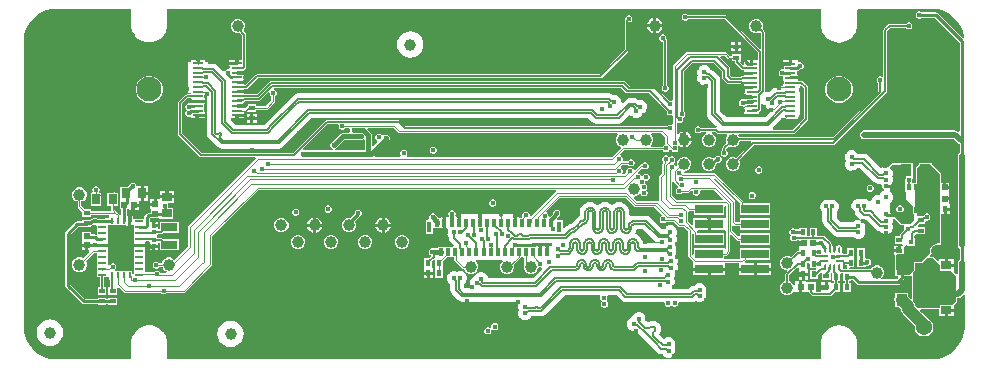
<source format=gtl>
G04*
G04 #@! TF.GenerationSoftware,Altium Limited,Altium Designer,21.2.2 (38)*
G04*
G04 Layer_Physical_Order=1*
G04 Layer_Color=255*
%FSLAX44Y44*%
%MOMM*%
G71*
G04*
G04 #@! TF.SameCoordinates,AE48C8AA-F38C-48B7-832D-B57493388113*
G04*
G04*
G04 #@! TF.FilePolarity,Positive*
G04*
G01*
G75*
%ADD13R,0.9200X0.2300*%
%ADD14R,0.3000X0.6500*%
%ADD15R,0.4000X0.9500*%
%ADD16R,0.4500X0.5500*%
%ADD17R,0.9000X1.0000*%
%ADD18R,0.4000X0.5000*%
%ADD19R,0.5200X0.5200*%
%ADD20R,0.9000X0.7000*%
%ADD21R,0.4200X0.4600*%
%ADD22R,0.6200X0.6200*%
%ADD23R,0.7000X0.9000*%
%ADD24R,0.5200X0.5200*%
%ADD25R,0.3200X0.3600*%
%ADD26R,0.5500X0.4500*%
G04:AMPARAMS|DCode=27|XSize=0.2mm|YSize=0.7mm|CornerRadius=0.05mm|HoleSize=0mm|Usage=FLASHONLY|Rotation=90.000|XOffset=0mm|YOffset=0mm|HoleType=Round|Shape=RoundedRectangle|*
%AMROUNDEDRECTD27*
21,1,0.2000,0.6000,0,0,90.0*
21,1,0.1000,0.7000,0,0,90.0*
1,1,0.1000,0.3000,0.0500*
1,1,0.1000,0.3000,-0.0500*
1,1,0.1000,-0.3000,-0.0500*
1,1,0.1000,-0.3000,0.0500*
%
%ADD27ROUNDEDRECTD27*%
G04:AMPARAMS|DCode=28|XSize=0.2mm|YSize=0.5mm|CornerRadius=0.05mm|HoleSize=0mm|Usage=FLASHONLY|Rotation=180.000|XOffset=0mm|YOffset=0mm|HoleType=Round|Shape=RoundedRectangle|*
%AMROUNDEDRECTD28*
21,1,0.2000,0.4000,0,0,180.0*
21,1,0.1000,0.5000,0,0,180.0*
1,1,0.1000,-0.0500,0.2000*
1,1,0.1000,0.0500,0.2000*
1,1,0.1000,0.0500,-0.2000*
1,1,0.1000,-0.0500,-0.2000*
%
%ADD28ROUNDEDRECTD28*%
%ADD29R,0.6750X0.2500*%
%ADD30R,0.2500X0.5750*%
%ADD31R,1.4000X0.7500*%
%ADD32R,2.4000X0.7600*%
%ADD61C,0.1270*%
%ADD62C,0.1778*%
%ADD63C,1.0000*%
%ADD64C,0.1016*%
%ADD65C,0.2540*%
%ADD66C,0.1050*%
%ADD67C,0.3000*%
%ADD68C,0.1020*%
%ADD69C,0.3810*%
%ADD70C,0.5000*%
%ADD71C,0.1580*%
%ADD72C,0.1540*%
%ADD73C,0.4000*%
%ADD74C,1.0000*%
%ADD75C,2.7000*%
%ADD76R,1.3680X1.3680*%
%ADD77C,1.3680*%
%ADD78O,1.9000X1.1000*%
%ADD79O,2.4000X1.1000*%
%ADD80C,2.1000*%
%ADD81C,0.4064*%
%ADD82C,0.5080*%
G36*
X-369912Y58376D02*
X-369912Y58377D01*
X-369912Y58376D01*
X-307374Y58376D01*
Y45000D01*
X-307352Y44948D01*
X-307370Y44894D01*
X-307252Y43099D01*
X-307179Y42950D01*
X-307201Y42785D01*
X-306271Y39318D01*
X-306138Y39144D01*
X-306109Y38926D01*
X-304315Y35818D01*
X-304141Y35684D01*
X-304057Y35482D01*
X-301518Y32943D01*
X-301316Y32859D01*
X-301182Y32685D01*
X-298074Y30891D01*
X-297856Y30862D01*
X-297682Y30728D01*
X-294215Y29799D01*
X-293997Y29828D01*
X-293795Y29744D01*
X-290205D01*
X-290003Y29828D01*
X-289785Y29799D01*
X-286318Y30728D01*
X-286144Y30862D01*
X-285926Y30891D01*
X-282818Y32685D01*
X-282684Y32859D01*
X-282482Y32943D01*
X-279943Y35482D01*
X-279860Y35684D01*
X-279685Y35818D01*
X-277891Y38926D01*
X-277862Y39144D01*
X-277729Y39318D01*
X-276800Y42785D01*
X-276821Y42950D01*
X-276748Y43099D01*
X-276630Y44894D01*
X-276648Y44948D01*
X-276626Y45000D01*
Y58376D01*
X276626Y58376D01*
Y44990D01*
X276648Y44937D01*
X276630Y44883D01*
X276748Y43089D01*
X276821Y42940D01*
X276800Y42775D01*
X277729Y39307D01*
X277862Y39133D01*
X277891Y38916D01*
X279685Y35807D01*
X279859Y35674D01*
X279943Y35471D01*
X282481Y32933D01*
X282684Y32849D01*
X282818Y32675D01*
X285926Y30880D01*
X286144Y30852D01*
X286318Y30718D01*
X289785Y29789D01*
X290003Y29818D01*
X290205Y29734D01*
X293795D01*
X293997Y29818D01*
X294215Y29789D01*
X297682Y30718D01*
X297856Y30852D01*
X298074Y30880D01*
X301182Y32675D01*
X301316Y32849D01*
X301518Y32933D01*
X304057Y35471D01*
X304140Y35674D01*
X304315Y35807D01*
X306109Y38916D01*
X306138Y39133D01*
X306271Y39307D01*
X307201Y42775D01*
X307179Y42940D01*
X307252Y43089D01*
X307370Y44883D01*
X307352Y44937D01*
X307374Y44990D01*
Y57478D01*
X308272Y58376D01*
X369911Y58364D01*
X369913Y58365D01*
X369914Y58364D01*
X371777Y58367D01*
X375471Y57887D01*
X379070Y56929D01*
X382514Y55510D01*
X385742Y53653D01*
X388701Y51390D01*
X391339Y48761D01*
X393612Y45809D01*
X395480Y42587D01*
X396911Y39148D01*
X397881Y35552D01*
X398091Y33978D01*
X396889Y33384D01*
X375637Y54637D01*
X374886Y55138D01*
X374000Y55314D01*
X361973D01*
X361717Y55570D01*
X360603Y56032D01*
X359397D01*
X358283Y55570D01*
X357430Y54717D01*
X356968Y53603D01*
Y52397D01*
X357430Y51283D01*
X358283Y50430D01*
X359397Y49968D01*
X360603D01*
X361717Y50430D01*
X361973Y50686D01*
X373041D01*
X394079Y29648D01*
Y-45513D01*
X392906Y-45999D01*
X392679Y-45773D01*
X391522Y-45000D01*
X390156Y-44728D01*
X313000D01*
X311634Y-45000D01*
X310477Y-45773D01*
X309703Y-46931D01*
X309431Y-48296D01*
X309703Y-49662D01*
X310477Y-50820D01*
X311634Y-51593D01*
X313000Y-51865D01*
X343994D01*
X344397Y-52032D01*
X345603D01*
X346006Y-51865D01*
X375994D01*
X376397Y-52032D01*
X377603D01*
X378006Y-51865D01*
X388678D01*
X392441Y-55628D01*
X393599Y-56401D01*
X394079Y-56497D01*
Y-63742D01*
X393477Y-64145D01*
X392703Y-65303D01*
X392431Y-66668D01*
X392431Y-66668D01*
Y-141639D01*
X392703Y-143005D01*
X393477Y-144163D01*
X394049Y-144545D01*
X394292Y-144909D01*
Y-154242D01*
X393477Y-154787D01*
X392703Y-155944D01*
X392431Y-157310D01*
Y-166105D01*
X391161Y-166631D01*
X389605Y-165075D01*
X389040Y-164040D01*
X389040D01*
X389040Y-164040D01*
Y-160270D01*
X383000D01*
Y-159000D01*
X381730D01*
Y-153960D01*
X376960D01*
Y-154770D01*
X375787Y-155256D01*
X372765Y-152235D01*
X372000Y-151918D01*
X369525D01*
X369039Y-150744D01*
X370136Y-149647D01*
X370219Y-149448D01*
X370371Y-149295D01*
Y-149080D01*
X370453Y-148881D01*
X370371Y-148682D01*
Y-148467D01*
X370345Y-148405D01*
X370159Y-146990D01*
X370345Y-145576D01*
X370891Y-144258D01*
X371759Y-143126D01*
X372891Y-142258D01*
X374209Y-141712D01*
X375694Y-141517D01*
X377400D01*
X378165Y-141200D01*
X378483Y-140434D01*
X378483Y-118619D01*
Y-115690D01*
X380630D01*
Y-111400D01*
X381900D01*
Y-110130D01*
X385690D01*
Y-107748D01*
X385690Y-107110D01*
X385690Y-107110D01*
X385540Y-106540D01*
X385540D01*
Y-103670D01*
X381400D01*
Y-101130D01*
X385540D01*
Y-98260D01*
X385540D01*
Y-97140D01*
X385540D01*
Y-94270D01*
X381400D01*
Y-93000D01*
X380130D01*
Y-88860D01*
X378483D01*
Y-81527D01*
X378483Y-81527D01*
X378274Y-81024D01*
X378166Y-80762D01*
X378166Y-80762D01*
X378166Y-80762D01*
X371328Y-73925D01*
X370552Y-73046D01*
Y-73046D01*
X370552D01*
Y-72620D01*
X369492Y-72538D01*
X369316Y-72538D01*
X360551Y-72538D01*
X360353Y-72620D01*
X359552D01*
Y-73089D01*
X357292Y-75350D01*
X357292Y-75350D01*
X356975Y-76115D01*
Y-89500D01*
X354516D01*
X353910Y-88999D01*
X353772Y-88230D01*
X354032Y-87603D01*
Y-86397D01*
X353822Y-85890D01*
X354552Y-84620D01*
X354552D01*
Y-72620D01*
X349199D01*
X349000Y-72538D01*
X337226D01*
X337226Y-72538D01*
X336460Y-72855D01*
X336460Y-72855D01*
X334798Y-74517D01*
X334798Y-74517D01*
X334750Y-74633D01*
X333308Y-75410D01*
X332665Y-75144D01*
X330341D01*
X328194Y-76034D01*
X327470Y-76758D01*
X316413Y-65700D01*
X314859Y-64662D01*
X313025Y-64297D01*
X307687D01*
X307621Y-64136D01*
X305977Y-62493D01*
X303830Y-61603D01*
X301506D01*
X299359Y-62493D01*
X297715Y-64136D01*
X296826Y-66283D01*
Y-68607D01*
X297604Y-70485D01*
X296826Y-72363D01*
Y-74687D01*
X297715Y-76835D01*
X299359Y-78478D01*
X301506Y-79367D01*
X303830D01*
X305977Y-78478D01*
X307621Y-76835D01*
X307687Y-76673D01*
X309883D01*
X321691Y-88481D01*
X323245Y-89520D01*
X325079Y-89884D01*
X326913D01*
X328272Y-91243D01*
X328549Y-91358D01*
Y-92401D01*
X329011Y-93516D01*
X329864Y-94369D01*
X329980Y-94417D01*
Y-95792D01*
X328662Y-96338D01*
X327019Y-97981D01*
X326385Y-99511D01*
X325908Y-99313D01*
X323584D01*
X321437Y-100202D01*
X319793Y-101846D01*
X319009Y-103739D01*
X318131Y-104095D01*
X317634Y-104160D01*
X316826Y-103353D01*
X314679Y-102463D01*
X312355D01*
X310985Y-103031D01*
X309615Y-102463D01*
X307291D01*
X305144Y-103353D01*
X303500Y-104996D01*
X302611Y-107143D01*
Y-109467D01*
X303500Y-111615D01*
X305144Y-113258D01*
X305242Y-113299D01*
X305595Y-115074D01*
X306634Y-116628D01*
X308769Y-118764D01*
X308243Y-120034D01*
X307358D01*
X305210Y-120923D01*
X303914Y-122220D01*
X293901D01*
X290138Y-118456D01*
Y-113648D01*
X291434Y-112352D01*
X292323Y-110204D01*
Y-107880D01*
X291434Y-105733D01*
X289791Y-104090D01*
X287644Y-103201D01*
X285319D01*
X283950Y-103768D01*
X282579Y-103201D01*
X280255D01*
X278108Y-104090D01*
X276465Y-105733D01*
X275576Y-107880D01*
Y-110204D01*
X276465Y-112352D01*
X277761Y-113648D01*
Y-121598D01*
X278126Y-123431D01*
X279165Y-124986D01*
X287372Y-133192D01*
X288926Y-134231D01*
X290759Y-134596D01*
X303914D01*
X305210Y-135892D01*
X307358Y-136782D01*
X309682D01*
X311829Y-135892D01*
X313472Y-134249D01*
X314362Y-132102D01*
Y-129778D01*
X313794Y-128408D01*
X314362Y-127038D01*
Y-124714D01*
X313472Y-122566D01*
X313101Y-122195D01*
X313627Y-120925D01*
X315594D01*
X323367Y-128697D01*
X324921Y-129736D01*
X326754Y-130100D01*
X327144D01*
X328448Y-131405D01*
X330595Y-132294D01*
X332919D01*
X335067Y-131405D01*
X336710Y-129761D01*
X337599Y-127614D01*
Y-125290D01*
X337029Y-123912D01*
X337599Y-122534D01*
Y-120210D01*
X337398Y-119725D01*
X338475Y-119006D01*
X344035Y-124565D01*
X344800Y-124883D01*
X347400D01*
Y-128819D01*
X343891Y-132328D01*
X343495Y-132920D01*
X343356Y-133619D01*
Y-134236D01*
X339472D01*
Y-140736D01*
X345490D01*
X346103Y-141967D01*
X345603Y-142696D01*
X344492D01*
Y-146486D01*
X343222D01*
Y-147756D01*
X338932D01*
Y-150276D01*
X339178D01*
X339418Y-150634D01*
X339418Y-162500D01*
X339418Y-162500D01*
X339500Y-162699D01*
Y-168000D01*
X341953D01*
X342382Y-169270D01*
X340792Y-170860D01*
X328421D01*
X327895Y-169590D01*
X329087Y-168399D01*
X330000Y-166194D01*
Y-163806D01*
X329087Y-161601D01*
X327399Y-159913D01*
X325193Y-159000D01*
X322807D01*
X320601Y-159913D01*
X318913Y-161601D01*
X318610Y-162333D01*
X301380D01*
X300656Y-161201D01*
X301103Y-160294D01*
X305143D01*
Y-152795D01*
X305143Y-152795D01*
Y-151904D01*
X305143D01*
X305143Y-151524D01*
Y-144404D01*
X298643D01*
Y-149480D01*
X296749D01*
X295646Y-149024D01*
X295074D01*
X294226Y-147754D01*
X294270Y-147647D01*
Y-143646D01*
X293794Y-142498D01*
X292647Y-142023D01*
X291646D01*
X290499Y-142498D01*
X290171Y-142256D01*
X290117Y-142176D01*
X289442Y-141725D01*
X289417Y-141720D01*
Y-145646D01*
X286877D01*
Y-141569D01*
X285857Y-141030D01*
X285814Y-140999D01*
X285687Y-140361D01*
X285325Y-139820D01*
X279820Y-134316D01*
X279280Y-133954D01*
X278642Y-133827D01*
X273594D01*
Y-127359D01*
X267094D01*
Y-133827D01*
X264594D01*
Y-127359D01*
X258094D01*
Y-128543D01*
X255259D01*
X254752Y-128035D01*
X253637Y-127574D01*
X252431D01*
X251317Y-128035D01*
X250464Y-128888D01*
X250002Y-130003D01*
Y-131209D01*
X250464Y-132323D01*
X251317Y-133176D01*
X250868Y-134365D01*
X250592Y-135032D01*
Y-136238D01*
X251054Y-137353D01*
X251907Y-138206D01*
X253021Y-138667D01*
X254227D01*
X255342Y-138206D01*
X256194Y-137353D01*
X256274Y-137161D01*
X257860D01*
Y-138730D01*
X262000D01*
Y-141270D01*
X257860D01*
Y-144140D01*
X257860D01*
X258396Y-145188D01*
Y-146980D01*
X256939D01*
X256301Y-147107D01*
X255760Y-147469D01*
X251218Y-152010D01*
X249486Y-151293D01*
X247099D01*
X244894Y-152206D01*
X243206Y-153894D01*
X242293Y-156100D01*
Y-158486D01*
X243206Y-160692D01*
X244894Y-162379D01*
X247099Y-163293D01*
X247659D01*
X248145Y-164466D01*
X247114Y-165497D01*
X246753Y-166038D01*
X246626Y-166676D01*
Y-172489D01*
X244894Y-173206D01*
X243206Y-174894D01*
X242293Y-177099D01*
Y-179487D01*
X243206Y-181692D01*
X244894Y-183379D01*
X247099Y-184293D01*
X249486D01*
X251692Y-183379D01*
X253379Y-181692D01*
X253590Y-181183D01*
X254860Y-181436D01*
Y-181640D01*
X258230D01*
Y-177000D01*
Y-172360D01*
X254860D01*
Y-175150D01*
X253590Y-175403D01*
X253379Y-174894D01*
X251692Y-173206D01*
X249960Y-172489D01*
Y-167367D01*
X256453Y-160873D01*
X257890Y-161233D01*
X258093Y-161900D01*
X257857Y-162357D01*
X257857Y-162444D01*
Y-165377D01*
X261646D01*
Y-166647D01*
D01*
Y-165377D01*
X265436D01*
Y-162444D01*
X265436Y-162357D01*
X264897Y-161311D01*
X264897Y-161087D01*
Y-157261D01*
X266166Y-157017D01*
X267397Y-157839D01*
Y-161397D01*
X272203D01*
X272904Y-162667D01*
X272759Y-162897D01*
X267397D01*
Y-170397D01*
X273897D01*
Y-167402D01*
X274075Y-167282D01*
X276126Y-165231D01*
X277397Y-165757D01*
Y-171397D01*
X284897D01*
Y-165491D01*
X285126Y-165248D01*
X286397Y-165753D01*
Y-172397D01*
X287980D01*
Y-173897D01*
X286483D01*
X285436Y-173357D01*
X285436Y-173357D01*
X285436Y-173357D01*
X282416D01*
Y-177147D01*
X281147D01*
Y-178417D01*
X276856D01*
Y-180937D01*
X275750Y-181333D01*
X273773D01*
X272600Y-181100D01*
Y-172900D01*
X265186D01*
X264140Y-172360D01*
X263354Y-172360D01*
X260770D01*
Y-177000D01*
Y-181640D01*
X263354D01*
X264140Y-181640D01*
X265186Y-181100D01*
X266433D01*
X266833Y-181500D01*
X266960Y-182138D01*
X267321Y-182679D01*
X268821Y-184179D01*
X269362Y-184540D01*
X270000Y-184667D01*
X284794D01*
X285432Y-184540D01*
X285973Y-184179D01*
X288754Y-181397D01*
X292896D01*
Y-173897D01*
X291313D01*
Y-172397D01*
X292896D01*
Y-166640D01*
X294000Y-165667D01*
X295396D01*
Y-172397D01*
X296821D01*
Y-173897D01*
X295396D01*
Y-181397D01*
X301896D01*
Y-173897D01*
X300472D01*
Y-172397D01*
X301896D01*
Y-171150D01*
X303167Y-171040D01*
X306938Y-174811D01*
X307689Y-175313D01*
X308575Y-175489D01*
X341751D01*
X342636Y-175313D01*
X343387Y-174811D01*
X346637Y-171562D01*
X347138Y-170811D01*
X347314Y-169925D01*
Y-168083D01*
X351252Y-168082D01*
X352018Y-167765D01*
X352700Y-167397D01*
X353918Y-168033D01*
Y-186607D01*
X352744Y-187093D01*
X350500Y-184848D01*
Y-182000D01*
X345591D01*
X345000Y-181882D01*
X344409Y-182000D01*
X339500D01*
Y-185432D01*
X339348Y-185659D01*
X338882Y-188000D01*
X339348Y-190341D01*
X339500Y-190568D01*
Y-194000D01*
X342349D01*
X344519Y-196170D01*
X344848Y-197826D01*
X346174Y-199811D01*
X349689Y-203326D01*
X349760Y-203373D01*
X352972Y-206585D01*
X354009Y-208137D01*
X356160Y-210288D01*
Y-212159D01*
X356694Y-214153D01*
X357726Y-215941D01*
X359186Y-217400D01*
X360974Y-218433D01*
X362968Y-218967D01*
X365032D01*
X367026Y-218433D01*
X368814Y-217400D01*
X370274Y-215941D01*
X371306Y-214153D01*
X371840Y-212159D01*
Y-210095D01*
X371306Y-208101D01*
X370274Y-206313D01*
X368814Y-204853D01*
X367026Y-203821D01*
X366783Y-203756D01*
X366486Y-203311D01*
X363698Y-200523D01*
X362660Y-198971D01*
X360946Y-197256D01*
X361432Y-196082D01*
X376960D01*
Y-202040D01*
X381730D01*
Y-197000D01*
X383000D01*
Y-195730D01*
X389040D01*
Y-192491D01*
X391765Y-189765D01*
X392082Y-189000D01*
Y-186569D01*
X393071D01*
X394437Y-186297D01*
X395594Y-185523D01*
X397203Y-183915D01*
X398377Y-184401D01*
Y-210056D01*
X398376Y-211915D01*
X397890Y-215602D01*
X396927Y-219195D01*
X395503Y-222630D01*
X393643Y-225851D01*
X391378Y-228801D01*
X388748Y-231430D01*
X385797Y-233694D01*
X382576Y-235553D01*
X379140Y-236975D01*
X375547Y-237937D01*
X371860Y-238422D01*
X370000Y-238422D01*
X370000Y-238422D01*
X370000Y-238422D01*
X307374D01*
Y-225045D01*
X307352Y-224993D01*
X307370Y-224939D01*
X307252Y-223144D01*
X307179Y-222995D01*
X307201Y-222831D01*
X306271Y-219363D01*
X306138Y-219189D01*
X306109Y-218972D01*
X304315Y-215863D01*
X304140Y-215730D01*
X304057Y-215527D01*
X301518Y-212989D01*
X301316Y-212905D01*
X301182Y-212731D01*
X298074Y-210936D01*
X297856Y-210907D01*
X297682Y-210774D01*
X294215Y-209845D01*
X293997Y-209874D01*
X293795Y-209790D01*
X290205D01*
X290003Y-209874D01*
X289785Y-209845D01*
X286318Y-210774D01*
X286144Y-210907D01*
X285926Y-210936D01*
X282818Y-212731D01*
X282684Y-212905D01*
X282481Y-212989D01*
X279943Y-215527D01*
X279860Y-215730D01*
X279685Y-215863D01*
X277891Y-218972D01*
X277862Y-219189D01*
X277729Y-219363D01*
X276800Y-222831D01*
X276821Y-222995D01*
X276748Y-223144D01*
X276630Y-224939D01*
X276648Y-224993D01*
X276626Y-225045D01*
Y-237481D01*
X275728Y-238379D01*
X-276626Y-238364D01*
Y-225023D01*
X-276648Y-224970D01*
X-276630Y-224916D01*
X-276748Y-223122D01*
X-276821Y-222973D01*
X-276800Y-222808D01*
X-277729Y-219340D01*
X-277862Y-219166D01*
X-277891Y-218949D01*
X-279685Y-215840D01*
X-279860Y-215707D01*
X-279943Y-215504D01*
X-282482Y-212966D01*
X-282684Y-212882D01*
X-282818Y-212708D01*
X-285926Y-210913D01*
X-286144Y-210885D01*
X-286318Y-210751D01*
X-289785Y-209822D01*
X-290003Y-209851D01*
X-290205Y-209767D01*
X-293795D01*
X-293997Y-209851D01*
X-294215Y-209822D01*
X-297682Y-210751D01*
X-297856Y-210885D01*
X-298074Y-210913D01*
X-301182Y-212708D01*
X-301316Y-212882D01*
X-301518Y-212966D01*
X-304057Y-215504D01*
X-304140Y-215707D01*
X-304315Y-215840D01*
X-306109Y-218949D01*
X-306138Y-219166D01*
X-306271Y-219340D01*
X-307201Y-222808D01*
X-307179Y-222973D01*
X-307252Y-223122D01*
X-307370Y-224916D01*
X-307352Y-224970D01*
X-307374Y-225023D01*
Y-238399D01*
X-370000Y-238410D01*
X-371860D01*
X-375548Y-237924D01*
X-379141Y-236961D01*
X-382578Y-235538D01*
X-385799Y-233678D01*
X-388750Y-231413D01*
X-391380Y-228783D01*
X-393645Y-225832D01*
X-395505Y-222610D01*
X-396928Y-219174D01*
X-397891Y-215581D01*
X-398377Y-211893D01*
Y-210034D01*
X-398288Y30010D01*
X-398288Y30010D01*
X-398288Y30010D01*
X-398288Y31870D01*
X-397802Y35557D01*
X-396839Y39149D01*
X-395415Y42585D01*
X-393555Y45806D01*
X-391290Y48755D01*
X-388660Y51385D01*
X-385709Y53649D01*
X-382488Y55507D01*
X-379052Y56930D01*
X-375459Y57892D01*
X-371772Y58377D01*
X-369912Y58376D01*
D02*
G37*
G36*
X349000Y-84712D02*
X348430Y-85282D01*
X347968Y-86397D01*
Y-87603D01*
X348228Y-88230D01*
X348000Y-89500D01*
X348000D01*
Y-96500D01*
X349000D01*
X349000Y-103000D01*
X353665Y-107665D01*
X354500Y-108500D01*
X354500D01*
X354500Y-108500D01*
Y-115500D01*
X355500D01*
Y-120900D01*
X352600Y-123800D01*
X344800D01*
X335168Y-114168D01*
X335168Y-106289D01*
X335280Y-106243D01*
X336924Y-104599D01*
X337813Y-102452D01*
Y-100128D01*
X336924Y-97981D01*
X335280Y-96338D01*
X335168Y-96291D01*
X335168Y-90965D01*
X336534Y-89599D01*
X337423Y-87452D01*
Y-85128D01*
X336767Y-83544D01*
X337345Y-82148D01*
Y-79824D01*
X336456Y-77677D01*
X335563Y-76784D01*
Y-75283D01*
X337226Y-73620D01*
X349000D01*
X349000Y-84712D01*
D02*
G37*
G36*
X377400Y-81527D02*
X377400Y-118619D01*
X377400Y-140434D01*
X375623D01*
X373927Y-140658D01*
X372345Y-141313D01*
X370988Y-142354D01*
X369946Y-143712D01*
X369291Y-145293D01*
X369067Y-146990D01*
X369291Y-148687D01*
X369371Y-148881D01*
X362252Y-156000D01*
X355500D01*
Y-162752D01*
X351252Y-167000D01*
X345000Y-167000D01*
X340500Y-162500D01*
X340500Y-150634D01*
X341398Y-149736D01*
X346972D01*
Y-143236D01*
X346972Y-143236D01*
X346972D01*
X347709Y-142312D01*
X348727Y-141294D01*
X349900Y-141780D01*
Y-142300D01*
X356100D01*
Y-135700D01*
X355848D01*
Y-134172D01*
X356451Y-133570D01*
X357337Y-132788D01*
Y-132788D01*
X357337Y-132788D01*
X364837D01*
Y-126288D01*
X359214D01*
X358688Y-125018D01*
X359918Y-123788D01*
X364837D01*
Y-122069D01*
X365691Y-121048D01*
X366897D01*
X368012Y-120587D01*
X368865Y-119734D01*
X369326Y-118619D01*
Y-117413D01*
X368865Y-116299D01*
X368012Y-115446D01*
X366897Y-114984D01*
X365691D01*
X364577Y-115446D01*
X363724Y-116299D01*
X363329Y-117253D01*
X363047D01*
X362870Y-117288D01*
X358735D01*
X358057Y-116018D01*
X358057Y-76115D01*
X360551Y-73621D01*
X369492Y-73620D01*
X377400Y-81527D01*
D02*
G37*
G36*
X377500Y-158500D02*
Y-163500D01*
X386500D01*
X391000Y-168000D01*
Y-189000D01*
X387500Y-192500D01*
X377500D01*
Y-195000D01*
X358690D01*
X358364Y-194674D01*
X358293Y-194627D01*
X356481Y-192815D01*
X356152Y-191159D01*
X355000Y-189435D01*
Y-164783D01*
X356265Y-163517D01*
X356582Y-162752D01*
Y-157082D01*
X362252D01*
X363018Y-156765D01*
X366783Y-153000D01*
X372000D01*
X377500Y-158500D01*
D02*
G37*
%LPC*%
G36*
X137270Y50430D02*
Y45270D01*
X142430D01*
X142094Y46524D01*
X141233Y48016D01*
X140016Y49233D01*
X138524Y50094D01*
X137270Y50430D01*
D02*
G37*
G36*
X134730D02*
X133476Y50094D01*
X131984Y49233D01*
X130767Y48016D01*
X129906Y46524D01*
X129570Y45270D01*
X134730D01*
Y50430D01*
D02*
G37*
G36*
X142430Y42730D02*
X137270D01*
Y37570D01*
X138524Y37906D01*
X140016Y38767D01*
X141233Y39984D01*
X142094Y41476D01*
X142430Y42730D01*
D02*
G37*
G36*
X134730D02*
X129570D01*
X129906Y41476D01*
X130767Y39984D01*
X131984Y38767D01*
X133476Y37906D01*
X134730Y37570D01*
Y42730D01*
D02*
G37*
G36*
X209290Y29790D02*
X206270D01*
Y27270D01*
X209290D01*
Y29790D01*
D02*
G37*
G36*
X203730D02*
X200710D01*
Y27270D01*
X203730D01*
Y29790D01*
D02*
G37*
G36*
X209290Y24730D02*
X206270D01*
Y22210D01*
X209290D01*
Y24730D01*
D02*
G37*
G36*
X203730D02*
X200710D01*
Y22210D01*
X203730D01*
Y24730D01*
D02*
G37*
G36*
X-71000Y39221D02*
X-73904Y38839D01*
X-76610Y37718D01*
X-78934Y35934D01*
X-80718Y33610D01*
X-81839Y30904D01*
X-82221Y28000D01*
X-81839Y25096D01*
X-80718Y22390D01*
X-78934Y20066D01*
X-76610Y18282D01*
X-73904Y17161D01*
X-71000Y16779D01*
X-68096Y17161D01*
X-65389Y18282D01*
X-63066Y20066D01*
X-61282Y22390D01*
X-60161Y25096D01*
X-59779Y28000D01*
X-60161Y30904D01*
X-61282Y33610D01*
X-63066Y35934D01*
X-65389Y37718D01*
X-68096Y38839D01*
X-71000Y39221D01*
D02*
G37*
G36*
X-219244Y14815D02*
X-224114D01*
Y13395D01*
X-219244D01*
Y14815D01*
D02*
G37*
G36*
X249630Y14565D02*
X244760D01*
Y13145D01*
X249630D01*
Y14565D01*
D02*
G37*
G36*
X162603Y54032D02*
X161397D01*
X160282Y53570D01*
X159430Y52717D01*
X158968Y51603D01*
Y50397D01*
X159430Y49282D01*
X160282Y48430D01*
X161397Y47968D01*
X162603D01*
X163717Y48430D01*
X164570Y49282D01*
X164591Y49333D01*
X195310D01*
X223807Y20836D01*
Y14565D01*
X219370D01*
Y11875D01*
X216830D01*
Y14565D01*
X211960D01*
Y11227D01*
X210690Y10701D01*
X208425Y12966D01*
X208750Y13750D01*
X208750D01*
Y20250D01*
X201250D01*
Y18632D01*
X199676D01*
X197154Y21154D01*
X196000Y21632D01*
X163000D01*
X161846Y21154D01*
X151719Y11027D01*
X151240Y9873D01*
Y-18668D01*
X149970Y-19516D01*
X149936Y-19502D01*
X148730D01*
X148679Y-19523D01*
X137157Y-8001D01*
X136617Y-7640D01*
X135979Y-7513D01*
X115354D01*
X111324Y-3483D01*
X110783Y-3122D01*
X110145Y-2995D01*
X-188902D01*
X-189541Y-3122D01*
X-190081Y-3483D01*
X-200736Y-14138D01*
X-211834D01*
Y-13145D01*
X-217974D01*
Y-10605D01*
X-211834D01*
Y-9542D01*
X-209763D01*
X-209125Y-9415D01*
X-208584Y-9054D01*
X-200177Y-647D01*
X90020D01*
X90658Y-520D01*
X91199Y-159D01*
X113330Y21973D01*
X113692Y22514D01*
X113819Y23152D01*
Y46976D01*
X114747D01*
X115861Y47438D01*
X116714Y48291D01*
X117175Y49405D01*
Y50611D01*
X116714Y51726D01*
X115861Y52579D01*
X114747Y53040D01*
X113540D01*
X112426Y52579D01*
X111573Y51726D01*
X111111Y50611D01*
Y49405D01*
X111132Y49355D01*
X110973Y49195D01*
X110612Y48655D01*
X110485Y48017D01*
Y23842D01*
X89329Y2687D01*
X-200868D01*
X-201506Y2560D01*
X-202047Y2199D01*
X-210453Y-6208D01*
X-211834D01*
Y-5145D01*
X-217974D01*
Y-2605D01*
X-211834D01*
Y-1185D01*
X-212374D01*
Y1435D01*
X-211834D01*
Y2855D01*
X-217974D01*
Y5395D01*
X-211834D01*
Y6815D01*
X-211056Y7342D01*
X-210312Y8086D01*
X-209951Y8626D01*
X-209824Y9264D01*
Y36397D01*
X-209951Y37034D01*
X-210312Y37575D01*
X-212626Y39889D01*
X-211913Y40601D01*
X-211000Y42807D01*
Y45194D01*
X-211913Y47399D01*
X-213601Y49086D01*
X-215807Y50000D01*
X-218193D01*
X-220399Y49086D01*
X-222087Y47399D01*
X-223000Y45194D01*
Y42807D01*
X-222087Y40601D01*
X-220399Y38913D01*
X-218193Y38000D01*
X-215807D01*
X-215556Y38104D01*
X-213158Y35706D01*
Y14815D01*
X-216704D01*
Y12125D01*
X-217974D01*
Y10855D01*
X-224114D01*
Y9435D01*
X-223574D01*
Y7920D01*
X-224844Y7103D01*
X-225003Y7169D01*
X-226209D01*
X-227324Y6707D01*
X-228177Y5854D01*
X-228212Y5768D01*
X-229711Y5470D01*
X-234714Y10473D01*
X-236184Y11455D01*
X-237918Y11800D01*
X-242364D01*
Y13085D01*
X-244634D01*
Y14815D01*
X-256914D01*
Y13085D01*
X-259184D01*
Y-835D01*
Y-12835D01*
X-256914D01*
Y-14208D01*
X-260293D01*
X-260931Y-14335D01*
X-261472Y-14696D01*
X-266964Y-20188D01*
X-267325Y-20729D01*
X-267452Y-21367D01*
Y-48060D01*
X-267325Y-48698D01*
X-266964Y-49239D01*
X-249413Y-66790D01*
X-248872Y-67151D01*
X-248234Y-67278D01*
X-202383D01*
X-201856Y-68548D01*
X-258776Y-125467D01*
X-259254Y-126622D01*
Y-142866D01*
X-270636Y-154248D01*
X-271741Y-153142D01*
X-273946Y-152229D01*
X-276333D01*
X-278538Y-153142D01*
X-280226Y-154830D01*
X-281140Y-157035D01*
Y-157368D01*
X-283394D01*
X-283430Y-157282D01*
X-284282Y-156430D01*
X-285397Y-155968D01*
X-286603D01*
X-287717Y-156430D01*
X-288570Y-157282D01*
X-289032Y-158397D01*
Y-159603D01*
X-288570Y-160718D01*
X-287717Y-161570D01*
X-286603Y-162032D01*
X-285397D01*
X-284282Y-161570D01*
X-283430Y-160718D01*
X-283394Y-160632D01*
X-280639D01*
X-280226Y-161627D01*
X-278538Y-163315D01*
X-277147Y-163892D01*
X-277399Y-165162D01*
X-282759D01*
X-282957Y-164683D01*
X-283810Y-163830D01*
X-284924Y-163368D01*
X-286131D01*
X-287245Y-163830D01*
X-288098Y-164683D01*
X-288215Y-164965D01*
X-295098D01*
X-295941Y-164044D01*
X-295941Y-163274D01*
X-295941Y-159544D01*
X-295941Y-158274D01*
X-295941Y-154544D01*
X-295941Y-153274D01*
X-295941Y-149544D01*
X-295941Y-148274D01*
Y-144584D01*
X-295401D01*
Y-143064D01*
X-305231D01*
Y-144584D01*
X-304691D01*
Y-148274D01*
X-304691Y-149044D01*
X-304691Y-150314D01*
X-304691Y-154044D01*
X-304691Y-155314D01*
X-304691Y-159044D01*
X-304691Y-160314D01*
X-304691Y-164044D01*
X-304691Y-165314D01*
Y-166810D01*
X-304921Y-166922D01*
X-306191Y-166129D01*
Y-163544D01*
X-310691D01*
Y-163544D01*
X-311191D01*
Y-163544D01*
X-315691D01*
Y-163544D01*
X-316191D01*
X-316191Y-163544D01*
X-320233Y-163544D01*
X-321063Y-162480D01*
X-321046Y-162334D01*
X-320430Y-161717D01*
X-319968Y-160603D01*
Y-159397D01*
X-320430Y-158282D01*
X-321283Y-157430D01*
X-322397Y-156968D01*
X-323603D01*
X-324717Y-157430D01*
X-325570Y-158282D01*
X-326865Y-158426D01*
X-327191Y-158119D01*
X-327191Y-154544D01*
X-327191Y-153274D01*
X-327191Y-149544D01*
X-327191Y-148274D01*
Y-144584D01*
X-326651D01*
Y-143064D01*
X-331566D01*
Y-140524D01*
X-326651D01*
Y-139004D01*
X-327191D01*
Y-135314D01*
X-327191Y-134544D01*
X-327191D01*
Y-134044D01*
X-327191D01*
Y-130314D01*
X-327191Y-129544D01*
X-327191Y-128274D01*
X-327191Y-125312D01*
X-326034Y-124271D01*
X-325691Y-124349D01*
Y-125044D01*
X-321961D01*
X-321191Y-125044D01*
X-319921Y-125044D01*
X-316191Y-125044D01*
X-314921Y-125044D01*
X-311231D01*
Y-125584D01*
X-309711D01*
Y-121169D01*
Y-116754D01*
X-311106D01*
Y-111600D01*
X-309400D01*
X-309140Y-112140D01*
X-306270D01*
Y-108000D01*
X-305000D01*
Y-106730D01*
X-300860D01*
Y-104040D01*
X-299270D01*
Y-98000D01*
Y-91960D01*
X-302968D01*
Y-91397D01*
X-303430Y-90282D01*
X-304282Y-89430D01*
X-305397Y-88968D01*
X-306603D01*
X-307717Y-89430D01*
X-308570Y-90282D01*
X-308647Y-90467D01*
X-308928Y-90655D01*
X-310773Y-92500D01*
X-316500D01*
Y-103500D01*
X-316500D01*
X-316600Y-104400D01*
X-316600D01*
X-316600Y-104729D01*
Y-111600D01*
X-315735D01*
Y-115831D01*
X-317005Y-116084D01*
X-317287Y-115405D01*
X-321368Y-111324D01*
Y-108500D01*
X-318500D01*
Y-97500D01*
X-320444D01*
X-320508Y-97346D01*
X-321662Y-96868D01*
X-322816Y-97346D01*
X-322885Y-97415D01*
X-323000Y-97368D01*
X-323319Y-97500D01*
X-327500D01*
Y-108500D01*
X-324632D01*
Y-112000D01*
X-325212Y-112868D01*
X-341250D01*
Y-111250D01*
X-346442D01*
X-349368Y-108324D01*
Y-104818D01*
X-347601Y-104087D01*
X-345913Y-102399D01*
X-345000Y-100194D01*
Y-97807D01*
X-345913Y-95601D01*
X-347601Y-93913D01*
X-349807Y-93000D01*
X-352193D01*
X-354399Y-93913D01*
X-356087Y-95601D01*
X-357000Y-97807D01*
Y-100194D01*
X-356087Y-102399D01*
X-354399Y-104087D01*
X-352632Y-104818D01*
Y-109000D01*
X-352154Y-110154D01*
X-348750Y-113558D01*
Y-117750D01*
X-341250D01*
Y-116132D01*
X-325952D01*
X-325691Y-117294D01*
X-325691Y-117402D01*
Y-118855D01*
X-328856D01*
X-329742Y-119031D01*
X-330413Y-119480D01*
X-336105D01*
X-336361Y-119223D01*
X-337476Y-118762D01*
X-338682D01*
X-339796Y-119223D01*
X-340052Y-119480D01*
X-340544D01*
X-341430Y-119656D01*
X-342180Y-120157D01*
X-342273Y-120250D01*
X-348750D01*
Y-121685D01*
X-353000D01*
X-353886Y-121862D01*
X-354637Y-122363D01*
X-362637Y-130363D01*
X-363138Y-131114D01*
X-363315Y-132000D01*
Y-176000D01*
X-363138Y-176886D01*
X-362637Y-177637D01*
X-349137Y-191137D01*
X-348386Y-191638D01*
X-347500Y-191814D01*
X-335750D01*
Y-192750D01*
X-328250D01*
Y-191814D01*
X-326750D01*
Y-192750D01*
X-319250D01*
Y-186250D01*
X-326750D01*
Y-187185D01*
X-328250D01*
Y-186250D01*
X-335750D01*
Y-187185D01*
X-346541D01*
X-358685Y-175041D01*
Y-132959D01*
X-352041Y-126314D01*
X-348750D01*
Y-126750D01*
X-341250D01*
Y-125562D01*
X-340613Y-125137D01*
X-339819Y-124342D01*
X-339796Y-124364D01*
X-338682Y-124826D01*
X-337476D01*
X-337211Y-124716D01*
X-335941Y-125565D01*
X-335941Y-129044D01*
X-335941Y-130314D01*
Y-132118D01*
X-337067Y-132832D01*
X-337211Y-132843D01*
X-338000Y-132685D01*
X-341400D01*
Y-130400D01*
X-348600D01*
Y-137600D01*
X-349140Y-137860D01*
Y-140730D01*
X-345000D01*
Y-142000D01*
X-343730D01*
Y-146140D01*
X-343108D01*
X-342622Y-147313D01*
X-348202Y-152893D01*
X-349807Y-152229D01*
X-352193D01*
X-354399Y-153142D01*
X-356087Y-154830D01*
X-357000Y-157035D01*
Y-159422D01*
X-356087Y-161627D01*
X-354399Y-163315D01*
X-352193Y-164229D01*
X-349807D01*
X-347601Y-163315D01*
X-345913Y-161627D01*
X-345000Y-159422D01*
Y-157035D01*
X-345799Y-155107D01*
X-339118Y-148426D01*
X-336308D01*
X-335941Y-149544D01*
X-335941Y-150314D01*
X-335941Y-154044D01*
X-335941Y-155314D01*
X-335941Y-159044D01*
X-335941Y-160314D01*
X-335941Y-164044D01*
X-335941Y-165314D01*
Y-169044D01*
X-333233D01*
Y-177250D01*
X-335750D01*
Y-183750D01*
X-328250D01*
Y-177250D01*
X-329899D01*
Y-169044D01*
X-327191D01*
X-327191Y-165071D01*
X-326169Y-163971D01*
X-325691Y-164048D01*
Y-171294D01*
X-325108D01*
Y-177250D01*
X-326750D01*
Y-183750D01*
X-319250D01*
Y-178504D01*
X-319250Y-178163D01*
X-318119Y-177112D01*
X-317780Y-177122D01*
X-313221Y-181680D01*
X-312066Y-182158D01*
X-282195D01*
X-281500Y-182853D01*
X-280386Y-183315D01*
X-279180D01*
X-278065Y-182853D01*
X-277371Y-182158D01*
X-262519D01*
X-261365Y-181680D01*
X-238936Y-159251D01*
X-238458Y-158097D01*
Y-134288D01*
X-198985Y-94815D01*
X52290D01*
X52542Y-96085D01*
X52403Y-96143D01*
X31284Y-117261D01*
X30025Y-116724D01*
Y-116029D01*
X29564Y-114915D01*
X28711Y-114062D01*
X27596Y-113600D01*
X26390D01*
X25276Y-114062D01*
X24423Y-114915D01*
X23961Y-116029D01*
Y-117235D01*
X23996Y-117320D01*
X23541Y-117776D01*
X23270Y-118431D01*
X22068Y-118490D01*
X21040Y-117960D01*
X21040Y-117959D01*
X21040Y-117960D01*
X17310D01*
Y-115690D01*
X6690D01*
Y-117960D01*
X5310D01*
Y-115690D01*
X-11310D01*
Y-117960D01*
X-12690D01*
Y-115690D01*
X-29310D01*
Y-117960D01*
X-32203D01*
X-32497Y-117598D01*
X-32893Y-116690D01*
X-32547Y-115855D01*
Y-114649D01*
X-33009Y-113534D01*
X-33862Y-112681D01*
X-34976Y-112220D01*
X-36182D01*
X-37297Y-112681D01*
X-38150Y-113534D01*
X-38611Y-114649D01*
Y-115855D01*
X-38549Y-116005D01*
Y-116860D01*
X-38960Y-117960D01*
X-39819Y-117960D01*
X-40730D01*
Y-122750D01*
Y-127540D01*
X-40184D01*
X-39335Y-128810D01*
X-39768Y-129855D01*
Y-132179D01*
X-38879Y-134326D01*
X-38458Y-134747D01*
Y-135577D01*
X-38114Y-137312D01*
X-37131Y-138782D01*
X-34183Y-141730D01*
X-34709Y-143000D01*
X-35425Y-142999D01*
X-36425D01*
X-36695Y-143000D01*
X-41425D01*
X-41425Y-142999D01*
X-42425D01*
Y-142999D01*
X-42695Y-143000D01*
X-47425D01*
Y-144349D01*
X-50888D01*
X-51831Y-144537D01*
X-52817D01*
X-53932Y-144998D01*
X-54785Y-145851D01*
X-55246Y-146966D01*
Y-148172D01*
X-54785Y-149286D01*
X-53932Y-150139D01*
X-53699Y-150235D01*
X-53455Y-151711D01*
X-54755Y-153012D01*
X-58898D01*
X-58898Y-160169D01*
X-59438Y-161215D01*
X-59438Y-161558D01*
Y-164235D01*
X-55648D01*
X-51858D01*
Y-161558D01*
X-51858Y-161215D01*
X-52398Y-160169D01*
X-52398Y-159945D01*
Y-155369D01*
X-51168Y-154139D01*
X-49898Y-154665D01*
Y-160512D01*
X-49898D01*
X-49898Y-161755D01*
X-49898D01*
Y-169255D01*
X-43398D01*
Y-161755D01*
X-43398D01*
X-43398Y-160512D01*
X-43398D01*
Y-155320D01*
X-39653Y-151576D01*
X-39469Y-151500D01*
X-36695D01*
X-36425Y-151500D01*
X-35425D01*
X-35155Y-151500D01*
X-33868D01*
Y-154371D01*
X-33390Y-155525D01*
X-27709Y-161205D01*
X-26555Y-161683D01*
X-25371D01*
X-24640Y-163450D01*
X-22952Y-165138D01*
X-20747Y-166051D01*
X-18360D01*
X-16155Y-165138D01*
X-14467Y-163450D01*
X-13553Y-161245D01*
Y-158858D01*
X-14467Y-156652D01*
X-15540Y-155580D01*
X-15014Y-154310D01*
X-3615D01*
Y-152040D01*
X-2235D01*
Y-154310D01*
X6753D01*
X7279Y-155580D01*
X6206Y-156652D01*
X5293Y-158858D01*
Y-161245D01*
X6206Y-163450D01*
X7894Y-165138D01*
X10100Y-166051D01*
X12486D01*
X14692Y-165138D01*
X16380Y-163450D01*
X17293Y-161245D01*
Y-158858D01*
X17017Y-158190D01*
X22229Y-152978D01*
X22707Y-151824D01*
X23031Y-151500D01*
X24575Y-151500D01*
X25442Y-152522D01*
Y-156948D01*
X25590Y-157305D01*
X24947Y-158858D01*
Y-161245D01*
X25861Y-163450D01*
X27548Y-165138D01*
X29754Y-166051D01*
X32141D01*
X34346Y-165138D01*
X36034Y-163450D01*
X36883Y-161398D01*
X37065Y-161183D01*
X38217Y-160576D01*
X38381Y-160644D01*
X39587D01*
X39753Y-160575D01*
X40472Y-161652D01*
X32709Y-169415D01*
X-5177D01*
Y-169094D01*
X-6066Y-166947D01*
X-7709Y-165303D01*
X-9857Y-164414D01*
X-12181D01*
X-14328Y-165303D01*
X-15971Y-166947D01*
X-16539Y-168317D01*
X-17909Y-168884D01*
X-19552Y-170528D01*
X-20441Y-172675D01*
Y-174999D01*
X-19601Y-177027D01*
X-20061Y-178297D01*
X-24202D01*
X-25575Y-176923D01*
Y-174694D01*
X-25409Y-174625D01*
X-23766Y-172981D01*
X-22876Y-170834D01*
Y-168510D01*
X-23766Y-166363D01*
X-25409Y-164720D01*
X-27556Y-163830D01*
X-29880D01*
X-31250Y-164398D01*
X-32620Y-163830D01*
X-34944D01*
X-37092Y-164720D01*
X-38735Y-166363D01*
X-39624Y-168510D01*
Y-170834D01*
X-38735Y-172981D01*
X-37092Y-174625D01*
X-36925Y-174694D01*
Y-179747D01*
X-36580Y-181481D01*
X-35598Y-182952D01*
X-30230Y-188319D01*
X-30230Y-188319D01*
X-28760Y-189302D01*
X-27026Y-189647D01*
X-27025Y-189647D01*
X20821D01*
X21383Y-190917D01*
X20616Y-192770D01*
Y-195094D01*
X21183Y-196464D01*
X20616Y-197833D01*
Y-200158D01*
X21505Y-202305D01*
X23149Y-203948D01*
X25296Y-204838D01*
X27620D01*
X29767Y-203948D01*
X31411Y-202305D01*
X31479Y-202139D01*
X39981D01*
X41715Y-201794D01*
X43186Y-200811D01*
X59792Y-184205D01*
X89285D01*
X89558Y-184500D01*
X90008Y-185475D01*
X89686Y-186252D01*
Y-187458D01*
X90148Y-188573D01*
X91001Y-189426D01*
X90699Y-190675D01*
X90458Y-191257D01*
Y-192463D01*
X90920Y-193578D01*
X91773Y-194431D01*
X92887Y-194892D01*
X94093D01*
X95208Y-194431D01*
X96060Y-193578D01*
X96522Y-192463D01*
Y-191257D01*
X96060Y-190143D01*
X95208Y-189290D01*
X95510Y-188040D01*
X95751Y-187458D01*
Y-186252D01*
X95429Y-185475D01*
X95879Y-184500D01*
X96152Y-184205D01*
X103678D01*
X108056Y-188583D01*
X109526Y-189566D01*
X111261Y-189911D01*
X111261Y-189911D01*
X143898D01*
X144354Y-190594D01*
Y-191800D01*
X144816Y-192914D01*
X145669Y-193767D01*
X146783Y-194229D01*
X147990D01*
X149104Y-193767D01*
X149462Y-193409D01*
X150081Y-192967D01*
X151121Y-193409D01*
X151283Y-193570D01*
X152397Y-194032D01*
X153603D01*
X154718Y-193570D01*
X155570Y-192717D01*
X156032Y-191603D01*
Y-190397D01*
X156357Y-189911D01*
X167827D01*
X169562Y-189566D01*
X170287Y-189081D01*
X170691Y-189485D01*
X172838Y-190374D01*
X175162D01*
X177309Y-189485D01*
X178953Y-187841D01*
X179842Y-185694D01*
Y-183370D01*
X179275Y-182000D01*
X179842Y-180630D01*
Y-178306D01*
X178953Y-176159D01*
X177309Y-174515D01*
X175162Y-173626D01*
X172838D01*
X170691Y-174515D01*
X169047Y-176159D01*
X168966Y-176355D01*
X167382Y-176670D01*
X165912Y-177652D01*
X165911Y-177652D01*
X165003Y-178561D01*
X151665D01*
X151139Y-177290D01*
X152066Y-176364D01*
X152955Y-174217D01*
Y-171893D01*
X152177Y-170015D01*
X152955Y-168137D01*
Y-166043D01*
X153077Y-165993D01*
X154721Y-164349D01*
X155610Y-162202D01*
Y-159878D01*
X154832Y-158000D01*
X155610Y-156122D01*
Y-153798D01*
X154721Y-151651D01*
X154093Y-151022D01*
X154419Y-150235D01*
Y-147911D01*
X153641Y-146033D01*
X154419Y-144155D01*
Y-141831D01*
X153897Y-140570D01*
X154089Y-140378D01*
X154978Y-138231D01*
Y-135907D01*
X154200Y-134029D01*
X154978Y-132151D01*
Y-129827D01*
X154089Y-127680D01*
X152446Y-126036D01*
X150298Y-125147D01*
X147974D01*
X145827Y-126036D01*
X144184Y-127680D01*
X143904Y-128354D01*
X142162D01*
X132112Y-118303D01*
X130642Y-117321D01*
X128907Y-116976D01*
X118101D01*
X117914Y-117013D01*
X115902Y-117278D01*
X115639Y-117279D01*
X114632Y-116501D01*
Y-114133D01*
X114595Y-113947D01*
X114323Y-111879D01*
X113452Y-109778D01*
X112068Y-107974D01*
X110264Y-106589D01*
X108163Y-105719D01*
X105909Y-105422D01*
X103654Y-105719D01*
X101553Y-106589D01*
X99813Y-107925D01*
X98072Y-106589D01*
X95971Y-105719D01*
X93717Y-105422D01*
X91462Y-105719D01*
X89361Y-106589D01*
X87621Y-107925D01*
X85880Y-106589D01*
X83779Y-105719D01*
X81525Y-105422D01*
X79270Y-105719D01*
X77169Y-106589D01*
X75366Y-107974D01*
X73981Y-109778D01*
X73111Y-111879D01*
X72839Y-113947D01*
X72802Y-114133D01*
Y-117217D01*
X72280Y-117321D01*
X70810Y-118303D01*
X70810Y-118304D01*
X67109Y-122005D01*
X67109Y-122005D01*
X65492Y-123621D01*
X65492Y-123621D01*
X65492Y-123621D01*
X65203Y-123910D01*
X64847D01*
X64847Y-123910D01*
X63113Y-124255D01*
X61642Y-125238D01*
X61642Y-125238D01*
X59270Y-127610D01*
X58000Y-127084D01*
Y-120500D01*
X53764D01*
X53278Y-119326D01*
X54535Y-118070D01*
X55087Y-117243D01*
X55140Y-116976D01*
X55506Y-116610D01*
X55968Y-115496D01*
Y-114290D01*
X55506Y-113175D01*
X54653Y-112322D01*
X53539Y-111861D01*
X52333D01*
X51218Y-112322D01*
X50365Y-113175D01*
X49904Y-114290D01*
Y-115491D01*
X47662Y-117733D01*
X46027Y-117572D01*
X45946Y-117452D01*
X45946Y-117445D01*
Y-116246D01*
X45485Y-115132D01*
X44632Y-114279D01*
X44597Y-114264D01*
X44299Y-112767D01*
X55503Y-101563D01*
X110978D01*
X118428Y-109014D01*
X119582Y-109492D01*
X135502D01*
X142045Y-116035D01*
X141747Y-117533D01*
X141712Y-117547D01*
X140859Y-118400D01*
X140398Y-119514D01*
Y-120721D01*
X140859Y-121835D01*
X141712Y-122688D01*
X142826Y-123149D01*
X144033D01*
X145147Y-122688D01*
X145770Y-122065D01*
X151990D01*
X155768Y-125843D01*
X156922Y-126321D01*
X160454D01*
X164129Y-129996D01*
Y-151094D01*
X164607Y-152248D01*
X168028Y-155669D01*
X168460Y-156760D01*
X168460Y-156760D01*
X168460D01*
X168460Y-156760D01*
Y-160830D01*
X182000D01*
X195540D01*
Y-157032D01*
X207460D01*
Y-160830D01*
X219730D01*
Y-156760D01*
X212726D01*
X212199Y-155490D01*
X213335Y-154354D01*
X213399Y-154200D01*
X234000D01*
Y-144600D01*
X208000D01*
Y-153768D01*
X195000D01*
Y-150632D01*
X196000D01*
X197154Y-150154D01*
X199154Y-148154D01*
X199632Y-147000D01*
Y-133600D01*
X200806Y-133114D01*
X205546Y-137854D01*
X206700Y-138332D01*
X208000D01*
Y-141500D01*
X234000D01*
Y-131900D01*
X208000D01*
Y-133896D01*
X206730Y-134422D01*
X201687Y-129378D01*
Y-125437D01*
X202860Y-124951D01*
X203064Y-125154D01*
X204218Y-125632D01*
X208000D01*
Y-128800D01*
X234000D01*
Y-119200D01*
X208000D01*
Y-122368D01*
X204894D01*
X204098Y-121572D01*
Y-108568D01*
X204088Y-108544D01*
Y-104969D01*
X203610Y-103815D01*
X185844Y-86049D01*
X186262Y-84671D01*
X186271Y-84669D01*
X207903Y-106302D01*
Y-108008D01*
X208000Y-108241D01*
Y-116100D01*
X234000D01*
Y-106500D01*
X211168D01*
Y-105625D01*
X210690Y-104471D01*
X187233Y-81015D01*
X186079Y-80536D01*
X160888D01*
X160756Y-80270D01*
X161545Y-79000D01*
X162194D01*
X164399Y-78087D01*
X166087Y-76399D01*
X167000Y-74194D01*
Y-71807D01*
X166087Y-69601D01*
X164399Y-67913D01*
X162194Y-67000D01*
X159806D01*
X157601Y-67913D01*
X155913Y-69601D01*
X155000Y-71807D01*
Y-74004D01*
X154523Y-74560D01*
X154220Y-74567D01*
X153110Y-74272D01*
X152417Y-73579D01*
X152269Y-73139D01*
X152315Y-72069D01*
X152864Y-71519D01*
X153326Y-70405D01*
Y-69198D01*
X152864Y-68084D01*
X152011Y-67231D01*
X150897Y-66769D01*
X149691D01*
X148576Y-67231D01*
X147963Y-67109D01*
X147918Y-67000D01*
X147065Y-66147D01*
X145950Y-65686D01*
X144744D01*
X143630Y-66147D01*
X142777Y-67000D01*
X142315Y-68115D01*
Y-69321D01*
X142777Y-70435D01*
X143301Y-70960D01*
Y-71598D01*
X142678Y-72221D01*
X142200Y-73375D01*
Y-80992D01*
X140396Y-82796D01*
X139918Y-83950D01*
Y-103550D01*
X140104Y-104000D01*
X139027Y-104719D01*
X138998Y-104689D01*
X137843Y-104211D01*
X121196D01*
X118494Y-101509D01*
X119020Y-100239D01*
X119933D01*
X122138Y-99326D01*
X122816Y-98648D01*
X124314Y-98946D01*
X124389Y-99127D01*
X125242Y-99980D01*
X126356Y-100442D01*
X127562D01*
X128677Y-99980D01*
X129530Y-99127D01*
X129991Y-98013D01*
Y-96806D01*
X129530Y-95692D01*
X128698Y-94860D01*
X129185Y-94374D01*
X129646Y-93259D01*
Y-92053D01*
X129185Y-90939D01*
X128332Y-90086D01*
X127556Y-89765D01*
X127952Y-88808D01*
Y-88507D01*
X128012Y-87588D01*
X129125Y-87334D01*
X129235D01*
X130350Y-86872D01*
X131202Y-86019D01*
X131664Y-84905D01*
Y-83699D01*
X131202Y-82584D01*
X130350Y-81732D01*
X129235Y-81270D01*
X128029D01*
X126915Y-81732D01*
X126062Y-82584D01*
X125866Y-83057D01*
X124491D01*
X124287Y-82565D01*
X123434Y-81712D01*
X122320Y-81251D01*
X122168D01*
X121642Y-79981D01*
X125073Y-76549D01*
X125517D01*
X126236Y-77268D01*
X127350Y-77730D01*
X128556D01*
X129671Y-77268D01*
X130524Y-76415D01*
X130985Y-75301D01*
Y-74095D01*
X130524Y-72980D01*
X129671Y-72127D01*
X128556Y-71666D01*
X127350D01*
X126236Y-72127D01*
X125383Y-72980D01*
X125257Y-73285D01*
X124397D01*
X123243Y-73763D01*
X119046Y-77959D01*
X117548Y-77661D01*
X117534Y-77627D01*
X116681Y-76774D01*
X115567Y-76312D01*
X114360D01*
X113246Y-76774D01*
X112393Y-77627D01*
X111931Y-78741D01*
Y-79948D01*
X111967Y-80033D01*
X110384Y-81616D01*
X109119Y-81584D01*
X108868Y-81287D01*
X108457Y-80358D01*
X108797Y-79539D01*
Y-78333D01*
X108335Y-77219D01*
X107482Y-76366D01*
X107448Y-76352D01*
X107149Y-74854D01*
X108369Y-73634D01*
X113384D01*
X113401Y-73676D01*
X114254Y-74529D01*
X115368Y-74991D01*
X116574D01*
X117689Y-74529D01*
X118542Y-73676D01*
X119003Y-72562D01*
Y-71355D01*
X118542Y-70241D01*
X117689Y-69388D01*
X116574Y-68927D01*
X115368D01*
X114254Y-69388D01*
X113401Y-70241D01*
X113349Y-70366D01*
X109618D01*
X109033Y-69490D01*
Y-68284D01*
X108572Y-67170D01*
X107719Y-66317D01*
X107060Y-66044D01*
X106626Y-64682D01*
X109676Y-61632D01*
X143028D01*
X143058Y-61706D01*
X143911Y-62559D01*
X145026Y-63021D01*
X146232D01*
X147346Y-62559D01*
X148199Y-61706D01*
X148427Y-61156D01*
X148847Y-60953D01*
X150053Y-60807D01*
X150430Y-61718D01*
X151283Y-62570D01*
X152397Y-63032D01*
X153603D01*
X154718Y-62570D01*
X155570Y-61718D01*
X156032Y-60603D01*
Y-59397D01*
X155570Y-58282D01*
X156014Y-57125D01*
X156217Y-56967D01*
X156984Y-57734D01*
X158476Y-58595D01*
X159730Y-58932D01*
Y-52501D01*
Y-46071D01*
X158476Y-46407D01*
X156984Y-47268D01*
X155775Y-48477D01*
X155736Y-48477D01*
X154505Y-48131D01*
Y-38529D01*
X154993Y-38198D01*
X155775Y-37886D01*
X156689Y-38265D01*
X157895D01*
X159010Y-37803D01*
X159863Y-36950D01*
X160324Y-35836D01*
Y-34629D01*
X160256Y-34464D01*
X160534Y-32974D01*
X161387Y-32121D01*
X161849Y-31007D01*
Y-29801D01*
X161387Y-28686D01*
X160534Y-27833D01*
X160484Y-27812D01*
Y4844D01*
X167987Y12347D01*
X185934D01*
X193333Y4948D01*
Y-207D01*
X193460Y-845D01*
X193821Y-1385D01*
X197161Y-4725D01*
X197701Y-5086D01*
X198339Y-5213D01*
X208929D01*
X209019Y-5304D01*
X209560Y-5665D01*
X210198Y-5792D01*
X211960D01*
Y-6855D01*
X218100D01*
Y-9395D01*
X211960D01*
Y-10815D01*
X212500D01*
Y-13435D01*
X211960D01*
Y-14855D01*
X218100D01*
Y-17395D01*
X211960D01*
Y-17931D01*
X211773D01*
X210888Y-18107D01*
X210713Y-18224D01*
X209747D01*
X208633Y-18685D01*
X207780Y-19538D01*
X207318Y-20652D01*
Y-21859D01*
X207780Y-22973D01*
X208633Y-23826D01*
X209747Y-24288D01*
X210954D01*
X211960Y-24960D01*
Y-26815D01*
X212500D01*
Y-29435D01*
X211960D01*
Y-30855D01*
X218100D01*
X224240D01*
Y-29435D01*
X225128Y-28533D01*
X225514Y-28147D01*
X225875Y-27606D01*
X226002Y-26968D01*
Y-21991D01*
X227272Y-21534D01*
X228592Y-22854D01*
X229962Y-23421D01*
X230530Y-24791D01*
X232173Y-26435D01*
X233719Y-27075D01*
X234093Y-28498D01*
X229123Y-33468D01*
X224240D01*
Y-33395D01*
X218100D01*
X211960D01*
Y-33468D01*
X196877D01*
X194663Y-31253D01*
X194662Y-31253D01*
X191532Y-28123D01*
Y-2075D01*
X191187Y-341D01*
X190205Y1129D01*
X185345Y5990D01*
X183874Y6972D01*
X183262Y7094D01*
X182953Y7841D01*
X181309Y9485D01*
X179162Y10374D01*
X176838D01*
X174691Y9485D01*
X173047Y7841D01*
X172158Y5694D01*
Y3370D01*
X172726Y2000D01*
X172158Y630D01*
Y-1694D01*
X173047Y-3841D01*
X174691Y-5485D01*
X176838Y-6374D01*
X179162D01*
X180182Y-7056D01*
Y-30947D01*
X180527Y-32681D01*
X181509Y-34152D01*
X188179Y-40821D01*
X188179Y-40821D01*
X188494Y-41136D01*
X188100Y-42090D01*
X187895Y-42333D01*
X175591D01*
X175570Y-42283D01*
X174718Y-41430D01*
X173603Y-40968D01*
X172397D01*
X171283Y-41430D01*
X170430Y-42283D01*
X169968Y-43397D01*
Y-44603D01*
X170430Y-45718D01*
X171283Y-46570D01*
X172397Y-47032D01*
X173603D01*
X174718Y-46570D01*
X175570Y-45718D01*
X175591Y-45667D01*
X179502D01*
X179755Y-46937D01*
X178601Y-47415D01*
X176913Y-49103D01*
X176000Y-51308D01*
Y-53695D01*
X176913Y-55900D01*
X178601Y-57588D01*
X180807Y-58501D01*
X183193D01*
X185399Y-57588D01*
X187087Y-55900D01*
X188000Y-53695D01*
Y-51308D01*
X187087Y-49103D01*
X185399Y-47415D01*
X184245Y-46937D01*
X184498Y-45667D01*
X187309D01*
X188644Y-47001D01*
X189185Y-47363D01*
X189823Y-47490D01*
X196867D01*
X197353Y-48663D01*
X196913Y-49103D01*
X196000Y-51308D01*
Y-53695D01*
X196717Y-55426D01*
X193840Y-58303D01*
X193479Y-58844D01*
X193352Y-59482D01*
Y-61389D01*
X193302Y-61410D01*
X192449Y-62263D01*
X191987Y-63378D01*
Y-64584D01*
X192449Y-65698D01*
X193302Y-66551D01*
X194416Y-67013D01*
X195622D01*
X196737Y-66551D01*
X197590Y-65698D01*
X198051Y-64584D01*
Y-63378D01*
X197590Y-62263D01*
X196737Y-61410D01*
X196686Y-61389D01*
Y-60173D01*
X199075Y-57784D01*
X200807Y-58501D01*
X203193D01*
X205399Y-57588D01*
X207087Y-55900D01*
X208000Y-53695D01*
Y-53667D01*
X217179D01*
X217705Y-54937D01*
X204925Y-67717D01*
X203193Y-67000D01*
X200807D01*
X198601Y-67913D01*
X196913Y-69601D01*
X196000Y-71807D01*
Y-74194D01*
X196913Y-76399D01*
X198601Y-78087D01*
X200807Y-79000D01*
X203193D01*
X205399Y-78087D01*
X207087Y-76399D01*
X208000Y-74194D01*
Y-71807D01*
X207283Y-70075D01*
X220155Y-57203D01*
X287141D01*
X287779Y-57076D01*
X288320Y-56714D01*
X332179Y-12856D01*
X332540Y-12315D01*
X332667Y-11677D01*
Y39309D01*
X335690Y42333D01*
X348409D01*
X348430Y42283D01*
X349282Y41430D01*
X350397Y40968D01*
X351603D01*
X352718Y41430D01*
X353570Y42283D01*
X354032Y43397D01*
Y44603D01*
X353570Y45718D01*
X352718Y46570D01*
X351603Y47032D01*
X350397D01*
X349282Y46570D01*
X348430Y45718D01*
X348409Y45667D01*
X335000D01*
X334362Y45540D01*
X333821Y45179D01*
X329821Y41179D01*
X329460Y40638D01*
X329333Y40000D01*
Y1614D01*
X328063Y842D01*
X327603Y1032D01*
X326397D01*
X325283Y570D01*
X324430Y-282D01*
X323968Y-1397D01*
Y-2603D01*
X324430Y-3717D01*
X325283Y-4570D01*
X325333Y-4591D01*
Y-11776D01*
X286776Y-50333D01*
X207596D01*
X207087Y-49103D01*
X206647Y-48663D01*
X207133Y-47490D01*
X253652D01*
X254290Y-47363D01*
X254830Y-47001D01*
X265503Y-36329D01*
X265864Y-35788D01*
X265991Y-35150D01*
Y-8324D01*
X265864Y-7686D01*
X265503Y-7145D01*
X261304Y-2946D01*
X260763Y-2585D01*
X260125Y-2458D01*
X257040D01*
Y-1395D01*
X250900D01*
Y1145D01*
X257040D01*
Y2565D01*
X256500D01*
Y5680D01*
X256582D01*
X257468Y5857D01*
X258219Y6358D01*
X258829Y6968D01*
X259603D01*
X260718Y7430D01*
X261570Y8282D01*
X262032Y9397D01*
Y10603D01*
X261570Y11717D01*
X260718Y12570D01*
X259603Y13032D01*
X258397D01*
X258310Y12996D01*
X257040Y13845D01*
Y14565D01*
X252170D01*
Y11875D01*
X250900D01*
Y10605D01*
X244760D01*
Y9185D01*
X245300D01*
Y7498D01*
X244603Y7032D01*
X243397D01*
X242283Y6570D01*
X241430Y5717D01*
X240968Y4603D01*
Y3397D01*
X241430Y2282D01*
X242283Y1430D01*
X243397Y968D01*
X244603D01*
X244760Y863D01*
Y-2815D01*
X245300D01*
Y-5435D01*
X244760D01*
Y-7165D01*
X242490D01*
Y-8450D01*
X238785D01*
X238785Y-8450D01*
X237051Y-8795D01*
X235580Y-9778D01*
X235580Y-9778D01*
X233230Y-12128D01*
X233063Y-12059D01*
X230739D01*
X230525Y-12148D01*
X229411Y-11256D01*
Y38256D01*
X229284Y38894D01*
X228923Y39435D01*
X227283Y41075D01*
X228000Y42807D01*
Y45194D01*
X227087Y47399D01*
X225399Y49086D01*
X223193Y50000D01*
X220807D01*
X218601Y49086D01*
X216913Y47399D01*
X216000Y45194D01*
Y42807D01*
X216913Y40601D01*
X218601Y38913D01*
X220807Y38000D01*
X223193D01*
X224925Y38717D01*
X226077Y37566D01*
Y24940D01*
X224903Y24454D01*
X197179Y52179D01*
X196638Y52540D01*
X196000Y52667D01*
X164591D01*
X164570Y52717D01*
X163717Y53570D01*
X162603Y54032D01*
D02*
G37*
G36*
X143263Y36596D02*
X142056D01*
X140942Y36134D01*
X140089Y35281D01*
X139627Y34167D01*
Y32961D01*
X140089Y31846D01*
X140942Y30993D01*
X142056Y30532D01*
X143263D01*
X143349Y29358D01*
Y-6530D01*
X143298Y-6551D01*
X142445Y-7404D01*
X141984Y-8518D01*
Y-9725D01*
X142445Y-10839D01*
X143298Y-11692D01*
X144413Y-12154D01*
X145619D01*
X146733Y-11692D01*
X147586Y-10839D01*
X148048Y-9725D01*
Y-8518D01*
X147586Y-7404D01*
X146733Y-6551D01*
X146683Y-6530D01*
Y31207D01*
X146556Y31846D01*
X146194Y32386D01*
X145670Y32910D01*
X145691Y32961D01*
Y34167D01*
X145230Y35281D01*
X144377Y36134D01*
X143263Y36596D01*
D02*
G37*
G36*
X293514Y1500D02*
X290486D01*
X287561Y716D01*
X284939Y-798D01*
X282798Y-2939D01*
X281284Y-5561D01*
X280500Y-8486D01*
Y-11514D01*
X281284Y-14439D01*
X282798Y-17061D01*
X284939Y-19202D01*
X287561Y-20716D01*
X290486Y-21500D01*
X293514D01*
X296439Y-20716D01*
X299061Y-19202D01*
X301202Y-17061D01*
X302716Y-14439D01*
X303500Y-11514D01*
Y-8486D01*
X302716Y-5561D01*
X301202Y-2939D01*
X299061Y-798D01*
X296439Y716D01*
X293514Y1500D01*
D02*
G37*
G36*
X-290486D02*
X-293514D01*
X-296439Y716D01*
X-299061Y-798D01*
X-301202Y-2939D01*
X-302716Y-5561D01*
X-303500Y-8486D01*
Y-11514D01*
X-302716Y-14439D01*
X-301202Y-17061D01*
X-299061Y-19202D01*
X-296439Y-20716D01*
X-293514Y-21500D01*
X-290486D01*
X-287561Y-20716D01*
X-284939Y-19202D01*
X-282798Y-17061D01*
X-281284Y-14439D01*
X-280500Y-11514D01*
Y-8486D01*
X-281284Y-5561D01*
X-282798Y-2939D01*
X-284939Y-798D01*
X-287561Y716D01*
X-290486Y1500D01*
D02*
G37*
G36*
X162270Y-46071D02*
Y-51231D01*
X167430D01*
X167094Y-49977D01*
X166233Y-48486D01*
X165016Y-47268D01*
X163524Y-46407D01*
X162270Y-46071D01*
D02*
G37*
G36*
X167430Y-53771D02*
X162270D01*
Y-58932D01*
X163524Y-58595D01*
X165016Y-57734D01*
X166233Y-56517D01*
X167094Y-55026D01*
X167430Y-53771D01*
D02*
G37*
G36*
X190448Y-66146D02*
X189242D01*
X188127Y-66608D01*
X187580Y-67155D01*
X187549D01*
X186663Y-67332D01*
X185912Y-67833D01*
X185615Y-68130D01*
X185399Y-67913D01*
X183193Y-67000D01*
X180807D01*
X178601Y-67913D01*
X176913Y-69601D01*
X176000Y-71807D01*
Y-74194D01*
X176913Y-76399D01*
X178601Y-78087D01*
X180807Y-79000D01*
X183193D01*
X185399Y-78087D01*
X187087Y-76399D01*
X188000Y-74194D01*
Y-73071D01*
X189235Y-72208D01*
X189242Y-72210D01*
X190448D01*
X191562Y-71749D01*
X192415Y-70896D01*
X192877Y-69781D01*
Y-68575D01*
X192415Y-67461D01*
X191562Y-66608D01*
X190448Y-66146D01*
D02*
G37*
G36*
X224530Y-75170D02*
X223324D01*
X222210Y-75632D01*
X221357Y-76485D01*
X220895Y-77599D01*
Y-78805D01*
X221357Y-79920D01*
X222210Y-80772D01*
X223324Y-81234D01*
X224530D01*
X225645Y-80772D01*
X226497Y-79920D01*
X226959Y-78805D01*
Y-77599D01*
X226497Y-76485D01*
X225645Y-75632D01*
X224530Y-75170D01*
D02*
G37*
G36*
X385540Y-88860D02*
X382670D01*
Y-91730D01*
X385540D01*
Y-88860D01*
D02*
G37*
G36*
X-292960Y-91960D02*
X-296730D01*
Y-96730D01*
X-292960D01*
Y-91960D01*
D02*
G37*
G36*
X319040Y-90710D02*
X317834D01*
X316720Y-91172D01*
X315867Y-92025D01*
X315405Y-93139D01*
Y-94345D01*
X315867Y-95460D01*
X316720Y-96313D01*
X317834Y-96774D01*
X319040D01*
X320155Y-96313D01*
X321008Y-95460D01*
X321469Y-94345D01*
Y-93139D01*
X321008Y-92025D01*
X320155Y-91172D01*
X319040Y-90710D01*
D02*
G37*
G36*
X-270960Y-95960D02*
X-275730D01*
Y-99730D01*
X-270960D01*
Y-95960D01*
D02*
G37*
G36*
X-278270D02*
X-283040D01*
Y-99730D01*
X-278270D01*
Y-95960D01*
D02*
G37*
G36*
X219298Y-96768D02*
X218092D01*
X216978Y-97230D01*
X216125Y-98083D01*
X215663Y-99197D01*
Y-100403D01*
X216125Y-101518D01*
X216978Y-102371D01*
X218092Y-102832D01*
X219298D01*
X220413Y-102371D01*
X221266Y-101518D01*
X221727Y-100403D01*
Y-99197D01*
X221266Y-98083D01*
X220413Y-97230D01*
X219298Y-96768D01*
D02*
G37*
G36*
X-292960Y-99270D02*
X-296730D01*
Y-104040D01*
X-292960D01*
Y-99270D01*
D02*
G37*
G36*
X-288270Y-103060D02*
X-291140D01*
Y-105930D01*
X-288270D01*
Y-103060D01*
D02*
G37*
G36*
X-336429Y-91968D02*
X-337635D01*
X-338750Y-92430D01*
X-339602Y-93282D01*
X-340064Y-94397D01*
Y-95603D01*
X-339804Y-96230D01*
X-340479Y-97500D01*
X-341500D01*
Y-108500D01*
X-332500D01*
Y-99308D01*
X-332376Y-99008D01*
X-332500Y-98708D01*
Y-97500D01*
X-333516D01*
X-333717Y-97334D01*
X-334121Y-96825D01*
X-334248Y-96202D01*
X-334000Y-95603D01*
Y-94397D01*
X-334462Y-93282D01*
X-335314Y-92430D01*
X-336429Y-91968D01*
D02*
G37*
G36*
X-615Y-103111D02*
X-1821D01*
X-2935Y-103573D01*
X-3788Y-104426D01*
X-4250Y-105540D01*
Y-106746D01*
X-3788Y-107861D01*
X-2935Y-108714D01*
X-1821Y-109175D01*
X-615D01*
X500Y-108714D01*
X1353Y-107861D01*
X1814Y-106746D01*
Y-105540D01*
X1353Y-104426D01*
X500Y-103573D01*
X-615Y-103111D01*
D02*
G37*
G36*
X-300860Y-109270D02*
X-303730D01*
Y-112140D01*
X-300860D01*
Y-109270D01*
D02*
G37*
G36*
X-139913Y-108131D02*
X-141119D01*
X-142233Y-108592D01*
X-143086Y-109445D01*
X-143548Y-110560D01*
Y-111766D01*
X-143086Y-112880D01*
X-142233Y-113733D01*
X-141119Y-114195D01*
X-139913D01*
X-138798Y-113733D01*
X-137945Y-112880D01*
X-137484Y-111766D01*
Y-110560D01*
X-137945Y-109445D01*
X-138798Y-108592D01*
X-139913Y-108131D01*
D02*
G37*
G36*
X385690Y-112670D02*
X383170D01*
Y-115690D01*
X385690D01*
Y-112670D01*
D02*
G37*
G36*
X-167397Y-110968D02*
X-168603D01*
X-169718Y-111430D01*
X-170570Y-112282D01*
X-171032Y-113397D01*
Y-114603D01*
X-170570Y-115717D01*
X-169718Y-116570D01*
X-168603Y-117032D01*
X-167397D01*
X-166283Y-116570D01*
X-165430Y-115717D01*
X-164968Y-114603D01*
Y-113397D01*
X-165430Y-112282D01*
X-166283Y-111430D01*
X-167397Y-110968D01*
D02*
G37*
G36*
X-270960Y-102270D02*
X-283040D01*
Y-103060D01*
X-285730D01*
Y-107200D01*
X-287000D01*
Y-108470D01*
X-291140D01*
Y-111340D01*
X-290600Y-111600D01*
Y-114381D01*
X-292463D01*
X-293349Y-114557D01*
X-294100Y-115058D01*
X-295637Y-116595D01*
X-296138Y-117346D01*
X-296315Y-118232D01*
Y-119544D01*
X-304381D01*
X-304691Y-119544D01*
X-305651Y-118795D01*
Y-116754D01*
X-307171D01*
Y-121169D01*
Y-125584D01*
X-305961D01*
X-305651Y-125584D01*
X-304691Y-126332D01*
X-304691Y-129044D01*
X-304691Y-130314D01*
X-304691Y-134044D01*
X-304691Y-135314D01*
Y-139004D01*
X-305231D01*
Y-140524D01*
X-295401D01*
Y-139004D01*
X-294272Y-138664D01*
X-292080D01*
X-291140Y-139460D01*
Y-141530D01*
X-288000D01*
X-284860D01*
Y-140209D01*
X-283604Y-139426D01*
X-283000Y-139706D01*
Y-146050D01*
X-267000D01*
Y-136550D01*
X-280643D01*
X-281171Y-136021D01*
X-281712Y-135660D01*
X-282350Y-135533D01*
X-284502D01*
X-285400Y-134635D01*
X-285400Y-133600D01*
X-284405Y-132467D01*
X-282350D01*
X-281712Y-132340D01*
X-281171Y-131979D01*
X-280643Y-131450D01*
X-267000D01*
Y-121950D01*
X-283000D01*
Y-128294D01*
X-283604Y-128574D01*
X-284860Y-127790D01*
Y-126470D01*
X-288000D01*
Y-125200D01*
X-289270D01*
Y-121860D01*
X-290764Y-121860D01*
X-291498Y-121175D01*
X-291686Y-120816D01*
Y-119191D01*
X-291504Y-119010D01*
X-287695D01*
X-286809Y-118833D01*
X-286759Y-118800D01*
X-283400D01*
X-282500Y-119500D01*
Y-119500D01*
X-271500D01*
Y-110500D01*
X-275369D01*
X-275968Y-109603D01*
Y-108397D01*
X-276430Y-107282D01*
X-275876Y-106040D01*
X-270960D01*
Y-102270D01*
D02*
G37*
G36*
X-92730Y-118570D02*
Y-123730D01*
X-87570D01*
X-87906Y-122476D01*
X-88767Y-120984D01*
X-89984Y-119767D01*
X-91476Y-118906D01*
X-92730Y-118570D01*
D02*
G37*
G36*
X-95270D02*
X-96524Y-118906D01*
X-98016Y-119767D01*
X-99233Y-120984D01*
X-100094Y-122476D01*
X-100430Y-123730D01*
X-95270D01*
Y-118570D01*
D02*
G37*
G36*
X-150730D02*
Y-123730D01*
X-145570D01*
X-145906Y-122476D01*
X-146767Y-120984D01*
X-147984Y-119767D01*
X-149476Y-118906D01*
X-150730Y-118570D01*
D02*
G37*
G36*
X-153270D02*
X-154524Y-118906D01*
X-156016Y-119767D01*
X-157233Y-120984D01*
X-158094Y-122476D01*
X-158430Y-123730D01*
X-153270D01*
Y-118570D01*
D02*
G37*
G36*
X-286730Y-121860D02*
Y-123930D01*
X-284860D01*
Y-121860D01*
X-286730D01*
D02*
G37*
G36*
X-51397Y-115029D02*
X-52603D01*
X-53717Y-115491D01*
X-54570Y-116344D01*
X-55032Y-117458D01*
Y-118665D01*
X-54798Y-119230D01*
X-55509Y-120500D01*
X-58000D01*
Y-132000D01*
X-52000D01*
Y-125494D01*
X-50730Y-124944D01*
X-50500Y-125160D01*
Y-127000D01*
X-46086D01*
X-45040Y-127540D01*
X-45040Y-127540D01*
X-45040Y-127540D01*
X-43270D01*
Y-122750D01*
Y-117960D01*
X-45040D01*
Y-117960D01*
X-46086Y-118500D01*
X-47373D01*
X-49359Y-116513D01*
X-49430Y-116344D01*
X-50283Y-115491D01*
X-51397Y-115029D01*
D02*
G37*
G36*
X-114397Y-111968D02*
X-115603D01*
X-116718Y-112430D01*
X-117570Y-113282D01*
X-118032Y-114397D01*
Y-115171D01*
X-121861Y-119000D01*
X-124193D01*
X-126399Y-119914D01*
X-128087Y-121601D01*
X-129000Y-123806D01*
Y-126194D01*
X-128087Y-128399D01*
X-126399Y-130087D01*
X-124193Y-131000D01*
X-121806D01*
X-119601Y-130087D01*
X-117914Y-128399D01*
X-117000Y-126194D01*
Y-123806D01*
X-117914Y-121601D01*
X-117915Y-121600D01*
X-114311Y-117996D01*
X-113282Y-117570D01*
X-112430Y-116718D01*
X-111968Y-115603D01*
Y-114397D01*
X-112430Y-113282D01*
X-113282Y-112430D01*
X-114397Y-111968D01*
D02*
G37*
G36*
X-178806Y-119000D02*
X-181194D01*
X-183399Y-119914D01*
X-185086Y-121601D01*
X-186000Y-123806D01*
Y-126194D01*
X-185086Y-128399D01*
X-183399Y-130087D01*
X-181194Y-131000D01*
X-178806D01*
X-176601Y-130087D01*
X-174913Y-128399D01*
X-174000Y-126194D01*
Y-123806D01*
X-174913Y-121601D01*
X-176601Y-119914D01*
X-178806Y-119000D01*
D02*
G37*
G36*
X-87570Y-126270D02*
X-92730D01*
Y-131430D01*
X-91476Y-131094D01*
X-89984Y-130233D01*
X-88767Y-129016D01*
X-87906Y-127524D01*
X-87570Y-126270D01*
D02*
G37*
G36*
X-95270D02*
X-100430D01*
X-100094Y-127524D01*
X-99233Y-129016D01*
X-98016Y-130233D01*
X-96524Y-131094D01*
X-95270Y-131430D01*
Y-126270D01*
D02*
G37*
G36*
X-145570D02*
X-150730D01*
Y-131430D01*
X-149476Y-131094D01*
X-147984Y-130233D01*
X-146767Y-129016D01*
X-145906Y-127524D01*
X-145570Y-126270D01*
D02*
G37*
G36*
X-153270D02*
X-158430D01*
X-158094Y-127524D01*
X-157233Y-129016D01*
X-156016Y-130233D01*
X-154524Y-131094D01*
X-153270Y-131430D01*
Y-126270D01*
D02*
G37*
G36*
X-76807Y-133000D02*
X-79194D01*
X-81399Y-133913D01*
X-83087Y-135601D01*
X-84000Y-137807D01*
Y-140194D01*
X-83087Y-142399D01*
X-81399Y-144087D01*
X-79194Y-145000D01*
X-76807D01*
X-74601Y-144087D01*
X-72913Y-142399D01*
X-72000Y-140194D01*
Y-137807D01*
X-72913Y-135601D01*
X-74601Y-133913D01*
X-76807Y-133000D01*
D02*
G37*
G36*
X-107807D02*
X-110194D01*
X-112399Y-133913D01*
X-114087Y-135601D01*
X-115000Y-137807D01*
Y-140194D01*
X-114087Y-142399D01*
X-112399Y-144087D01*
X-110194Y-145000D01*
X-107807D01*
X-105601Y-144087D01*
X-103913Y-142399D01*
X-103000Y-140194D01*
Y-137807D01*
X-103913Y-135601D01*
X-105601Y-133913D01*
X-107807Y-133000D01*
D02*
G37*
G36*
X-136806D02*
X-139193D01*
X-141399Y-133913D01*
X-143087Y-135601D01*
X-144000Y-137807D01*
Y-140194D01*
X-143087Y-142399D01*
X-141399Y-144087D01*
X-139193Y-145000D01*
X-136806D01*
X-134601Y-144087D01*
X-132914Y-142399D01*
X-132000Y-140194D01*
Y-137807D01*
X-132914Y-135601D01*
X-134601Y-133913D01*
X-136806Y-133000D01*
D02*
G37*
G36*
X-164806D02*
X-167194D01*
X-169399Y-133913D01*
X-171087Y-135601D01*
X-172000Y-137807D01*
Y-140194D01*
X-171087Y-142399D01*
X-169399Y-144087D01*
X-167194Y-145000D01*
X-164806D01*
X-162601Y-144087D01*
X-160913Y-142399D01*
X-160000Y-140194D01*
Y-137807D01*
X-160913Y-135601D01*
X-162601Y-133913D01*
X-164806Y-133000D01*
D02*
G37*
G36*
X341952Y-142696D02*
X338932D01*
Y-145216D01*
X341952D01*
Y-142696D01*
D02*
G37*
G36*
X-284860Y-144070D02*
X-286730D01*
Y-146140D01*
X-284860D01*
Y-144070D01*
D02*
G37*
G36*
X-289270D02*
X-291140D01*
Y-146140D01*
X-289270D01*
Y-144070D01*
D02*
G37*
G36*
X-346270Y-143270D02*
X-349140D01*
Y-146140D01*
X-346270D01*
Y-143270D01*
D02*
G37*
G36*
X389040Y-153960D02*
X384270D01*
Y-157730D01*
X389040D01*
Y-153960D01*
D02*
G37*
G36*
X314143Y-144404D02*
X307643D01*
Y-151904D01*
X307643D01*
Y-152795D01*
X307643D01*
Y-160294D01*
X314143D01*
Y-160250D01*
X315413Y-159401D01*
X315565Y-159464D01*
X316771D01*
X317886Y-159003D01*
X318739Y-158149D01*
X319200Y-157035D01*
Y-155829D01*
X318739Y-154714D01*
X317886Y-153862D01*
X316771Y-153400D01*
X315565D01*
X315413Y-153463D01*
X314143Y-152795D01*
Y-151904D01*
X314143D01*
Y-144404D01*
D02*
G37*
G36*
X234540Y-156760D02*
X222270D01*
Y-160830D01*
X234540D01*
Y-156760D01*
D02*
G37*
G36*
Y-163370D02*
X222270D01*
Y-167440D01*
X234540D01*
Y-163370D01*
D02*
G37*
G36*
X219730D02*
X207460D01*
Y-167440D01*
X219730D01*
Y-163370D01*
D02*
G37*
G36*
X195540Y-163370D02*
X183270D01*
Y-167440D01*
X195540D01*
Y-163370D01*
D02*
G37*
G36*
X180730D02*
X168460D01*
Y-167440D01*
X180730D01*
Y-163370D01*
D02*
G37*
G36*
X-51858Y-166775D02*
X-54378D01*
Y-169795D01*
X-51858D01*
Y-166775D01*
D02*
G37*
G36*
X-56918D02*
X-59438D01*
Y-169795D01*
X-56918D01*
Y-166775D01*
D02*
G37*
G36*
X265436Y-167917D02*
X262917D01*
Y-170937D01*
X265436D01*
Y-167917D01*
D02*
G37*
G36*
X260376D02*
X257857D01*
Y-170937D01*
X260376D01*
Y-167917D01*
D02*
G37*
G36*
X279876Y-173357D02*
X276856D01*
Y-175877D01*
X279876D01*
Y-173357D01*
D02*
G37*
G36*
X389040Y-198270D02*
X384270D01*
Y-202040D01*
X389040D01*
Y-198270D01*
D02*
G37*
G36*
X1205Y-207687D02*
X-1D01*
X-1116Y-208148D01*
X-1969Y-209001D01*
X-2430Y-210116D01*
Y-211322D01*
X-2362Y-211486D01*
X-3439Y-212206D01*
X-3808Y-211837D01*
X-4922Y-211375D01*
X-6128D01*
X-7243Y-211837D01*
X-8095Y-212690D01*
X-8557Y-213804D01*
Y-215010D01*
X-8095Y-216125D01*
X-7243Y-216978D01*
X-6128Y-217439D01*
X-4922D01*
X-3808Y-216978D01*
X-2955Y-216125D01*
X-2493Y-215010D01*
Y-213804D01*
X-2561Y-213640D01*
X-1485Y-212920D01*
X-1116Y-213289D01*
X-1Y-213751D01*
X1205D01*
X2319Y-213289D01*
X3172Y-212436D01*
X3634Y-211322D01*
Y-210116D01*
X3172Y-209001D01*
X2319Y-208148D01*
X1205Y-207687D01*
D02*
G37*
G36*
X-376000Y-204779D02*
X-378904Y-205161D01*
X-381610Y-206282D01*
X-383934Y-208066D01*
X-385718Y-210389D01*
X-386839Y-213096D01*
X-387221Y-216000D01*
X-386839Y-218904D01*
X-385718Y-221611D01*
X-383934Y-223934D01*
X-381610Y-225718D01*
X-378904Y-226839D01*
X-376000Y-227221D01*
X-373096Y-226839D01*
X-370390Y-225718D01*
X-368066Y-223934D01*
X-366282Y-221611D01*
X-365161Y-218904D01*
X-364779Y-216000D01*
X-365161Y-213096D01*
X-366282Y-210389D01*
X-368066Y-208066D01*
X-370390Y-206282D01*
X-373096Y-205161D01*
X-376000Y-204779D01*
D02*
G37*
G36*
X-223000Y-205779D02*
X-225904Y-206161D01*
X-228610Y-207282D01*
X-230934Y-209066D01*
X-232718Y-211390D01*
X-233839Y-214096D01*
X-234221Y-217000D01*
X-233839Y-219904D01*
X-232718Y-222610D01*
X-230934Y-224934D01*
X-228610Y-226718D01*
X-225904Y-227839D01*
X-223000Y-228221D01*
X-220096Y-227839D01*
X-217390Y-226718D01*
X-215066Y-224934D01*
X-213282Y-222610D01*
X-212161Y-219904D01*
X-211779Y-217000D01*
X-212161Y-214096D01*
X-213282Y-211390D01*
X-215066Y-209066D01*
X-217390Y-207282D01*
X-220096Y-206161D01*
X-223000Y-205779D01*
D02*
G37*
G36*
X123811Y-198480D02*
X121487D01*
X119340Y-199369D01*
X117696Y-201012D01*
X116918Y-202890D01*
X115041Y-203668D01*
X113397Y-205312D01*
X112508Y-207459D01*
Y-209783D01*
X113397Y-211930D01*
X115041Y-213573D01*
X117188Y-214463D01*
X119512D01*
X119673Y-214396D01*
X124847Y-219570D01*
X124847Y-219570D01*
X132546Y-227269D01*
X138224Y-232947D01*
X139779Y-233986D01*
X141612Y-234351D01*
X142694D01*
X142761Y-234512D01*
X144404Y-236155D01*
X146552Y-237045D01*
X148876D01*
X151023Y-236155D01*
X152666Y-234512D01*
X153556Y-232365D01*
Y-230040D01*
X152778Y-228162D01*
X153556Y-226285D01*
Y-223960D01*
X152666Y-221813D01*
X151023Y-220170D01*
X148876Y-219280D01*
X146552D01*
X144404Y-220170D01*
X143677Y-220898D01*
X141298Y-218518D01*
X141298Y-218518D01*
X140669Y-217889D01*
X139865Y-217015D01*
X140471Y-216225D01*
X141175Y-214526D01*
X141415Y-212703D01*
X141175Y-210879D01*
X140471Y-209180D01*
X139642Y-208099D01*
X139374Y-207698D01*
X139374D01*
X138973Y-207430D01*
X137893Y-206601D01*
X136193Y-205897D01*
X134370Y-205657D01*
X132547Y-205897D01*
X130847Y-206601D01*
X130017Y-207238D01*
X128424Y-205645D01*
X128491Y-205484D01*
Y-203160D01*
X127602Y-201012D01*
X125958Y-199369D01*
X123811Y-198480D01*
D02*
G37*
%LPD*%
G36*
X197846Y15846D02*
X199000Y15368D01*
X201250D01*
Y13750D01*
X203777D01*
Y13589D01*
X203904Y12951D01*
X204265Y12410D01*
X209979Y6696D01*
X210520Y6335D01*
X211158Y6208D01*
X211960D01*
Y5145D01*
X218100D01*
Y2605D01*
X211960D01*
Y1542D01*
X210223D01*
X209585Y1415D01*
X209045Y1054D01*
X208745Y754D01*
X201076D01*
X199667Y2163D01*
Y8000D01*
X199540Y8638D01*
X199179Y9179D01*
X191260Y17098D01*
X191786Y18368D01*
X195324D01*
X197846Y15846D01*
D02*
G37*
G36*
X-189933Y-13056D02*
Y-13785D01*
X-189471Y-14900D01*
X-188618Y-15753D01*
X-188533Y-15788D01*
Y-19225D01*
X-193176Y-23868D01*
X-201250D01*
Y-22250D01*
X-208750D01*
Y-24296D01*
X-208871Y-24346D01*
X-210000Y-25475D01*
X-210057Y-25499D01*
X-210564Y-26006D01*
X-211834Y-25671D01*
Y-25145D01*
X-217974D01*
Y-22605D01*
X-211834D01*
Y-21185D01*
X-211106Y-20216D01*
X-210632Y-19742D01*
X-199106D01*
X-198468Y-19615D01*
X-197927Y-19254D01*
X-191168Y-12495D01*
X-189933Y-13056D01*
D02*
G37*
G36*
X111611Y-12629D02*
X112152Y-12990D01*
X112790Y-13117D01*
X131269D01*
X146322Y-28169D01*
X146301Y-28220D01*
Y-29426D01*
X146762Y-30540D01*
X147615Y-31393D01*
X148730Y-31855D01*
X149936D01*
X149970Y-31840D01*
X151240Y-32689D01*
Y-39151D01*
X151045Y-39361D01*
X149970Y-39895D01*
X149270Y-39605D01*
X148064D01*
X146950Y-40066D01*
X146097Y-40919D01*
X146063Y-41000D01*
X-75095D01*
X-79620Y-36475D01*
X-80161Y-36113D01*
X-80799Y-35986D01*
X-141783D01*
X-142421Y-36113D01*
X-142962Y-36475D01*
X-170431Y-63944D01*
X-247544D01*
X-264118Y-47370D01*
Y-22057D01*
X-259603Y-17542D01*
X-256914D01*
Y-18605D01*
X-250774D01*
X-244634D01*
Y-17185D01*
X-245174D01*
Y-14626D01*
X-245078Y-14565D01*
X-244634D01*
Y-14565D01*
X-243364Y-14507D01*
X-242978Y-14769D01*
Y-47586D01*
X-242633Y-49321D01*
X-241650Y-50791D01*
X-233544Y-58897D01*
X-232074Y-59879D01*
X-230340Y-60224D01*
X-230339Y-60224D01*
X-182170D01*
X-180436Y-59879D01*
X-178965Y-58897D01*
X-154601Y-34532D01*
X79819D01*
X82816Y-37529D01*
X82816Y-37529D01*
X84286Y-38511D01*
X86020Y-38856D01*
X86020Y-38856D01*
X105375D01*
X107109Y-38511D01*
X108580Y-37529D01*
X114603Y-31505D01*
X115201Y-31624D01*
X116844Y-33268D01*
X118991Y-34157D01*
X121315D01*
X123463Y-33268D01*
X125106Y-31624D01*
X125673Y-30254D01*
X127043Y-29687D01*
X128687Y-28043D01*
X129576Y-25896D01*
Y-23572D01*
X128687Y-21425D01*
X127043Y-19782D01*
X124896Y-18892D01*
X122572D01*
X122406Y-18961D01*
X122206Y-18761D01*
X120735Y-17778D01*
X119001Y-17433D01*
X114501D01*
X114501Y-17433D01*
X112767Y-17778D01*
X111296Y-18761D01*
X108827Y-21230D01*
X107557Y-20704D01*
Y-19276D01*
X106667Y-17129D01*
X105024Y-15486D01*
X102877Y-14596D01*
X100553D01*
X100357Y-14678D01*
X99014Y-13780D01*
X97279Y-13435D01*
X-166291D01*
X-168025Y-13780D01*
X-169495Y-14763D01*
X-169495Y-14763D01*
X-190908Y-36175D01*
X-190908Y-36175D01*
X-194432Y-39699D01*
X-205710D01*
X-205710Y-39699D01*
X-214573D01*
X-214573Y-39699D01*
X-219274D01*
X-223138Y-35835D01*
X-222792Y-34565D01*
X-219244D01*
Y-31875D01*
X-217974D01*
Y-30605D01*
X-211834D01*
Y-29507D01*
X-210125D01*
X-208971Y-29029D01*
X-208692Y-28750D01*
X-201250D01*
Y-27132D01*
X-192500D01*
X-191346Y-26654D01*
X-185747Y-21055D01*
X-185269Y-19901D01*
Y-15788D01*
X-185183Y-15753D01*
X-184330Y-14900D01*
X-183869Y-13785D01*
Y-12579D01*
X-184330Y-11465D01*
X-185183Y-10612D01*
X-185925Y-10305D01*
X-186459Y-9224D01*
X-186518Y-8880D01*
X-186337Y-8599D01*
X107581D01*
X111611Y-12629D01*
D02*
G37*
G36*
X262657Y-9015D02*
Y-34460D01*
X252961Y-44156D01*
X236283D01*
X235757Y-42886D01*
X244100Y-34542D01*
X244760Y-34815D01*
Y-34815D01*
X257040D01*
Y-33085D01*
X259310D01*
Y-21085D01*
Y-7463D01*
X260419Y-6776D01*
X262657Y-9015D01*
D02*
G37*
G36*
X-109370Y-52474D02*
Y-61494D01*
X-134062D01*
X-134315Y-60224D01*
X-133735Y-59984D01*
X-132882Y-59131D01*
X-132811Y-58962D01*
X-126428Y-52578D01*
X-113535D01*
X-113248Y-52697D01*
X-112042D01*
X-110928Y-52235D01*
X-110640Y-51948D01*
X-109370Y-52474D01*
D02*
G37*
G36*
X144744Y-49888D02*
Y-55001D01*
X145028Y-55687D01*
X145028Y-55892D01*
X144627Y-56965D01*
X144461Y-57190D01*
X143911Y-57418D01*
X143058Y-58271D01*
X143018Y-58368D01*
X133183D01*
X132657Y-57098D01*
X133854Y-55900D01*
X134768Y-53695D01*
Y-51308D01*
X133854Y-49103D01*
X132898Y-48146D01*
X133424Y-46876D01*
X141732D01*
X144744Y-49888D01*
D02*
G37*
G36*
X-131436Y-40591D02*
X-131488Y-40717D01*
Y-41924D01*
X-131027Y-43038D01*
X-130174Y-43891D01*
X-129059Y-44352D01*
X-127853D01*
X-126739Y-43891D01*
X-125886Y-43038D01*
X-125775Y-42772D01*
X-122866D01*
X-122018Y-44042D01*
X-122032Y-44076D01*
Y-45283D01*
X-121990Y-45384D01*
X-122838Y-46655D01*
X-127655D01*
X-128788Y-46880D01*
X-129749Y-47522D01*
X-137000Y-54773D01*
X-137170Y-54843D01*
X-138022Y-55696D01*
X-138484Y-56810D01*
Y-58017D01*
X-138022Y-59131D01*
X-137170Y-59984D01*
X-136589Y-60224D01*
X-136842Y-61494D01*
X-161391D01*
X-161447Y-61471D01*
X-161703Y-60929D01*
X-161926Y-60154D01*
X-141093Y-39320D01*
X-132284D01*
X-131436Y-40591D01*
D02*
G37*
G36*
X-81455Y-46398D02*
X-80301Y-46876D01*
X104469D01*
X104995Y-48146D01*
X104039Y-49103D01*
X103125Y-51308D01*
Y-53695D01*
X104039Y-55900D01*
X105726Y-57588D01*
X106845Y-58051D01*
X107143Y-59549D01*
X99587Y-67105D01*
X-73533D01*
X-74059Y-65835D01*
X-73909Y-65686D01*
X-73447Y-64571D01*
Y-63365D01*
X-73909Y-62250D01*
X-74762Y-61398D01*
X-75876Y-60936D01*
X-77083D01*
X-78197Y-61398D01*
X-79050Y-62250D01*
X-79511Y-63365D01*
Y-64571D01*
X-79050Y-65686D01*
X-78900Y-65835D01*
X-79426Y-67105D01*
X-101008D01*
X-101534Y-65835D01*
X-89366Y-53667D01*
X-89070Y-53225D01*
X-88842Y-52996D01*
X-88380Y-51882D01*
Y-50675D01*
X-88842Y-49561D01*
X-89695Y-48708D01*
X-90809Y-48246D01*
X-92015D01*
X-93130Y-48708D01*
X-93368Y-48946D01*
X-94804Y-48790D01*
X-94839Y-48758D01*
X-95660Y-47937D01*
X-96774Y-47476D01*
X-97980D01*
X-99095Y-47937D01*
X-99948Y-48790D01*
X-100409Y-49904D01*
Y-51111D01*
X-99948Y-52225D01*
X-99095Y-53078D01*
X-98993Y-53120D01*
X-98695Y-54618D01*
X-102273Y-58197D01*
X-103447Y-57711D01*
Y-48920D01*
X-103672Y-47786D01*
X-104314Y-46825D01*
X-107194Y-43945D01*
X-106708Y-42772D01*
X-85081D01*
X-81455Y-46398D01*
D02*
G37*
G36*
X155333Y-91641D02*
X155363Y-92181D01*
X155280Y-93038D01*
X155124Y-93102D01*
X154271Y-93955D01*
X153810Y-95070D01*
Y-96276D01*
X154271Y-97390D01*
X155124Y-98243D01*
X156239Y-98705D01*
X157445D01*
X158559Y-98243D01*
X159412Y-97390D01*
X159461Y-97273D01*
X164019D01*
X165173Y-96795D01*
X166366Y-95602D01*
X167179Y-95672D01*
X168268Y-96263D01*
Y-97469D01*
X168730Y-98583D01*
X169583Y-99437D01*
X170697Y-99898D01*
X171903D01*
X173018Y-99437D01*
X173871Y-98583D01*
X174332Y-97469D01*
Y-96263D01*
X174318Y-96228D01*
X175167Y-94958D01*
X186457D01*
X194233Y-102734D01*
X193747Y-103908D01*
X155067D01*
X150632Y-99473D01*
Y-88543D01*
X151613Y-88229D01*
X151902Y-88211D01*
X155333Y-91641D01*
D02*
G37*
G36*
X196368Y-108957D02*
Y-117733D01*
X195540Y-118660D01*
X183270D01*
Y-124000D01*
Y-129340D01*
X195540D01*
X196368Y-130267D01*
Y-145087D01*
X196270Y-145153D01*
X195000Y-144600D01*
Y-144600D01*
X169000D01*
Y-149236D01*
X167730Y-149894D01*
X167393Y-149656D01*
Y-132591D01*
X168663Y-131912D01*
X168876Y-132054D01*
Y-133408D01*
X169000Y-133708D01*
Y-141500D01*
X195000D01*
Y-131900D01*
X172140D01*
Y-130441D01*
X172122Y-130396D01*
X172827Y-129340D01*
X180730D01*
Y-124000D01*
Y-118660D01*
X168460D01*
Y-124425D01*
X167287Y-124911D01*
X163915Y-121539D01*
Y-113889D01*
X164925Y-112932D01*
X169000D01*
Y-116100D01*
X195000D01*
Y-109571D01*
X196270Y-108892D01*
X196368Y-108957D01*
D02*
G37*
G36*
X136133Y-138376D02*
X136133Y-138376D01*
X137198Y-139088D01*
X136813Y-140358D01*
X125936D01*
X125686Y-138463D01*
X124816Y-136362D01*
X123432Y-134558D01*
X121628Y-133174D01*
X120474Y-132696D01*
X119633Y-131897D01*
X119834Y-131126D01*
X120419Y-129715D01*
X120601Y-128326D01*
X126083D01*
X136133Y-138376D01*
D02*
G37*
G36*
X49136Y-141385D02*
X48836Y-141686D01*
X48836Y-141686D01*
X48806Y-141726D01*
X48806Y-141726D01*
X48806Y-141726D01*
X48115Y-142460D01*
X46345D01*
Y-147249D01*
X43805D01*
Y-142460D01*
X40345Y-142459D01*
Y-147249D01*
X37805D01*
Y-142459D01*
X36035D01*
X34988Y-142999D01*
X30575Y-143000D01*
Y-142999D01*
X29575D01*
Y-143000D01*
X24845D01*
X24575Y-142999D01*
X23575D01*
X23305Y-143000D01*
X19160D01*
X18645Y-142464D01*
X19185Y-141194D01*
X29367D01*
X31102Y-140849D01*
X32056Y-140212D01*
X48650D01*
X49136Y-141385D01*
D02*
G37*
%LPC*%
G36*
X-200710Y-30710D02*
X-203730D01*
Y-33230D01*
X-200710D01*
Y-30710D01*
D02*
G37*
G36*
X-206270D02*
X-209290D01*
Y-33230D01*
X-206270D01*
Y-30710D01*
D02*
G37*
G36*
X-211834Y-33145D02*
X-216704D01*
Y-34565D01*
X-211834D01*
Y-33145D01*
D02*
G37*
G36*
X-244634Y-33145D02*
X-249504D01*
Y-34565D01*
X-244634D01*
Y-33145D01*
D02*
G37*
G36*
Y-21145D02*
X-250774D01*
X-257339D01*
X-257718Y-21618D01*
X-258924D01*
X-260039Y-22079D01*
X-260892Y-22932D01*
X-261353Y-24046D01*
Y-25253D01*
X-260892Y-26367D01*
X-260723Y-26536D01*
X-260156Y-27387D01*
X-260723Y-28195D01*
X-260912Y-28384D01*
X-261374Y-29499D01*
Y-30705D01*
X-260912Y-31819D01*
X-260059Y-32672D01*
X-258945Y-33134D01*
X-257738D01*
X-256914Y-33685D01*
Y-34565D01*
X-252044D01*
Y-31875D01*
X-250774D01*
Y-30605D01*
X-244634D01*
Y-29185D01*
X-245174D01*
Y-22565D01*
X-244634D01*
Y-21145D01*
D02*
G37*
G36*
X-200710Y-35770D02*
X-203730D01*
Y-38290D01*
X-200710D01*
Y-35770D01*
D02*
G37*
G36*
X-206270D02*
X-209290D01*
Y-38290D01*
X-206270D01*
Y-35770D01*
D02*
G37*
G36*
X-50823Y-58315D02*
X-52029D01*
X-53144Y-58777D01*
X-53997Y-59630D01*
X-54458Y-60744D01*
Y-61950D01*
X-53997Y-63064D01*
X-53144Y-63917D01*
X-52029Y-64379D01*
X-50823D01*
X-49709Y-63917D01*
X-48856Y-63064D01*
X-48394Y-61950D01*
Y-60744D01*
X-48856Y-59630D01*
X-49709Y-58777D01*
X-50823Y-58315D01*
D02*
G37*
G36*
X344281Y-108029D02*
X343075D01*
X341960Y-108491D01*
X341107Y-109344D01*
X340646Y-110458D01*
Y-111664D01*
X341107Y-112779D01*
X341960Y-113632D01*
X343075Y-114093D01*
X344281D01*
X345395Y-113632D01*
X346248Y-112779D01*
X346710Y-111664D01*
Y-110458D01*
X346248Y-109344D01*
X345395Y-108491D01*
X344281Y-108029D01*
D02*
G37*
%LPD*%
D13*
X-217974Y4125D02*
D03*
Y125D02*
D03*
Y-3875D02*
D03*
Y-7875D02*
D03*
Y-11875D02*
D03*
Y-27875D02*
D03*
Y-15875D02*
D03*
Y-19875D02*
D03*
Y-23875D02*
D03*
Y-31875D02*
D03*
X-250774D02*
D03*
Y-27875D02*
D03*
Y-23875D02*
D03*
Y-19875D02*
D03*
Y-15875D02*
D03*
Y-11875D02*
D03*
Y-7875D02*
D03*
Y-3875D02*
D03*
Y125D02*
D03*
Y4125D02*
D03*
Y8125D02*
D03*
Y12125D02*
D03*
X-217974Y8125D02*
D03*
Y12125D02*
D03*
X218100Y-24125D02*
D03*
Y-20125D02*
D03*
Y-16125D02*
D03*
Y-12125D02*
D03*
Y-8125D02*
D03*
Y7875D02*
D03*
Y-4125D02*
D03*
Y-125D02*
D03*
Y3875D02*
D03*
Y11875D02*
D03*
X250900D02*
D03*
Y7875D02*
D03*
Y3875D02*
D03*
Y-125D02*
D03*
Y-4125D02*
D03*
Y-8125D02*
D03*
Y-12125D02*
D03*
Y-16125D02*
D03*
Y-20125D02*
D03*
Y-24125D02*
D03*
Y-28125D02*
D03*
Y-32125D02*
D03*
X218100Y-28125D02*
D03*
Y-32125D02*
D03*
D14*
X48000Y-122750D02*
D03*
X45075Y-147250D02*
D03*
X42000Y-122750D02*
D03*
X36000D02*
D03*
X30000D02*
D03*
X24000D02*
D03*
X18000D02*
D03*
X12000D02*
D03*
X6000D02*
D03*
X0D02*
D03*
X-6000D02*
D03*
X-12000D02*
D03*
X-18000D02*
D03*
X-24000D02*
D03*
X-30000D02*
D03*
X-36000D02*
D03*
X-42000D02*
D03*
X-48000D02*
D03*
X39075Y-147250D02*
D03*
X33075D02*
D03*
X27075D02*
D03*
X21075D02*
D03*
X15075D02*
D03*
X9075D02*
D03*
X3075D02*
D03*
X-2925D02*
D03*
X-8925D02*
D03*
X-14925D02*
D03*
X-20925D02*
D03*
X-26925D02*
D03*
X-32925D02*
D03*
X-38925D02*
D03*
X-44925D02*
D03*
D15*
X-55000Y-126250D02*
D03*
X55000D02*
D03*
D16*
X-55648Y-156762D02*
D03*
X-46648D02*
D03*
X-46648Y-165505D02*
D03*
X-55648D02*
D03*
X372900Y-111400D02*
D03*
X381900D02*
D03*
X261344Y-131109D02*
D03*
X270344D02*
D03*
X261646Y-166647D02*
D03*
X270646D02*
D03*
X289646Y-168647D02*
D03*
X298647D02*
D03*
X289646Y-177647D02*
D03*
X298647D02*
D03*
X270646Y-148647D02*
D03*
X261646D02*
D03*
X270646Y-157647D02*
D03*
X261646D02*
D03*
X310893Y-156545D02*
D03*
X301893D02*
D03*
X310893Y-148154D02*
D03*
X301893D02*
D03*
D17*
X349052Y-78620D02*
D03*
X365052D02*
D03*
X345000Y-188000D02*
D03*
X361000D02*
D03*
X345000Y-162000D02*
D03*
X361000D02*
D03*
D18*
X364000Y-93000D02*
D03*
X357500D02*
D03*
X351000D02*
D03*
Y-112000D02*
D03*
X357500D02*
D03*
X364000D02*
D03*
D19*
X373400Y-102400D02*
D03*
X381400D02*
D03*
Y-93000D02*
D03*
X373400D02*
D03*
X262000Y-140000D02*
D03*
X270000D02*
D03*
X-305000Y-108000D02*
D03*
X-313000D02*
D03*
D20*
X383000Y-183000D02*
D03*
Y-197000D02*
D03*
X383000Y-173000D02*
D03*
Y-159000D02*
D03*
X-277000Y-115000D02*
D03*
Y-101000D02*
D03*
D21*
X350500Y-128100D02*
D03*
Y-121500D02*
D03*
X353000Y-139000D02*
D03*
Y-145600D02*
D03*
D22*
X259500Y-177000D02*
D03*
X268500D02*
D03*
D23*
X-312000Y-98000D02*
D03*
X-298000D02*
D03*
X-337000Y-103000D02*
D03*
X-323000D02*
D03*
D24*
X-287000Y-107200D02*
D03*
Y-115200D02*
D03*
X-345000Y-134000D02*
D03*
Y-142000D02*
D03*
D25*
X-288000Y-137200D02*
D03*
Y-142800D02*
D03*
Y-130800D02*
D03*
Y-125200D02*
D03*
D26*
X205000Y26000D02*
D03*
Y17000D02*
D03*
X361087Y-129538D02*
D03*
Y-120538D02*
D03*
X-332000Y-180500D02*
D03*
Y-189500D02*
D03*
X-323000Y-180500D02*
D03*
Y-189500D02*
D03*
X-205000Y-34500D02*
D03*
Y-25500D02*
D03*
X343222Y-137486D02*
D03*
Y-146486D02*
D03*
X281147Y-177147D02*
D03*
Y-168147D02*
D03*
X-345000Y-123500D02*
D03*
Y-114500D02*
D03*
D27*
X279646Y-151147D02*
D03*
Y-155147D02*
D03*
X292647D02*
D03*
Y-151147D02*
D03*
D28*
X280147Y-160646D02*
D03*
X284146D02*
D03*
X288146D02*
D03*
X292146D02*
D03*
Y-145646D02*
D03*
X288146D02*
D03*
X284146D02*
D03*
X280147D02*
D03*
D29*
X-300316Y-121794D02*
D03*
Y-166794D02*
D03*
Y-161794D02*
D03*
Y-156794D02*
D03*
Y-151794D02*
D03*
Y-146794D02*
D03*
Y-141794D02*
D03*
Y-136794D02*
D03*
Y-131794D02*
D03*
Y-126794D02*
D03*
X-331566Y-121794D02*
D03*
Y-126794D02*
D03*
Y-131794D02*
D03*
Y-136794D02*
D03*
Y-141794D02*
D03*
Y-146794D02*
D03*
Y-151794D02*
D03*
Y-156794D02*
D03*
Y-161794D02*
D03*
Y-166794D02*
D03*
D30*
X-323441Y-167419D02*
D03*
X-318441D02*
D03*
X-313441D02*
D03*
X-308441D02*
D03*
Y-121169D02*
D03*
X-313441D02*
D03*
X-318441D02*
D03*
X-323441D02*
D03*
D31*
X-275000Y-126700D02*
D03*
Y-141300D02*
D03*
D32*
X182000Y-111300D02*
D03*
X221000D02*
D03*
X182000D02*
D03*
Y-124000D02*
D03*
Y-136700D02*
D03*
Y-149400D02*
D03*
Y-162100D02*
D03*
X221000Y-111300D02*
D03*
Y-124000D02*
D03*
Y-136700D02*
D03*
Y-149400D02*
D03*
Y-162100D02*
D03*
D61*
X75429Y-121508D02*
X77334Y-119603D01*
X85716Y-114133D02*
X84915Y-111670D01*
X82820Y-110147D01*
X80230D01*
X78134Y-111670D01*
X77334Y-114133D01*
X85716Y-127461D02*
X87621Y-129366D01*
X89526Y-127461D01*
X97908Y-114133D02*
X97107Y-111670D01*
X95012Y-110147D01*
X92422D01*
X90326Y-111670D01*
X89526Y-114133D01*
X97908Y-127461D02*
X99813Y-129366D01*
X101718Y-127461D01*
X110100Y-114133D02*
X109299Y-111670D01*
X107204Y-110147D01*
X104614D01*
X102518Y-111670D01*
X101718Y-114133D01*
X110100Y-127461D02*
X112005Y-129366D01*
X113910Y-127461D01*
X118101Y-121508D02*
X116005Y-122070D01*
X114471Y-123604D01*
X113910Y-125699D01*
X75429Y-123794D02*
X77524Y-123233D01*
X79058Y-121699D01*
X79620Y-119603D01*
X83430Y-114133D02*
X81525Y-112228D01*
X79620Y-114133D01*
X83430Y-127461D02*
X84230Y-129924D01*
X86326Y-131447D01*
X88916D01*
X91011Y-129924D01*
X91812Y-127461D01*
X95622Y-114133D02*
X93717Y-112228D01*
X91812Y-114133D01*
X95622Y-127461D02*
X96422Y-129924D01*
X98518Y-131447D01*
X101108D01*
X103203Y-129924D01*
X104004Y-127461D01*
X107814Y-114133D02*
X105909Y-112228D01*
X104004Y-114133D01*
X107814Y-127461D02*
X108614Y-129924D01*
X110710Y-131447D01*
X113300D01*
X115395Y-129924D01*
X116196Y-127461D01*
X118101Y-123794D02*
X116196Y-125699D01*
X98101Y-159099D02*
X99254Y-161882D01*
X102038Y-163036D01*
X98101Y-158214D02*
X96450Y-156563D01*
X94799Y-158214D01*
X86925Y-159136D02*
X87677Y-161450D01*
X89646Y-162880D01*
X92079D01*
X94047Y-161450D01*
X94799Y-159136D01*
X86925Y-158214D02*
X85274Y-156563D01*
X83623Y-158214D01*
X75749Y-159136D02*
X76501Y-161450D01*
X78470Y-162880D01*
X80903D01*
X82871Y-161450D01*
X83623Y-159136D01*
X75749Y-158214D02*
X74098Y-156563D01*
X72447Y-158214D01*
X68510Y-163036D02*
X71294Y-161882D01*
X72447Y-159099D01*
X100387D02*
X102038Y-160749D01*
X100387Y-158214D02*
X99635Y-155900D01*
X97667Y-154470D01*
X95233D01*
X93265Y-155900D01*
X92513Y-158214D01*
X89211Y-159136D02*
X90862Y-160787D01*
X92513Y-159136D01*
X89211Y-158214D02*
X88459Y-155900D01*
X86491Y-154470D01*
X84058D01*
X82089Y-155900D01*
X81337Y-158214D01*
X78035Y-159136D02*
X79686Y-160787D01*
X81337Y-159136D01*
X78035Y-158214D02*
X77283Y-155900D01*
X75315Y-154470D01*
X72881D01*
X70913Y-155900D01*
X70161Y-158214D01*
X68510Y-160749D02*
X70161Y-159099D01*
X119177Y-142985D02*
X119739Y-145080D01*
X121273Y-146614D01*
X123368Y-147176D01*
X119177Y-140717D02*
X117272Y-138812D01*
X115367Y-140717D01*
X106985Y-145202D02*
X107786Y-147665D01*
X109881Y-149187D01*
X112471D01*
X114567Y-147665D01*
X115367Y-145202D01*
X106985Y-140717D02*
X105080Y-138812D01*
X103175Y-140717D01*
X94793Y-145202D02*
X95594Y-147665D01*
X97689Y-149187D01*
X100279D01*
X102375Y-147665D01*
X103175Y-145202D01*
X94793Y-140717D02*
X92888Y-138812D01*
X90983Y-140717D01*
X82601Y-145202D02*
X83402Y-147665D01*
X85497Y-149187D01*
X88087D01*
X90183Y-147665D01*
X90983Y-145202D01*
X82601Y-140717D02*
X80696Y-138812D01*
X78791Y-140717D01*
X70409Y-145202D02*
X71210Y-147665D01*
X73305Y-149187D01*
X75895D01*
X77991Y-147665D01*
X78791Y-145202D01*
X70409Y-140717D02*
X68504Y-138812D01*
X66599Y-140717D01*
X65368Y-146990D02*
X66599Y-144022D01*
X121463Y-142985D02*
X123368Y-144890D01*
X121463Y-140717D02*
X120663Y-138254D01*
X118567Y-136731D01*
X115977D01*
X113882Y-138254D01*
X113081Y-140717D01*
X109271Y-145202D02*
X111176Y-147107D01*
X113081Y-145202D01*
X109271Y-140717D02*
X108471Y-138254D01*
X106375Y-136731D01*
X103785D01*
X101690Y-138254D01*
X100889Y-140717D01*
X97079Y-145202D02*
X98984Y-147107D01*
X100889Y-145202D01*
X97079Y-140717D02*
X96279Y-138254D01*
X94183Y-136731D01*
X91593D01*
X89498Y-138254D01*
X88697Y-140717D01*
X84887Y-145202D02*
X86792Y-147107D01*
X88697Y-145202D01*
X84887Y-140717D02*
X84087Y-138254D01*
X81991Y-136731D01*
X79401D01*
X77306Y-138254D01*
X76505Y-140717D01*
X72695Y-145202D02*
X74600Y-147107D01*
X76505Y-145202D01*
X72695Y-140717D02*
X71895Y-138254D01*
X69799Y-136731D01*
X67209D01*
X65114Y-138254D01*
X64313Y-140717D01*
X63752Y-145373D02*
X64313Y-144022D01*
X63752Y-145373D02*
X63749Y-145376D01*
X21002Y-132435D02*
X20392Y-133045D01*
X23440D02*
X22831Y-132435D01*
X23440Y-133106D02*
X24710Y-134376D01*
X19122D02*
X20392Y-133106D01*
X-231898Y-49104D02*
Y-50900D01*
X-231506Y-48712D02*
Y-47275D01*
X-231506Y-47275D02*
X-232943Y-47275D01*
X-235131Y-47667D02*
X-233335D01*
X16825Y-136662D02*
X29367D01*
X28421Y-134376D02*
X29403Y-133394D01*
X59896D01*
X60842Y-135680D02*
X65794Y-130728D01*
X29367Y-136662D02*
X30350Y-135680D01*
X28393Y-134376D02*
X28421D01*
X30350Y-135680D02*
X60842D01*
X59896Y-133394D02*
X64847Y-128442D01*
X70313Y-125209D02*
X74015Y-121508D01*
X75429D01*
X77334Y-119603D02*
Y-114133D01*
X85716Y-127461D02*
Y-114133D01*
X89526Y-127461D02*
Y-114133D01*
X97908Y-127461D02*
Y-114133D01*
X101718Y-127461D02*
Y-114133D01*
X110100Y-127461D02*
Y-114133D01*
X113910Y-127461D02*
Y-125699D01*
X118101Y-121508D02*
X119879D01*
X70313Y-128442D02*
X70313D01*
X70313D02*
X74961Y-123794D01*
X75429D01*
X79620Y-119603D02*
Y-114133D01*
X83430Y-127461D02*
Y-114133D01*
X91812Y-127461D02*
Y-114133D01*
X95622Y-127461D02*
Y-114133D01*
X104004Y-127461D02*
Y-114133D01*
X107814Y-127461D02*
Y-114133D01*
X116196Y-127461D02*
Y-125699D01*
X118101Y-123794D02*
X119879D01*
X9075Y-142363D02*
X15274Y-136163D01*
X16326D01*
X16825Y-136662D01*
X102038Y-163036D02*
X117748D01*
X98101Y-159099D02*
Y-158214D01*
X94799Y-159136D02*
Y-158214D01*
X86925Y-159136D02*
Y-158214D01*
X83623Y-159136D02*
Y-158214D01*
X75749Y-159136D02*
Y-158214D01*
X72447Y-159099D02*
Y-158214D01*
X66732Y-163036D02*
X68510D01*
X117748Y-160341D02*
Y-160341D01*
X117339Y-160749D02*
X117748Y-160341D01*
X102038Y-160749D02*
X117339D01*
X100387Y-159099D02*
Y-158214D01*
X92513Y-159136D02*
Y-158214D01*
X89211Y-159136D02*
Y-158214D01*
X81337Y-159136D02*
Y-158214D01*
X78035Y-159136D02*
Y-158214D01*
X70161Y-159099D02*
Y-158214D01*
X66732Y-160749D02*
X68510D01*
X48731Y-163036D02*
X66732D01*
X47784Y-160749D02*
X66732D01*
X118286Y-163036D02*
X122178Y-159143D01*
X117748Y-160341D02*
X121231Y-156857D01*
X117748Y-163036D02*
X118286D01*
X122178Y-159143D02*
X147119D01*
X121231Y-156857D02*
X147119D01*
X-17996Y-122058D02*
X-17207Y-122847D01*
X149016Y-161040D02*
X149768D01*
X147119Y-159143D02*
X149016Y-161040D01*
X-14925Y-147250D02*
Y-140006D01*
X-21737Y-133195D02*
X-14925Y-140006D01*
Y-147311D02*
Y-147250D01*
X-21737Y-133195D02*
Y-133073D01*
X-12103Y-174369D02*
X-10239Y-176233D01*
X35533D01*
X-14068Y-174369D02*
X-12103D01*
X-14599Y-173837D02*
X-14068Y-174369D01*
X149016Y-154960D02*
X149768D01*
X147119Y-156857D02*
X149016Y-154960D01*
X-10487Y-172752D02*
X-9292Y-173947D01*
X34586D01*
X-11019Y-170256D02*
X-10487Y-170788D01*
Y-172752D02*
Y-170788D01*
X-17207Y-132538D02*
Y-122847D01*
Y-132538D02*
X-16673Y-133073D01*
X121231Y-156857D02*
Y-156857D01*
X35533Y-176233D02*
X48731Y-163036D01*
X34586Y-173947D02*
X47784Y-160749D01*
X-26079Y-182829D02*
X38665D01*
X-27026Y-185115D02*
X39612D01*
X-32393Y-179747D02*
X-27026Y-185115D01*
X-30107Y-178800D02*
X-26079Y-182829D01*
X-30107Y-178800D02*
Y-171813D01*
X-32393Y-179747D02*
Y-171813D01*
X52681Y-172046D02*
X142344D01*
X38665Y-182829D02*
X51734Y-169760D01*
X39612Y-185115D02*
X52681Y-172046D01*
X51734Y-169760D02*
X144228D01*
X-30107Y-171813D02*
X-28718Y-170424D01*
X39034Y-195321D02*
X40559Y-193796D01*
X37586Y-195321D02*
X39034D01*
X37586D02*
Y-194108D01*
X35046D02*
X37586D01*
X35046Y-195321D02*
Y-194108D01*
X29331Y-195321D02*
X35046D01*
X40559Y-193796D02*
X56968Y-177387D01*
X28599Y-195321D02*
X29331D01*
X27210Y-193932D02*
X28599Y-195321D01*
X26458Y-193932D02*
X27210D01*
X57915Y-179673D02*
X105555D01*
X39981Y-197607D02*
X57915Y-179673D01*
X105555D02*
X111261Y-185379D01*
X56968Y-177387D02*
X106502D01*
X112207Y-183093D01*
X123368Y-147176D02*
X131692D01*
X119177Y-142985D02*
Y-140717D01*
X115367Y-145202D02*
Y-140717D01*
X106985Y-145202D02*
Y-140717D01*
X103175Y-145202D02*
Y-140717D01*
X94793Y-145202D02*
Y-140717D01*
X90983Y-145202D02*
Y-140717D01*
X82601Y-145202D02*
Y-140717D01*
X78791Y-145202D02*
Y-140717D01*
X70409Y-145202D02*
Y-140717D01*
X66599Y-144022D02*
Y-140717D01*
X63179Y-149178D02*
X65368Y-146990D01*
X60630Y-149178D02*
X63179D01*
X123368Y-144890D02*
X131692D01*
X121463Y-142985D02*
Y-140717D01*
X113081Y-145202D02*
Y-140717D01*
X109271Y-145202D02*
Y-140717D01*
X100889Y-145202D02*
Y-140717D01*
X97079Y-145202D02*
Y-140717D01*
X88697Y-145202D02*
Y-140717D01*
X84887Y-145202D02*
Y-140717D01*
X76505Y-145202D02*
Y-140717D01*
X72695Y-145202D02*
Y-140717D01*
X64313Y-144022D02*
Y-140717D01*
X62233Y-146892D02*
X63749Y-145376D01*
X60630Y-146892D02*
X62233D01*
X131692Y-147176D02*
X146436D01*
X55929Y-149178D02*
X60630D01*
X131692Y-144890D02*
X146436D01*
X55929Y-146892D02*
X60630D01*
X64847Y-128442D02*
X67080D01*
X65794Y-130728D02*
X68027D01*
X68697Y-126826D02*
X70313Y-125209D01*
X68027Y-127495D02*
X68697Y-126826D01*
X68027Y-127495D02*
Y-127495D01*
X68027Y-130728D02*
X70313Y-128442D01*
X67080Y-128442D02*
X68027Y-127495D01*
X70313Y-128442D02*
Y-128442D01*
X68697Y-126826D02*
X68697D01*
X119879Y-121508D02*
X128907D01*
X119879Y-123794D02*
X127960D01*
X140285Y-132886D02*
X146995D01*
X128907Y-121508D02*
X140285Y-132886D01*
X139338Y-135172D02*
X146995D01*
X127960Y-123794D02*
X139338Y-135172D01*
X148892Y-130989D02*
X149136D01*
X146995Y-132886D02*
X148892Y-130989D01*
X21002Y-132435D02*
X22831D01*
X12000Y-128605D02*
X15313Y-131917D01*
X12000Y-124204D02*
X12182Y-124022D01*
X12865Y-125944D02*
Y-124022D01*
X12000Y-128605D02*
Y-124204D01*
X23440Y-133106D02*
Y-133045D01*
X24710Y-134376D02*
X28393D01*
X20392Y-133106D02*
Y-133045D01*
X15313Y-131917D02*
X17771Y-134376D01*
X19122D01*
X148892Y-137069D02*
X149136D01*
X146995Y-135172D02*
X148892Y-137069D01*
X9075Y-147250D02*
Y-142363D01*
X-5600Y-135651D02*
X-4957Y-136295D01*
X170063Y-183143D02*
X171859D01*
X173248Y-184532D01*
X174000D01*
X167827Y-185379D02*
X170063Y-183143D01*
X111261Y-185379D02*
X167827D01*
X28599Y-197607D02*
X39981D01*
X27210Y-198996D02*
X28599Y-197607D01*
X26458Y-198996D02*
X27210D01*
X-10190Y-137045D02*
Y-137004D01*
X-8925Y-147250D02*
Y-138310D01*
Y-147311D02*
Y-147250D01*
X-10190Y-137045D02*
X-8925Y-138310D01*
X171859Y-180857D02*
X173248Y-179468D01*
X174000D01*
X169116Y-180857D02*
X171859D01*
X112207Y-183093D02*
X166880D01*
X169116Y-180857D01*
X-5600Y-135651D02*
Y-123211D01*
X-6000Y-122811D02*
X-5600Y-123211D01*
X-26925Y-147250D02*
Y-145561D01*
Y-147311D02*
Y-147250D01*
X142892Y-172595D02*
X146653D01*
X-27790Y-144696D02*
X-26925Y-145561D01*
X-28038Y-144696D02*
X-27790D01*
X-33926Y-135577D02*
X-28782Y-140722D01*
Y-143952D02*
X-28038Y-144696D01*
X-28782Y-143952D02*
Y-140722D01*
X-33926Y-135577D02*
Y-131017D01*
X-33782Y-170424D02*
X-32393Y-171813D01*
X-33782Y-170424D02*
Y-169672D01*
X146869Y-166975D02*
X147113D01*
X144972Y-168872D02*
X146869Y-166975D01*
X-24000Y-124561D02*
Y-122811D01*
X-23939Y-127380D02*
Y-124142D01*
X-24865Y-125426D02*
X-24000Y-124561D01*
X-27042Y-130482D02*
X-23939Y-127380D01*
X-28328Y-130482D02*
X-27042D01*
X-28863Y-131017D02*
X-28328Y-130482D01*
X-28718Y-170424D02*
Y-169672D01*
X146653Y-172595D02*
X147113Y-173055D01*
X142344Y-172046D02*
X142892Y-172595D01*
X144972Y-169016D02*
Y-168872D01*
X144228Y-169760D02*
X144972Y-169016D01*
X54032Y-151075D02*
X55929Y-149178D01*
X53788Y-144995D02*
X54032D01*
X55929Y-146892D01*
X53788Y-151075D02*
X54032D01*
X6406Y-131747D02*
X6941Y-132281D01*
X676Y-125237D02*
X6406Y-130967D01*
Y-131747D02*
Y-130967D01*
X148333Y-142993D02*
X148577D01*
X146436Y-144890D02*
X148333Y-142993D01*
X1877Y-132281D02*
X2411Y-132816D01*
Y-145219D02*
X3135Y-145943D01*
X2411Y-145219D02*
Y-132816D01*
X146436Y-147176D02*
X148333Y-149073D01*
X148577D01*
X-75786Y-42667D02*
X148637D01*
X-80799Y-37654D02*
X-75786Y-42667D01*
X-141783Y-37654D02*
X-80799D01*
X-55475Y-155423D02*
X-54809D01*
X-51263Y-151877D01*
Y-147590D01*
X-44925Y-149061D02*
Y-147311D01*
X-265785Y-48060D02*
X-248234Y-65611D01*
X-169741D02*
X-141783Y-37654D01*
X-248234Y-65611D02*
X-169741D01*
X110145Y-4662D02*
X114663Y-9180D01*
X-188902Y-4662D02*
X110145D01*
X-199106Y-18075D02*
X-187962Y-6932D01*
X108272D02*
X112790Y-11450D01*
X-187962Y-6932D02*
X108272D01*
X-200046Y-15805D02*
X-188902Y-4662D01*
X-209763Y-7875D02*
X-200868Y1020D01*
X-217974Y-7875D02*
X-209763D01*
X-200868Y1020D02*
X90020D01*
X112152Y23152D01*
X-238445Y-47586D02*
X-231352Y-54679D01*
X-243491Y-7018D02*
X-238445Y-12064D01*
X-242544Y-4732D02*
X-236159Y-11117D01*
X-238445Y-47586D02*
Y-12064D01*
X-236159Y-46639D02*
Y-11117D01*
Y-46639D02*
X-235580Y-47218D01*
X-265785Y-21367D02*
X-260293Y-15875D01*
X-253057D01*
X-265785Y-48060D02*
Y-21367D01*
X274802Y-157647D02*
X274993D01*
X274998Y-157653D01*
X270646Y-157647D02*
X274802D01*
X135979Y-9180D02*
X149333Y-22534D01*
X114663Y-9180D02*
X135979D01*
X112790Y-11450D02*
X131960D01*
X149333Y-28823D01*
X205000Y17000D02*
X205444Y16556D01*
Y13589D02*
Y16556D01*
Y13589D02*
X211158Y7875D01*
X218100D01*
X253652Y-45823D02*
X264324Y-35150D01*
X260125Y-4125D02*
X264324Y-8324D01*
Y-35150D02*
Y-8324D01*
X189823Y-45823D02*
X253652D01*
X274802Y-157647D02*
X276782Y-155667D01*
X-323441Y-180059D02*
X-323000Y-180500D01*
X-323441Y-180059D02*
Y-167419D01*
Y-180580D02*
Y-180059D01*
Y-180580D02*
X-323261Y-180760D01*
X-331566Y-180718D02*
Y-166794D01*
Y-180718D02*
X-331550Y-180734D01*
X148637Y-42667D02*
X148667Y-42637D01*
X292647Y-151147D02*
X299400D01*
X301893Y-148654D01*
X297162Y-156545D02*
X301893D01*
X292309Y-151485D02*
X292647Y-151147D01*
X296627Y-159798D02*
X297162Y-160333D01*
X296544Y-156545D02*
X296627Y-156628D01*
Y-159798D02*
Y-156628D01*
X296544Y-156545D02*
X297000D01*
X297162D01*
X253624Y-135635D02*
X253765Y-135494D01*
X270344D01*
Y-131109D01*
Y-135494D02*
X278642D01*
X284146Y-140999D01*
Y-145646D02*
Y-140999D01*
X82643Y-27714D02*
X86967Y-32038D01*
X104428D01*
X81696Y-30000D02*
X86020Y-34324D01*
X105375D01*
X104428Y-32038D02*
X114501Y-21965D01*
X105375Y-34324D02*
X115448Y-24251D01*
X-231352Y-54679D02*
X-230340Y-55692D01*
X-221151Y-44231D02*
X-214573D01*
X-214573Y-44231D01*
X-205710D01*
X-205710Y-44231D01*
X-213626Y-46517D02*
X-206657D01*
X-222098Y-46517D02*
X-213626D01*
X-230201Y-38414D02*
X-222098Y-46517D01*
X-206657D02*
X-191608D01*
X-227915Y-37468D02*
X-221151Y-44231D01*
X-192555D02*
X-187703Y-39380D01*
X-213626Y-46517D02*
X-213626Y-46517D01*
X-191608Y-46517D02*
X-186087Y-40996D01*
X-206657Y-46517D02*
X-206657Y-46517D01*
X-205710Y-44231D02*
X-192555D01*
X-227915Y-37468D02*
Y-2736D01*
X-230201Y-38414D02*
Y-3683D01*
X-186087Y-40996D02*
X-168125Y-23035D01*
X-187703Y-39380D02*
Y-39380D01*
X-230185Y-52614D02*
X-229736Y-53063D01*
X-231898Y-50900D02*
X-230185Y-52614D01*
X-231898Y-49104D02*
X-231506Y-48712D01*
X-231506Y-47275D02*
X-231506Y-47275D01*
X-232943D02*
Y-47275D01*
X-233335Y-47667D02*
X-232943Y-47275D01*
X-235131Y-47667D02*
X-235131Y-47667D01*
X-235580Y-47218D02*
X-235131Y-47667D01*
X-229393Y-53406D02*
X-183117D01*
X-229736Y-53063D02*
X-229393Y-53406D01*
X-230340Y-55692D02*
X-182170D01*
X-168125Y-23035D02*
X-165344Y-20253D01*
X-187703Y-39380D02*
X-166291Y-17967D01*
X-233641Y-242D02*
Y-242D01*
X-238865Y4982D02*
X-233641Y-242D01*
X-165344Y-20253D02*
X96332D01*
X-166291Y-17967D02*
X97279D01*
X-157425Y-27714D02*
X82643D01*
X-183117Y-53406D02*
X-157425Y-27714D01*
X-156478Y-30000D02*
X81696D01*
X-182170Y-55692D02*
X-156478Y-30000D01*
X-211322Y-18075D02*
X-199106D01*
X-217904Y-15805D02*
X-200046D01*
X-217974Y-15875D02*
X-217904Y-15805D01*
X-212607Y-19360D02*
X-211322Y-18075D01*
X-217459Y-19360D02*
X-212607D01*
X-217974Y-19875D02*
X-217459Y-19360D01*
X268500Y-181500D02*
X270000Y-183000D01*
X268500Y-181500D02*
Y-177000D01*
X270000Y-183000D02*
X284794D01*
X289646Y-178147D02*
Y-177647D01*
X284794Y-183000D02*
X289646Y-178147D01*
X195019Y-59482D02*
X200257Y-54244D01*
X195019Y-63981D02*
Y-59482D01*
X200257Y-54244D02*
X204000D01*
X250900Y-4125D02*
X260125D01*
X188000Y-44000D02*
X189823Y-45823D01*
X173000Y-44000D02*
X188000D01*
X202000Y-73000D02*
X202022Y-72978D01*
X287467Y-52000D02*
X327000Y-12466D01*
X331000Y-11677D02*
Y40000D01*
X219464Y-55535D02*
X287141D01*
X327000Y-12466D02*
Y-2000D01*
X204000Y-52000D02*
X287467D01*
X287141Y-55535D02*
X331000Y-11677D01*
X142659Y33564D02*
X145016Y31207D01*
Y-9122D02*
Y31207D01*
X286978Y-151822D02*
X287315Y-151485D01*
X292309D01*
X271294Y-148000D02*
X275000D01*
X270646Y-148647D02*
X271294Y-148000D01*
X257322Y-157647D02*
X261646D01*
X248293Y-166676D02*
X257322Y-157647D01*
X248293Y-178293D02*
Y-166676D01*
X158817Y-30404D02*
Y5535D01*
X167296Y14014D02*
X186625D01*
X158817Y5535D02*
X167296Y14014D01*
X186625D02*
X195000Y5639D01*
X155029Y-33092D02*
Y6607D01*
X165474Y17051D02*
X188949D01*
X155029Y6607D02*
X165474Y17051D01*
X188949D02*
X198000Y8000D01*
X157170Y-35233D02*
X157292D01*
X155029Y-33092D02*
X157170Y-35233D01*
X195000Y-207D02*
Y5639D01*
X115448Y-24251D02*
X118054D01*
X114501Y-21965D02*
X119001D01*
X118054Y-24251D02*
X119622Y-25819D01*
X119001Y-21965D02*
X121238Y-24202D01*
X119622Y-27783D02*
X120153Y-28315D01*
X119622Y-27783D02*
Y-25819D01*
X-246467Y-7018D02*
X-243491D01*
X-247324Y-7875D02*
X-246467Y-7018D01*
X-250774Y-7875D02*
X-247324D01*
X123202Y-24202D02*
X123734Y-24734D01*
X121238Y-24202D02*
X123202D01*
X-247324Y-3875D02*
X-246467Y-4732D01*
X-242544D01*
X-250774Y-3875D02*
X-247324D01*
X101183Y-19907D02*
X101715Y-20438D01*
X97279Y-17967D02*
X99219Y-19907D01*
X96332Y-20253D02*
X97602Y-21523D01*
X99219Y-19907D02*
X101183D01*
X97602Y-23488D02*
X98134Y-24019D01*
X97602Y-23488D02*
Y-21523D01*
X202000Y-73000D02*
X219464Y-55535D01*
X202022Y-72978D02*
X202087D01*
X204000Y-54244D02*
Y-52000D01*
X331000Y40000D02*
X335000Y44000D01*
X294000Y-164000D02*
X323000D01*
X324000Y-165000D01*
X292647Y-155147D02*
X295147D01*
X296544Y-156545D01*
X261646Y-157147D02*
X264831Y-153963D01*
X265512D01*
X292146Y-162146D02*
X294000Y-164000D01*
X292146Y-162146D02*
Y-160646D01*
X112152Y23152D02*
Y48017D01*
X-233641Y-242D02*
X-230201Y-3683D01*
X-237918Y7268D02*
X-227915Y-2736D01*
X-250774Y4125D02*
X-247324D01*
Y8125D02*
X-246467Y7268D01*
X-237918D01*
X-250774Y8125D02*
X-247324D01*
Y4125D02*
X-246467Y4982D01*
X-238865D01*
X335000Y44000D02*
X351000D01*
X196000Y51000D02*
X225474Y21526D01*
X223834Y-11955D02*
X225474Y-10316D01*
X224335Y-14665D02*
X227744Y-11256D01*
Y38256D01*
X222000Y44000D02*
X227744Y38256D01*
X225474Y-10316D02*
Y21526D01*
X218270Y-11955D02*
X223834D01*
X218100Y-12125D02*
X218270Y-11955D01*
X218100Y-28125D02*
X218513Y-27712D01*
X223591D02*
X224335Y-26968D01*
Y-14665D01*
X218513Y-27712D02*
X223591D01*
X194053Y-40286D02*
X231947D01*
X195000Y-38000D02*
X231000D01*
X244965Y-27268D02*
X246593D01*
X231947Y-40286D02*
X244965Y-27268D01*
X231000Y-38000D02*
X244018Y-24982D01*
X246593D01*
X-211491Y9264D02*
Y36397D01*
X-217000Y41905D02*
X-211491Y36397D01*
X-212235Y8520D02*
X-211491Y9264D01*
X-217579Y8520D02*
X-212235D01*
X-217974Y8125D02*
X-217579Y8520D01*
X112152Y48017D02*
X114143Y50008D01*
X162000Y51000D02*
X196000D01*
X-300316Y-136794D02*
X-300113Y-136997D01*
X-288000Y-137200D02*
X-282350D01*
X-288965Y-131794D02*
X-288000Y-130829D01*
X-288203Y-136997D02*
X-288000Y-137200D01*
X-300113Y-136997D02*
X-288203D01*
X-278250Y-126700D02*
X-275000D01*
X-300316Y-131794D02*
X-288965D01*
X-288000Y-130829D02*
Y-130800D01*
X-282350D01*
X-278250Y-126700D01*
Y-141300D02*
X-275000D01*
X-282350Y-137200D02*
X-278250Y-141300D01*
X198339Y-3546D02*
X209619D01*
X195000Y-207D02*
X198339Y-3546D01*
X198000Y1472D02*
X200385Y-913D01*
X198000Y1472D02*
Y8000D01*
X200385Y-913D02*
X209435D01*
X180499Y2785D02*
X182140D01*
X178000Y-532D02*
X178756D01*
X182140Y2785D02*
X187000Y-2075D01*
X178756Y-532D02*
X179787Y499D01*
X178752Y4532D02*
X180499Y2785D01*
X184714Y-30947D02*
Y-3022D01*
X181193Y499D02*
X184714Y-3022D01*
X179787Y499D02*
X181193D01*
X187000Y-30000D02*
Y-2075D01*
X246593Y-24982D02*
X247450Y-24125D01*
X250900D01*
X191458Y-34458D02*
X195000Y-38000D01*
X187000Y-30000D02*
X191458Y-34458D01*
X191458D01*
X246593Y-27268D02*
X247450Y-28125D01*
X250900D01*
X184714Y-30947D02*
X191383Y-37617D01*
X194053Y-40286D01*
X178000Y4532D02*
X178752D01*
X247450Y-12125D02*
X250900D01*
X246593Y-12982D02*
X247450Y-12125D01*
X238785Y-12982D02*
X246593D01*
X233410Y-18357D02*
X238785Y-12982D01*
X232358Y-18357D02*
X233410D01*
X231901Y-17901D02*
X232358Y-18357D01*
X247450Y-16125D02*
X250900D01*
X239732Y-15268D02*
X246593D01*
X247450Y-16125D01*
X235026Y-19974D02*
X239732Y-15268D01*
X235026Y-21026D02*
X235482Y-21482D01*
X235026Y-21026D02*
Y-19974D01*
X-217000Y41905D02*
Y43000D01*
X271190Y-166104D02*
X272896D01*
X270646Y-166647D02*
X271190Y-166104D01*
X279781Y-162012D02*
X280147Y-161646D01*
X272896Y-166104D02*
X276989Y-162012D01*
X280147Y-161646D02*
Y-160646D01*
X276989Y-162012D02*
X279781D01*
X281440Y-167854D02*
Y-165897D01*
X281147Y-168147D02*
X281440Y-167854D01*
Y-165897D02*
X283782Y-163556D01*
Y-161012D01*
X284146Y-160646D01*
X289646Y-177647D02*
Y-168647D01*
Y-165897D01*
X288146Y-164397D02*
X289646Y-165897D01*
X288146Y-164397D02*
Y-160646D01*
X261646Y-157647D02*
Y-157147D01*
X248293Y-157293D02*
X256939Y-148647D01*
X261646D01*
X270646Y-149147D02*
X272647Y-151147D01*
X279646D01*
X270646Y-149147D02*
Y-148647D01*
X276782Y-155512D02*
X277146Y-155147D01*
X276782Y-155667D02*
Y-155512D01*
X277146Y-155147D02*
X279646D01*
X301893Y-148654D02*
Y-148154D01*
X210223Y-125D02*
X218100D01*
X209435Y-913D02*
X210223Y-125D01*
X209619Y-3546D02*
X210198Y-4125D01*
X218100D01*
D62*
X134771Y-215534D02*
Y-218767D01*
X135986Y-214319D02*
Y-211086D01*
X135986Y-211086D02*
X132753D01*
X128305Y-212301D02*
X131538D01*
X128235Y-216182D02*
X135934Y-223881D01*
X137910Y-221906D02*
X142769Y-226765D01*
X147148Y-231203D02*
X147714D01*
X145505Y-226765D02*
X147148Y-225123D01*
X141612Y-229559D02*
X145505D01*
X147148Y-225123D02*
X147714D01*
X142769Y-226765D02*
X145505D01*
X135934Y-223881D02*
X141612Y-229559D01*
X145505D02*
X147148Y-231203D01*
X137281Y-221277D02*
X137910Y-221906D01*
X134771Y-218767D02*
X137281Y-221277D01*
X134771Y-218767D02*
X134771Y-218767D01*
Y-215534D02*
X135986Y-214319D01*
X135986Y-211086D02*
X135986Y-211086D01*
X135986Y-211086D01*
X135986Y-211086D02*
X135986Y-211086D01*
X132753D02*
X132753D01*
X131538Y-212301D02*
X132753Y-211086D01*
X128305Y-212302D02*
X128305Y-212301D01*
X128305Y-212301D02*
X128305Y-212301D01*
X127677Y-211673D02*
X128305Y-212301D01*
X127677Y-211673D02*
X127677Y-211673D01*
X128235Y-216182D02*
Y-216182D01*
X121073Y-209021D02*
X128235Y-216182D01*
X118350Y-208621D02*
X118750Y-209021D01*
X121073D01*
X123049Y-207045D02*
X127677Y-211673D01*
X122649Y-204322D02*
X123049Y-204721D01*
Y-207045D02*
Y-204721D01*
X286481Y-109661D02*
Y-109043D01*
X285347Y-120440D02*
Y-110796D01*
X286481Y-109661D01*
X285347Y-120440D02*
X291917Y-127011D01*
X282553Y-121598D02*
Y-110796D01*
Y-121598D02*
X290759Y-129805D01*
X281418Y-109661D02*
Y-109043D01*
Y-109661D02*
X282553Y-110796D01*
X306766Y-129805D02*
X307901Y-130940D01*
Y-125876D02*
X308520D01*
X306766Y-127011D02*
X307901Y-125876D01*
Y-130940D02*
X308520D01*
X290759Y-129805D02*
X306766D01*
X291917Y-127011D02*
X306766D01*
X312937Y-116133D02*
X317579D01*
X312915D02*
X312937D01*
X310022Y-113240D02*
Y-110493D01*
X314072Y-113340D02*
X318736D01*
X313079Y-112347D02*
Y-108743D01*
X326754Y-125309D02*
X329996D01*
X317579Y-116133D02*
X326754Y-125309D01*
X329996D02*
X331139Y-126452D01*
X331757D01*
X308453Y-108924D02*
X310022Y-110493D01*
X308453Y-108924D02*
Y-108305D01*
X323117Y-117721D02*
X323993Y-118597D01*
X331139Y-121372D02*
X331757D01*
X318736Y-113340D02*
X323117Y-117721D01*
Y-117721D02*
Y-117721D01*
X329996Y-122515D02*
X331139Y-121372D01*
X323993Y-118597D02*
X327912Y-122515D01*
X329996D01*
X313079Y-108743D02*
X313517Y-108305D01*
X310022Y-113240D02*
X312915Y-116133D01*
X313079Y-112347D02*
X314072Y-113340D01*
X311868Y-71882D02*
X325079Y-85093D01*
X304876Y-71882D02*
X311868D01*
X313025Y-69088D02*
X326236Y-82299D01*
X302668Y-73525D02*
X303234D01*
Y-67445D02*
X304876Y-69088D01*
X313025D01*
X302668Y-67445D02*
X303234D01*
Y-73525D02*
X304876Y-71882D01*
X325079Y-85093D02*
X329766D01*
X330963Y-86290D01*
X331581D01*
X330885Y-80986D02*
X331503D01*
X329572Y-82299D02*
X330885Y-80986D01*
X326236Y-82299D02*
X329572D01*
D63*
X-19553Y-160051D02*
D03*
X11293D02*
D03*
X30947D02*
D03*
X182000Y-52501D02*
D03*
X-223000Y-217000D02*
D03*
X-376000Y-216000D02*
D03*
X-71000Y28000D02*
D03*
X202000Y-73000D02*
D03*
Y-52501D02*
D03*
X118740Y-94239D02*
D03*
X-123000Y-125000D02*
D03*
X161000Y-73000D02*
D03*
X182000D02*
D03*
X-109000Y-139000D02*
D03*
X-166000D02*
D03*
X-180000Y-125000D02*
D03*
X-138000Y-139000D02*
D03*
X-78000D02*
D03*
X161000Y-52501D02*
D03*
X-152000Y-125000D02*
D03*
X-94000D02*
D03*
X136000Y44000D02*
D03*
X-217000D02*
D03*
X-351000Y-158229D02*
D03*
X324000Y-165000D02*
D03*
X248293Y-178293D02*
D03*
Y-157293D02*
D03*
X-275140Y-158229D02*
D03*
X-351000Y-99000D02*
D03*
X128768Y-52501D02*
D03*
X109125D02*
D03*
X222000Y44000D02*
D03*
D64*
X134380Y-139428D02*
X142438D01*
X142566Y-139300D01*
X116737Y-49937D02*
X120348Y-52501D01*
X120701Y-52501D01*
X53557Y-97297D02*
X111973D01*
X30992Y-119862D02*
X53557Y-97297D01*
X36782Y-117976D02*
X54826Y-99931D01*
X111654D01*
X42457Y-122292D02*
Y-117306D01*
X42915Y-116849D01*
X42000Y-122750D02*
X42457Y-122292D01*
X36782Y-122029D02*
Y-117976D01*
X36000Y-122811D02*
X36782Y-122029D01*
X24000Y-122811D02*
X24695Y-122116D01*
X26993Y-116632D02*
Y-116632D01*
X24695Y-118930D02*
X26993Y-116632D01*
X24695Y-122116D02*
Y-118930D01*
X-84405Y-41139D02*
X-80301Y-45244D01*
X-128275Y-41139D02*
X-84405D01*
X-80301Y-45244D02*
X142409D01*
X5986Y-122796D02*
X6000Y-122811D01*
X5986Y-122796D02*
Y-115670D01*
X5971Y-115655D02*
X5986Y-115670D01*
X-46648Y-156762D02*
Y-156262D01*
X-40439Y-150053D01*
X-39917D01*
X-38743Y-148879D01*
Y-147258D01*
X-32925Y-149061D02*
Y-147311D01*
X-32235Y-148001D01*
Y-154371D02*
Y-148001D01*
X-46648Y-165505D02*
Y-156762D01*
Y-165505D02*
X-46648Y-165505D01*
X-32235Y-154371D02*
X-26555Y-160051D01*
X-19553D01*
X10524Y-162375D02*
X21075Y-151824D01*
X27075Y-156948D02*
X30952Y-160825D01*
Y-162296D02*
Y-160825D01*
X21075Y-151824D02*
Y-147311D01*
X27075Y-156948D02*
Y-147311D01*
X48992Y-126422D02*
X49968Y-127398D01*
X48992Y-126422D02*
Y-123803D01*
X48000Y-122811D02*
X48992Y-123803D01*
X30000Y-122811D02*
X30992Y-121819D01*
Y-119862D01*
X49968Y-128223D02*
Y-127398D01*
X-2925Y-147311D02*
X-2598Y-146984D01*
X-20925Y-147311D02*
Y-145561D01*
X-2598Y-146984D02*
Y-142233D01*
X-23596Y-142890D02*
X-20925Y-145561D01*
X-2598Y-142233D02*
X-2272Y-141906D01*
X-23596Y-142890D02*
Y-140338D01*
X-24179Y-139755D02*
X-23596Y-140338D01*
X-351000Y-156000D02*
X-349000D01*
X342531Y-84755D02*
X343210Y-85434D01*
Y-91197D02*
Y-85434D01*
X342531Y-84755D02*
Y-81021D01*
X344261Y-79290D01*
X348382D01*
X349052Y-78620D01*
X309978Y-120818D02*
X311929D01*
X306490Y-119433D02*
X308594D01*
X309978Y-120818D01*
X311929D02*
X312512Y-121401D01*
X161130Y-124689D02*
X165761Y-129320D01*
Y-151094D02*
Y-129320D01*
X156922Y-124689D02*
X161130D01*
X162283Y-122215D02*
Y-112883D01*
Y-122215D02*
X170508Y-130441D01*
X159400Y-110000D02*
X162283Y-112883D01*
X165761Y-151094D02*
X170067Y-155400D01*
X-337032Y-102968D02*
X-337000Y-103000D01*
X-339794Y-146794D02*
X-331566D01*
X-349000Y-156000D02*
X-339794Y-146794D01*
X-337000Y-102000D02*
X-334008Y-99008D01*
X-337032Y-102968D02*
Y-95000D01*
X-337000Y-103000D02*
Y-102000D01*
X-199737Y-68737D02*
X100263D01*
X109000Y-60000D01*
X-257621Y-126622D02*
X-199737Y-68737D01*
X-191094Y-73444D02*
X101538D01*
X146377Y-55001D02*
Y-49212D01*
X142409Y-45244D02*
X146377Y-49212D01*
Y-55001D02*
X150792Y-59417D01*
X-205467Y-90340D02*
X108974D01*
X-199661Y-93183D02*
X110174D01*
X111654Y-99931D02*
X119582Y-107859D01*
X111973Y-97297D02*
X120520Y-105843D01*
X-240090Y-133612D02*
X-199661Y-93183D01*
X-245858Y-130732D02*
X-205467Y-90340D01*
X-250938Y-130870D02*
X-206312Y-86243D01*
X100443D01*
X101000Y-86800D01*
X-128456Y-41321D02*
X-128275Y-41139D01*
X-262519Y-180526D02*
X-240090Y-158097D01*
Y-133612D01*
X-248000Y-158000D02*
X-245858Y-155858D01*
Y-130732D01*
X-269748Y-171000D02*
X-250938Y-152190D01*
X-266382Y-176382D02*
X-248000Y-158000D01*
Y-158000D01*
X-250938Y-152190D02*
Y-130870D01*
X-272770Y-166794D02*
X-254199Y-148223D01*
Y-128659D01*
X-208801Y-83260D02*
X111047D01*
X-254199Y-128659D02*
X-208801Y-83260D01*
X-270127Y-156047D02*
X-257621Y-143542D01*
Y-126622D01*
X241794Y-21500D02*
Y-21053D01*
X234050Y-27106D02*
X234875D01*
X235458Y-26522D01*
X236771D02*
X241794Y-21500D01*
X235458Y-26522D02*
X236771D01*
X241794Y-21053D02*
X242722Y-20125D01*
X232819Y-28337D02*
X234050Y-27106D01*
X232307Y-28337D02*
X232819D01*
X382028Y-101772D02*
X386839D01*
X381400Y-102400D02*
X382028Y-101772D01*
X-287852Y-124598D02*
Y-121233D01*
Y-124598D02*
X-287650Y-124800D01*
X-288000Y-125200D02*
Y-125150D01*
X-287650Y-124800D01*
X118491Y-84866D02*
X121134D01*
X110174Y-93183D02*
X118491Y-84866D01*
X121134D02*
X121717Y-84283D01*
X143832Y-81668D02*
Y-73375D01*
X141550Y-103550D02*
X148000Y-110000D01*
X141550Y-103550D02*
Y-83950D01*
X145848Y-74210D02*
X150257Y-69802D01*
X145848Y-102929D02*
X150877Y-107957D01*
X150257Y-69802D02*
X150294D01*
X145848Y-102929D02*
Y-74210D01*
X141550Y-83950D02*
X143832Y-81668D01*
Y-73375D02*
X144934Y-72274D01*
Y-69131D01*
X145347Y-68718D01*
X155074Y-77232D02*
X159305Y-73000D01*
X155074Y-77232D02*
X155074D01*
X159305Y-73000D02*
X161000D01*
X153000Y-79305D02*
X155074Y-77232D01*
X157365Y-80772D02*
X158762Y-82169D01*
X186079D02*
X209536Y-105625D01*
X158762Y-82169D02*
X186079D01*
X160171Y-84896D02*
X169867D01*
X169867Y-84896D01*
X158163Y-86079D02*
X158988D01*
X160171Y-84896D01*
X156540Y-80772D02*
X157365D01*
X169867Y-84896D02*
X182382D01*
X137843Y-105843D02*
X147959Y-115959D01*
X136178Y-107859D02*
X146293Y-117975D01*
X119582Y-107859D02*
X136178D01*
X120520Y-105843D02*
X137843D01*
X-323000Y-99838D02*
Y-99000D01*
Y-103000D02*
Y-99838D01*
X-192500Y-25500D02*
X-186901Y-19901D01*
Y-13182D01*
X-309835Y-176382D02*
X-292910D01*
X-292571Y-176042D02*
X-292232Y-176382D01*
X-266382D01*
X-292910D02*
X-292571Y-176042D01*
X-313441Y-172775D02*
X-309835Y-176382D01*
X-285724Y-166597D02*
X-285527Y-166400D01*
X-300316Y-166794D02*
X-300119Y-166597D01*
X-285133Y-166794D02*
X-272770D01*
X-285527Y-166400D02*
X-285133Y-166794D01*
X-300119Y-166597D02*
X-285724D01*
X-312066Y-180526D02*
X-280026D01*
X-279539D02*
X-262519D01*
X-280026D02*
X-279783Y-180283D01*
X-279539Y-180526D01*
X-304113Y-171000D02*
X-269748D01*
X-275140Y-158229D02*
X-272709D01*
X-270527Y-156047D01*
X-270127D01*
X-275140Y-159000D02*
X-275140D01*
X-286000D02*
X-275140D01*
X-205000Y-25500D02*
X-192500D01*
X-207717D02*
X-205000D01*
X-208903Y-26653D02*
X-208869D01*
X-210125Y-27875D02*
X-208903Y-26653D01*
X-208869D02*
X-207717Y-25500D01*
X145617Y-60000D02*
X145629Y-59989D01*
X109000Y-60000D02*
X145617D01*
X150792Y-59417D02*
X152417D01*
X212487Y-24125D02*
X218100D01*
X209522Y-26629D02*
X211355Y-24795D01*
X211817D02*
X212487Y-24125D01*
X211355Y-24795D02*
X211817D01*
X250900Y-125D02*
X250963Y-63D01*
X258937D01*
X259000Y0D01*
X250697Y-8329D02*
X250900Y-8125D01*
X241187Y-8329D02*
X250697D01*
X240984Y-8532D02*
X241187Y-8329D01*
X242722Y-20125D02*
X250900D01*
X247450Y-32125D02*
X250900D01*
X246808Y-33492D02*
Y-32767D01*
X244913Y-35611D02*
Y-35387D01*
X246808Y-32767D02*
X247450Y-32125D01*
X244913Y-35387D02*
X246808Y-33492D01*
X120701Y-52501D02*
X128768D01*
X204000Y31175D02*
Y33279D01*
X154976Y-117975D02*
X158016Y-121015D01*
X147959Y-115959D02*
X157966D01*
X146293Y-117975D02*
X154976D01*
X158016Y-121015D02*
X158254D01*
X143745Y-120433D02*
X152666D01*
X143430Y-120118D02*
X143745Y-120433D01*
X150877Y-107957D02*
X161582D01*
X164925Y-111300D01*
X148000Y-110000D02*
X159400D01*
X149000Y-100149D02*
X154391Y-105540D01*
X196495D01*
X149000Y-100149D02*
Y-78109D01*
X196495Y-105540D02*
X198000Y-107045D01*
X149000Y-78109D02*
X150540Y-76569D01*
Y-75990D01*
X101538Y-73444D02*
X106001Y-68981D01*
X156561Y-90561D02*
X158555D01*
X153000Y-87000D02*
X156561Y-90561D01*
X158555D02*
X159057Y-91063D01*
X156842Y-95673D02*
X156874Y-95641D01*
X164019D01*
X166333Y-93326D02*
X187133D01*
X164019Y-95641D02*
X166333Y-93326D01*
X152873Y-54471D02*
X153350Y-54948D01*
X152873Y-54471D02*
Y9873D01*
X163000Y20000D01*
X152417Y-59417D02*
X153000Y-60000D01*
X106001Y-68981D02*
Y-68887D01*
X108974Y-90340D02*
X124397Y-74917D01*
X127734D02*
X127953Y-74698D01*
X124397Y-74917D02*
X127734D01*
X205000Y26000D02*
Y30175D01*
X204000Y31175D02*
X205000Y30175D01*
X199000Y17000D02*
X205000D01*
X163000Y20000D02*
X196000D01*
X199000Y17000D01*
X-217974Y-27875D02*
X-210125D01*
X-318139Y-174454D02*
X-312066Y-180526D01*
X-325619Y-161794D02*
X-323825Y-160000D01*
X-323000D01*
X-331566Y-161794D02*
X-325619D01*
X111047Y-83260D02*
X114964Y-79344D01*
X182382Y-84896D02*
X202456Y-104969D01*
X153000Y-87000D02*
Y-79305D01*
X187133Y-93326D02*
X200054Y-106248D01*
X198000Y-147000D02*
Y-107045D01*
X209536Y-108008D02*
Y-105625D01*
Y-108008D02*
X212828Y-111300D01*
X221000D01*
X182068Y-123932D02*
Y-118132D01*
X182000Y-124000D02*
X182068Y-123932D01*
X181764Y-169979D02*
X182000Y-169743D01*
Y-162100D01*
X164925Y-111300D02*
X182000D01*
X196000Y-149000D02*
X198000Y-147000D01*
X182400Y-149000D02*
X196000D01*
X182000Y-149400D02*
X182400Y-149000D01*
X202456Y-108558D02*
X202465Y-108568D01*
Y-122248D02*
X204218Y-124000D01*
X202465Y-122248D02*
Y-108568D01*
X202456Y-108558D02*
Y-104969D01*
X200054Y-130054D02*
Y-106248D01*
Y-130054D02*
X206700Y-136700D01*
X204218Y-124000D02*
X221000D01*
X152666Y-120433D02*
X156922Y-124689D01*
X206700Y-136700D02*
X221000D01*
X170508Y-133408D02*
Y-130441D01*
X173800Y-136700D02*
X182000D01*
X170508Y-133408D02*
X173800Y-136700D01*
X215473Y-149400D02*
X221000D01*
X212181Y-152692D02*
X215473Y-149400D01*
X212181Y-153200D02*
Y-152692D01*
X170067Y-155400D02*
X209981D01*
X212181Y-153200D01*
X-318139Y-174454D02*
Y-167721D01*
X-318441Y-167419D02*
X-318139Y-167721D01*
X-313441Y-172775D02*
Y-167419D01*
X-308441D02*
X-307699Y-168161D01*
Y-170451D02*
Y-168161D01*
X-307104Y-171046D02*
X-304113D01*
X-307699Y-170451D02*
X-307104Y-171046D01*
X-243989Y-14260D02*
X-243165D01*
X-245733Y-12517D02*
X-243989Y-14260D01*
X-250132Y-12517D02*
X-245733D01*
X-250774Y-11875D02*
X-250132Y-12517D01*
X-217521Y-31875D02*
X-216879Y-32517D01*
Y-36408D02*
Y-32517D01*
X-217974Y-31875D02*
X-217521D01*
X-250728Y171D02*
X-243987D01*
X-243942Y217D01*
X-250774Y125D02*
X-250728Y171D01*
X-351000Y-109000D02*
X-345500Y-114500D01*
X-351000Y-109000D02*
Y-99000D01*
X-345500Y-114500D02*
X-345000D01*
X-320720Y-114280D02*
X-318441Y-116559D01*
X-323000Y-112000D02*
X-320720Y-114280D01*
X-320941Y-114500D02*
X-320720Y-114280D01*
X-345000Y-114500D02*
X-320941D01*
X-318441Y-121169D02*
Y-116559D01*
X-323000Y-112000D02*
Y-108000D01*
X-323000Y-108000D02*
X-323000Y-108000D01*
X-323000Y-108000D02*
Y-103000D01*
X-323000Y-99838D02*
X-321662Y-98500D01*
X-323000Y-103000D02*
Y-99838D01*
X-332237Y-162465D02*
X-331566Y-161794D01*
D65*
X108600Y-52501D02*
X109125D01*
X108469Y-52370D02*
X108600Y-52501D01*
X45003Y-145498D02*
X45070Y-145566D01*
X45003Y-145498D02*
Y-141443D01*
X44931Y-141371D02*
X45003Y-141443D01*
X39075Y-147311D02*
X39076Y-147309D01*
Y-141303D01*
X39078Y-141301D01*
X-42000Y-122811D02*
Y-117061D01*
X-30000Y-122811D02*
Y-117061D01*
X-12000Y-122811D02*
X-11842Y-122653D01*
Y-117024D01*
X-11683Y-116866D01*
X18000Y-122811D02*
Y-117061D01*
X18000Y-117061D02*
X18000Y-117061D01*
X310893Y-156376D02*
X310998Y-156480D01*
X-123000Y-123000D02*
X-122588D01*
X-140960Y-125879D02*
X-140547D01*
X-141838Y-125000D02*
X-140960Y-125879D01*
X-152000Y-125000D02*
X-141838D01*
X-304962Y-107962D02*
X-304790Y-108133D01*
X-292000Y-143000D02*
X-288200D01*
X-293000Y-142000D02*
X-292000Y-143000D01*
X-206463Y2676D02*
Y3383D01*
X-206171Y3675D01*
X-212894Y-3755D02*
X-206463Y2676D01*
X-305000Y-108000D02*
X-304962Y-107962D01*
X-306330Y-109330D02*
X-305000Y-108000D01*
X343217Y-116018D02*
X343453Y-116254D01*
X331817Y-116018D02*
X343217D01*
X331581Y-115782D02*
X331817Y-116018D01*
X118603Y-94376D02*
X118740Y-94239D01*
X-196825Y-20980D02*
X-196542Y-20697D01*
X-210119Y-20980D02*
X-196825D01*
X253286Y-130857D02*
X261093D01*
X261344Y-131109D01*
X253034Y-130606D02*
X253286Y-130857D01*
X345000Y-169925D02*
Y-162000D01*
X308575Y-173175D02*
X341751D01*
X345000Y-169925D01*
X298647Y-168647D02*
X304047D01*
X308575Y-173175D01*
X373000Y-93050D02*
X373050Y-93000D01*
X211192Y-15242D02*
X211604D01*
X212368Y-16005D01*
X217980D01*
X218100Y-16125D01*
X211773Y-20245D02*
X217980D01*
Y-8245D02*
X218100Y-8125D01*
X211224Y-8245D02*
X217980D01*
X210937Y-8532D02*
X211224Y-8245D01*
X206638Y6828D02*
X209591Y3875D01*
X218100D01*
X206226Y6828D02*
X206638D01*
X288130Y-140765D02*
X288184Y-140711D01*
X288130Y-145630D02*
Y-140765D01*
Y-145630D02*
X288146Y-145646D01*
X310893Y-156376D02*
Y-148154D01*
Y-156545D02*
X315543D01*
X315655Y-156432D02*
X316168D01*
X315543Y-156545D02*
X315655Y-156432D01*
X-295000Y-142000D02*
X-293000D01*
X-300296Y-141814D02*
X-295186D01*
X-295000Y-142000D01*
X-312000Y-98000D02*
X-312000Y-98000D01*
X-311000D01*
X-307292Y-92292D02*
X-306292D01*
X-311000Y-96000D02*
X-307292Y-92292D01*
X-306292D02*
X-306000Y-92000D01*
X-311000Y-98000D02*
Y-96000D01*
X-213014Y-23875D02*
X-210119Y-20980D01*
X-217974Y-23875D02*
X-213014D01*
X-332000Y-189500D02*
X-323000D01*
X-347500D02*
X-332000D01*
X-361000Y-176000D02*
X-347500Y-189500D01*
X-361000Y-176000D02*
Y-132000D01*
X-353000Y-124000D01*
X-345500D01*
X-345000Y-123500D01*
X-342250D02*
X-340544Y-121794D01*
X189553Y-69470D02*
X189845Y-69178D01*
X184019Y-73000D02*
X187549Y-69470D01*
X182000Y-73000D02*
X184019D01*
X187549Y-69470D02*
X189553D01*
X244063Y3937D02*
X250837D01*
X250900Y3875D01*
X244000Y4000D02*
X244063Y3937D01*
X251020Y7995D02*
X256582D01*
X258588Y10000D02*
X259000D01*
X250900Y7875D02*
X251020Y7995D01*
X256582D02*
X258588Y10000D01*
X396393Y-66275D02*
Y-54534D01*
X374000Y53000D02*
X396393Y30607D01*
X360000Y53000D02*
X374000D01*
X396393Y-54534D02*
Y30607D01*
X394964Y-53104D02*
X396393Y-54534D01*
X396000Y-66668D02*
X396393Y-66275D01*
X396000Y-143379D02*
Y-141639D01*
Y-143379D02*
X396607Y-143985D01*
X396000Y-157310D02*
X396607Y-156703D01*
Y-143985D01*
X342196Y-91798D02*
X342798Y-91197D01*
X343210D01*
X331581Y-91798D02*
X342196D01*
X-122588Y-123000D02*
X-115000Y-115412D01*
Y-115000D01*
X-277000Y-101000D02*
X-277000Y-101000D01*
X-277000Y-101000D02*
Y-92000D01*
X-287000Y-107200D02*
Y-100133D01*
X-297710Y-108133D02*
X-297577Y-108267D01*
X-304790Y-108133D02*
X-297710D01*
X-217854Y-3755D02*
X-212894D01*
X181793Y-52304D02*
X181990Y-52501D01*
X182000D01*
X-258321Y-24650D02*
X-257909D01*
X-257254Y-23995D02*
X-254104D01*
X-257383Y-19764D02*
X-250885D01*
X-257909Y-24650D02*
X-257254Y-23995D01*
X-250885Y-19764D02*
X-250774Y-19875D01*
X-257494Y-19654D02*
X-257383Y-19764D01*
X-256290Y-37922D02*
X-255999Y-37631D01*
X-254649D01*
X-254049Y-45118D02*
X-253758Y-45409D01*
X-254649Y-37631D02*
X-252486Y-35467D01*
Y-31995D02*
X-252366Y-31875D01*
X-250774D01*
X-252486Y-35467D02*
Y-31995D01*
X-256043Y-28455D02*
X-255583Y-27995D01*
X-250894D02*
X-250774Y-27875D01*
X-255583Y-27995D02*
X-250894D01*
X-256315Y-28455D02*
X-256043D01*
X-257962Y-30102D02*
X-256315Y-28455D01*
X-258342Y-30102D02*
X-257962D01*
X-217974Y-3875D02*
X-217854Y-3755D01*
X-218059Y12210D02*
X-217974Y12125D01*
X-218059Y12210D02*
Y15980D01*
X-223055Y245D02*
X-222218D01*
X-224844Y2035D02*
X-223055Y245D01*
X-210780Y4140D02*
X-210766Y4154D01*
X-217974Y4125D02*
X-217960Y4140D01*
X-210780D01*
X-224844Y2035D02*
Y2962D01*
X-225315Y3433D02*
X-224844Y2962D01*
X-225315Y3433D02*
Y3944D01*
X-250774Y12125D02*
X-250774Y12125D01*
X-250774Y12125D02*
Y15568D01*
X-338079Y-121794D02*
X-331566D01*
X-340544D02*
X-338079D01*
X-345000Y-123500D02*
X-342250D01*
X-329481Y-121794D02*
X-328856Y-121169D01*
X-323441D01*
X-331566Y-121794D02*
X-329481D01*
X-331586Y-136774D02*
X-331566Y-136794D01*
X-333651Y-141794D02*
X-331566D01*
X-337968Y-142000D02*
X-333857D01*
X-333651Y-141794D01*
X-345000Y-142000D02*
X-337968D01*
X-338000Y-135000D02*
X-336226Y-136774D01*
X-331586D01*
X-345000Y-134000D02*
X-344000Y-135000D01*
X-338000D01*
X-311000Y-106000D02*
Y-99000D01*
X-313421Y-121149D02*
Y-108421D01*
X-313000Y-108000D02*
X-311000Y-106000D01*
X-308441Y-121169D02*
Y-114441D01*
X-306330Y-112330D01*
Y-109330D01*
X-313421Y-108421D02*
X-313000Y-108000D01*
X-279000Y-113000D02*
X-277000Y-115000D01*
X-277500Y-115500D02*
X-277000Y-115000D01*
X-279000Y-113000D02*
Y-109000D01*
X-286500Y-115500D02*
X-277500D01*
X-287695Y-116695D02*
X-286500Y-115500D01*
X-294036Y-125306D02*
Y-121036D01*
X-294000Y-121000D01*
X-313441Y-121169D02*
X-313421Y-121149D01*
X-294000Y-121000D02*
Y-118232D01*
X-292463Y-116695D01*
X-287695D01*
X-300316Y-126794D02*
X-295524D01*
X-294036Y-125306D01*
X-300316Y-141794D02*
X-300296Y-141814D01*
X-288200Y-143000D02*
X-288000Y-142800D01*
X270189Y-139812D02*
X276852D01*
X270000Y-140000D02*
X270189Y-139812D01*
X276852D02*
X277040Y-139623D01*
X277332Y-139915D01*
Y-141872D02*
X279876Y-144417D01*
X277332Y-141872D02*
Y-139915D01*
X350750Y-112250D02*
X351000Y-112000D01*
X350500Y-121500D02*
X350750Y-121250D01*
X351000Y-112000D02*
X351301Y-111699D01*
X244098Y11091D02*
X244882Y11875D01*
X250900D01*
X244081Y11091D02*
X244098D01*
X212468Y15514D02*
X212760Y15222D01*
Y14005D02*
X214890Y11875D01*
X212760Y14005D02*
Y15222D01*
X214890Y11875D02*
X218100D01*
X217980Y-20245D02*
X218100Y-20125D01*
D66*
X32562Y-147085D02*
X33446Y-147969D01*
Y-152075D02*
X38984Y-157612D01*
X33446Y-152075D02*
Y-147969D01*
D67*
X48000Y-121000D02*
X52732Y-116267D01*
Y-115096D01*
X52936Y-114893D01*
X48000Y-122811D02*
Y-121000D01*
X-36000Y-122811D02*
Y-115961D01*
X-35579Y-115540D01*
Y-115252D01*
D68*
X14085Y-145211D02*
X17578Y-141718D01*
X14085Y-150051D02*
Y-145211D01*
X103645Y-80716D02*
X105425Y-78936D01*
X105765D01*
X-201020Y-80716D02*
X103645D01*
X102517Y-77174D02*
X107692Y-72000D01*
X115930D02*
X115971Y-71958D01*
X107692Y-72000D02*
X115930D01*
X-203361Y-79199D02*
X-202537D01*
X-196150Y-77174D02*
X102517D01*
X-202537Y-79199D02*
X-201020Y-80716D01*
D69*
X-48000Y-122811D02*
Y-122061D01*
X-52000Y-118061D02*
X-48000Y-122061D01*
X-51214Y-147569D02*
X-51145D01*
X-50888Y-147311D01*
X-44925D01*
X-106408Y-64456D02*
X-104344D01*
X-91461Y-51573D02*
Y-51327D01*
X-104344Y-64456D02*
X-91461Y-51573D01*
Y-51327D02*
X-91412Y-51279D01*
X-110649Y-44679D02*
X-106408Y-48920D01*
Y-64456D02*
Y-48920D01*
X-119000Y-44679D02*
X-110649D01*
X-162163Y-64456D02*
X-106408D01*
X-135452Y-57413D02*
X-127655Y-49616D01*
X-112694D01*
X-112645Y-49665D01*
D70*
X313000Y-48296D02*
X390156D01*
X394964Y-53104D01*
X396000Y-66668D02*
X396000Y-66668D01*
Y-141639D02*
Y-66668D01*
X393071Y-183000D02*
X396000Y-180071D01*
X383000Y-183000D02*
X393071D01*
X396000Y-180071D02*
Y-157310D01*
D71*
X360701Y-121424D02*
X363047Y-119078D01*
X354410Y-126590D02*
X355924Y-125076D01*
X356049D02*
X359701Y-121424D01*
X360701D01*
X355924Y-125076D02*
X356049D01*
X365622Y-118016D02*
X366294D01*
X364560Y-119078D02*
X365622Y-118016D01*
X363047Y-119078D02*
X364560D01*
X298647Y-177647D02*
Y-169147D01*
X350500Y-128300D02*
Y-127900D01*
X364000Y-112500D02*
Y-112000D01*
X351000Y-93000D02*
Y-87000D01*
X360400Y-145600D02*
X361000Y-145000D01*
X353000Y-145600D02*
X360400D01*
X345182Y-133619D02*
X350500Y-128300D01*
X343972Y-137236D02*
X345182Y-136026D01*
Y-133619D01*
X350500Y-127900D02*
X351810Y-126590D01*
X354410D01*
X357500Y-112000D02*
X364000D01*
X357500D02*
Y-93000D01*
X364000D01*
D72*
X360876Y-129538D02*
X362117Y-128296D01*
X358337Y-129538D02*
X360876D01*
X358337Y-129538D02*
X358337Y-129538D01*
X356168Y-129538D02*
X358337D01*
X354044Y-131662D02*
X356168Y-129538D01*
X354044Y-137956D02*
Y-131662D01*
X353000Y-139000D02*
X354044Y-137956D01*
D73*
X275467Y-177158D02*
X275473Y-177153D01*
X281141D01*
X281147Y-177147D01*
X261509Y-166510D02*
X261646Y-166647D01*
X254814Y-166498D02*
X254826Y-166510D01*
X261509D01*
X256439Y-140092D02*
X256531Y-140000D01*
X262000D01*
D74*
X364000Y-211127D02*
Y-210131D01*
X362160Y-208291D02*
X364000Y-210131D01*
X362160Y-208291D02*
Y-207637D01*
X358335Y-203811D02*
X362160Y-207637D01*
X354038Y-199000D02*
X358335Y-203296D01*
X350500Y-195485D02*
X354015Y-199000D01*
X354038D01*
X358335Y-203811D02*
Y-203296D01*
X350500Y-195485D02*
Y-193500D01*
X345000Y-188000D02*
X350500Y-193500D01*
D75*
X71000Y-211000D02*
D03*
X-171000D02*
D03*
Y31000D02*
D03*
X71000D02*
D03*
D76*
X344000Y-211127D02*
D03*
D77*
X364000D02*
D03*
D78*
X328523Y-60590D02*
D03*
Y-146990D02*
D03*
D79*
X382123Y-60590D02*
D03*
Y-146990D02*
D03*
D80*
X292000Y-10000D02*
D03*
X-292000D02*
D03*
D81*
X389811Y26821D02*
D03*
Y-13179D02*
D03*
X379811Y-73179D02*
D03*
X389811Y-133179D02*
D03*
Y-213179D02*
D03*
X379811Y-233179D02*
D03*
X369811Y-13179D02*
D03*
X359811Y-233179D02*
D03*
X339811Y-33179D02*
D03*
Y-233179D02*
D03*
X319811Y46821D02*
D03*
X329811Y-213179D02*
D03*
X319811Y-233179D02*
D03*
X309811Y26821D02*
D03*
X299811Y6821D02*
D03*
X309811Y-13179D02*
D03*
X299811Y-33179D02*
D03*
X279811Y6821D02*
D03*
Y-33179D02*
D03*
X259811Y46821D02*
D03*
X269811Y26821D02*
D03*
Y-13179D02*
D03*
X259811Y-113179D02*
D03*
Y-233179D02*
D03*
X239811Y46821D02*
D03*
Y-73179D02*
D03*
X249811Y-213179D02*
D03*
X239811Y-233179D02*
D03*
X219811Y-73179D02*
D03*
X209811Y-213179D02*
D03*
X179811Y46821D02*
D03*
X119811Y-113179D02*
D03*
Y-233179D02*
D03*
X99811Y46821D02*
D03*
Y-233179D02*
D03*
X39811Y46821D02*
D03*
Y6821D02*
D03*
Y-233179D02*
D03*
X19811Y46821D02*
D03*
X29811Y26821D02*
D03*
X19811Y6821D02*
D03*
X-190Y46821D02*
D03*
X9811Y26821D02*
D03*
X-190Y6821D02*
D03*
Y-113179D02*
D03*
Y-233179D02*
D03*
X-20189Y46821D02*
D03*
X-10189Y26821D02*
D03*
X-20189Y6821D02*
D03*
Y-233179D02*
D03*
X-40189Y46821D02*
D03*
X-30189Y26821D02*
D03*
X-40189Y6821D02*
D03*
Y-193179D02*
D03*
Y-233179D02*
D03*
X-60189Y46821D02*
D03*
X-50189Y26821D02*
D03*
X-60189Y6821D02*
D03*
X-50189Y-173179D02*
D03*
X-60189Y-233179D02*
D03*
X-80190Y46821D02*
D03*
Y6821D02*
D03*
X-70189Y-133179D02*
D03*
X-80190Y-153179D02*
D03*
X-70189Y-173179D02*
D03*
X-80190Y-193179D02*
D03*
X-70189Y-213179D02*
D03*
X-80190Y-233179D02*
D03*
X-100190Y46821D02*
D03*
X-90190Y26821D02*
D03*
X-100190Y6821D02*
D03*
X-90190Y-133179D02*
D03*
X-100190Y-153179D02*
D03*
X-90190Y-173179D02*
D03*
X-100190Y-193179D02*
D03*
X-90190Y-213179D02*
D03*
X-100190Y-233179D02*
D03*
X-120190Y46821D02*
D03*
X-110190Y26821D02*
D03*
X-120190Y6821D02*
D03*
Y-153179D02*
D03*
X-110190Y-173179D02*
D03*
X-120190Y-193179D02*
D03*
X-110190Y-213179D02*
D03*
X-120190Y-233179D02*
D03*
X-140190Y46821D02*
D03*
X-130190Y26821D02*
D03*
X-140190Y6821D02*
D03*
X-130190Y-133179D02*
D03*
X-140190Y-153179D02*
D03*
X-130190Y-173179D02*
D03*
X-140190Y-193179D02*
D03*
X-130190Y-213179D02*
D03*
X-140190Y-233179D02*
D03*
X-160189Y-153179D02*
D03*
X-150190Y-173179D02*
D03*
X-180190Y-153179D02*
D03*
X-170190Y-173179D02*
D03*
X-200190Y46821D02*
D03*
Y6821D02*
D03*
Y-153179D02*
D03*
X-190190Y-173179D02*
D03*
X-200190Y-193179D02*
D03*
Y-233179D02*
D03*
X-220190Y-153179D02*
D03*
X-210190Y-173179D02*
D03*
X-220190Y-193179D02*
D03*
X-210190Y-213179D02*
D03*
X-220190Y-233179D02*
D03*
X-240190Y46821D02*
D03*
X-230190Y-173179D02*
D03*
X-240190Y-193179D02*
D03*
Y-233179D02*
D03*
X-260190Y46821D02*
D03*
X-250190Y26821D02*
D03*
X-260190Y-193179D02*
D03*
X-250190Y-213179D02*
D03*
X-260190Y-233179D02*
D03*
X-270190Y26821D02*
D03*
X-280190Y6821D02*
D03*
X-270190Y-13179D02*
D03*
X-280190Y-33179D02*
D03*
X-270190Y-53179D02*
D03*
X-280190Y-193179D02*
D03*
X-300190Y6821D02*
D03*
Y-33179D02*
D03*
X-290190Y-53179D02*
D03*
X-300190Y-193179D02*
D03*
X-320190Y46821D02*
D03*
X-310190Y26821D02*
D03*
X-320190Y6821D02*
D03*
X-310190Y-13179D02*
D03*
X-320190Y-33179D02*
D03*
X-310190Y-53179D02*
D03*
X-320190Y-233179D02*
D03*
X-340190Y46821D02*
D03*
X-330190Y26821D02*
D03*
X-340190Y6821D02*
D03*
X-330190Y-13179D02*
D03*
X-340190Y-33179D02*
D03*
X-330190Y-53179D02*
D03*
Y-213179D02*
D03*
X-340190Y-233179D02*
D03*
X-350190Y26821D02*
D03*
X-360190Y6821D02*
D03*
X-350190Y-13179D02*
D03*
X-360190Y-33179D02*
D03*
X-350190Y-53179D02*
D03*
Y-173179D02*
D03*
X-360190Y-193179D02*
D03*
X-350190Y-213179D02*
D03*
X-360190Y-233179D02*
D03*
X-370190Y26821D02*
D03*
X-380190Y6821D02*
D03*
X-370190Y-13179D02*
D03*
X-380190Y-33179D02*
D03*
X-370190Y-53179D02*
D03*
X-380190Y-73179D02*
D03*
Y-113179D02*
D03*
Y-153179D02*
D03*
X-370190Y-173179D02*
D03*
X-380190Y-193179D02*
D03*
Y-233179D02*
D03*
X31506Y-168141D02*
D03*
X22645Y-157608D02*
D03*
X11778Y-134351D02*
D03*
X127396Y-138929D02*
D03*
X126476Y-131849D02*
D03*
X108469Y-52370D02*
D03*
X116737Y-49937D02*
D03*
X44931Y-141371D02*
D03*
X39078Y-141301D02*
D03*
X86945Y-104382D02*
D03*
X100659Y-103625D02*
D03*
X149768Y-161040D02*
D03*
X-21737Y-133073D02*
D03*
X-14599Y-173837D02*
D03*
X149768Y-154960D02*
D03*
X-11019Y-170256D02*
D03*
X-16673Y-133073D02*
D03*
X93490Y-191860D02*
D03*
X92718Y-186855D02*
D03*
X-5525Y-214407D02*
D03*
X602Y-210719D02*
D03*
X69196Y-107104D02*
D03*
X42915Y-116849D02*
D03*
X52936Y-114893D02*
D03*
X149136Y-130989D02*
D03*
Y-137069D02*
D03*
X58110Y-142052D02*
D03*
X38984Y-157612D02*
D03*
X174000Y-184532D02*
D03*
X26458Y-198996D02*
D03*
X-10265Y-136215D02*
D03*
X174000Y-179468D02*
D03*
X26458Y-193932D02*
D03*
X-5201Y-136215D02*
D03*
X-33926Y-131017D02*
D03*
X-33782Y-169672D02*
D03*
X147113Y-166975D02*
D03*
X-28863Y-131017D02*
D03*
X-28718Y-169672D02*
D03*
X147113Y-173055D02*
D03*
X154894Y-164919D02*
D03*
X174908Y-172362D02*
D03*
X53788Y-144995D02*
D03*
Y-151075D02*
D03*
X6941Y-132281D02*
D03*
X148577Y-142993D02*
D03*
X1877Y-132281D02*
D03*
X148577Y-149073D02*
D03*
X26993Y-116632D02*
D03*
X-1218Y-106143D02*
D03*
X17578Y-141718D02*
D03*
X-51426Y-61347D02*
D03*
X-43635Y-52457D02*
D03*
X-31201Y-51923D02*
D03*
X-21201D02*
D03*
X-11974Y-54852D02*
D03*
X-6635Y-54944D02*
D03*
X16830Y-59497D02*
D03*
X23443Y-60102D02*
D03*
X-55971Y-37641D02*
D03*
X36347Y-108794D02*
D03*
X-41027Y-130447D02*
D03*
X-49685Y-129649D02*
D03*
X-52000Y-118061D02*
D03*
X-42000Y-117061D02*
D03*
X-30000D02*
D03*
X-35579Y-115252D02*
D03*
X-26476Y-113610D02*
D03*
X-20195Y-113396D02*
D03*
X-11683Y-116866D02*
D03*
X-10958Y-128700D02*
D03*
X-6951Y-113610D02*
D03*
X5971Y-115655D02*
D03*
X11611Y-114117D02*
D03*
X-49000Y-141061D02*
D03*
X-63001Y-163240D02*
D03*
X-52214Y-147569D02*
D03*
X-39350Y-164600D02*
D03*
X-38819Y-157306D02*
D03*
X-38041Y-140521D02*
D03*
X-24179Y-139755D02*
D03*
X-41904Y-136270D02*
D03*
X-23119Y-189328D02*
D03*
X-22012Y-173092D02*
D03*
X-19063Y-177589D02*
D03*
X20575Y-190291D02*
D03*
X-7419Y-163336D02*
D03*
X-898Y-191682D02*
D03*
X21076Y-204814D02*
D03*
X46616Y-155948D02*
D03*
X-2272Y-141906D02*
D03*
X18000Y-117061D02*
D03*
X49968Y-128223D02*
D03*
X-140516Y-111163D02*
D03*
X-140547Y-125879D02*
D03*
X-150806Y-121371D02*
D03*
X-168000Y-114000D02*
D03*
X297079Y-62827D02*
D03*
X366294Y-118016D02*
D03*
X-306723Y-126184D02*
D03*
X-306755Y-141821D02*
D03*
X-239816Y14111D02*
D03*
X-205305Y-61557D02*
D03*
X-234752Y-60698D02*
D03*
X-165575Y-47088D02*
D03*
X-145281Y-35650D02*
D03*
X17752Y-38210D02*
D03*
X77131Y-38111D02*
D03*
X-351000Y-158000D02*
D03*
X153000Y-191000D02*
D03*
X-337032Y-95000D02*
D03*
X147386Y-191197D02*
D03*
X-78000Y-139000D02*
D03*
X-138000D02*
D03*
X-166000D02*
D03*
X-206171Y3675D02*
D03*
X181657Y-39807D02*
D03*
X140921Y8405D02*
D03*
X45386Y-11003D02*
D03*
X-46349Y-11106D02*
D03*
X-169930Y-11825D02*
D03*
X-98406Y-11716D02*
D03*
X-261319Y10125D02*
D03*
X-261654Y-1007D02*
D03*
X-260324Y-9897D02*
D03*
X-261689Y-39049D02*
D03*
X-224161Y-85156D02*
D03*
X-196772Y-97563D02*
D03*
X-206806Y-69632D02*
D03*
X324557Y54267D02*
D03*
X209734Y53885D02*
D03*
X164604Y35276D02*
D03*
X257653Y-69416D02*
D03*
X314315Y-61979D02*
D03*
X219203Y-234219D02*
D03*
X249333Y-204927D02*
D03*
X343453Y-116254D02*
D03*
X343678Y-111061D02*
D03*
X-76479Y-63968D02*
D03*
X118603Y-94376D02*
D03*
X-83534Y-123491D02*
D03*
X99754Y-55044D02*
D03*
X149048Y-36634D02*
D03*
X174303Y-38547D02*
D03*
X264553Y-42817D02*
D03*
X218498Y-80223D02*
D03*
X229442Y-103822D02*
D03*
X238354Y-101849D02*
D03*
X237814Y-90094D02*
D03*
X238058Y-113032D02*
D03*
X243599Y-77526D02*
D03*
X267935Y-99107D02*
D03*
X332285Y-181829D02*
D03*
X238026Y-184025D02*
D03*
X218267Y-174218D02*
D03*
X222072Y-200417D02*
D03*
X196019Y-219445D02*
D03*
X-196542Y-20697D02*
D03*
X147714Y-225123D02*
D03*
Y-231203D02*
D03*
X274802Y-157647D02*
D03*
X341630Y-145134D02*
D03*
X304414Y-79987D02*
D03*
X288833Y-78607D02*
D03*
X113408Y9571D02*
D03*
X149435Y10850D02*
D03*
X148913Y-3864D02*
D03*
X184350Y8407D02*
D03*
X-93075Y-125000D02*
D03*
X-112645Y-49665D02*
D03*
X253034Y-130606D02*
D03*
X126614Y-92656D02*
D03*
X-287852Y-121233D02*
D03*
X152677Y-177036D02*
D03*
X159600Y-164280D02*
D03*
X159861Y-139936D02*
D03*
X159658Y-152079D02*
D03*
X387531Y-92895D02*
D03*
X387369Y-111274D02*
D03*
X386839Y-101772D02*
D03*
X-195709Y-5564D02*
D03*
X173142Y-191838D02*
D03*
X124920Y-88205D02*
D03*
X121717Y-84283D02*
D03*
X125843Y-79837D02*
D03*
X128632Y-84302D02*
D03*
X140292Y-77676D02*
D03*
X172103Y-78629D02*
D03*
X158163Y-86079D02*
D03*
X156540Y-80772D02*
D03*
X211192Y-15242D02*
D03*
X210937Y-8532D02*
D03*
X206226Y6828D02*
D03*
X260298Y-10165D02*
D03*
X259832Y-33142D02*
D03*
X324746Y-105155D02*
D03*
X331971Y-101290D02*
D03*
X118350Y-208621D02*
D03*
X122649Y-204322D02*
D03*
X286481Y-109043D02*
D03*
X281418D02*
D03*
X308520Y-125876D02*
D03*
Y-130940D02*
D03*
X331757Y-126452D02*
D03*
X308453Y-108305D02*
D03*
X331757Y-121372D02*
D03*
X313517Y-108305D02*
D03*
X127589Y-3491D02*
D03*
X128392Y-17454D02*
D03*
X140736Y-38928D02*
D03*
X288184Y-140711D02*
D03*
X331710Y-159261D02*
D03*
X316168Y-156432D02*
D03*
X312512Y-121401D02*
D03*
X307732Y-138655D02*
D03*
X297162Y-160333D02*
D03*
X253624Y-135635D02*
D03*
X126959Y-97409D02*
D03*
X123500Y-102303D02*
D03*
X128260D02*
D03*
X-291843Y-142172D02*
D03*
X108398Y-16734D02*
D03*
X91303Y-26807D02*
D03*
X115593Y-34233D02*
D03*
X-186901Y-13182D02*
D03*
X-175905Y-60864D02*
D03*
X-292571Y-176042D02*
D03*
X-285527Y-166400D02*
D03*
X-279783Y-180283D02*
D03*
X-174929Y-100802D02*
D03*
X302668Y-67445D02*
D03*
Y-73525D02*
D03*
X318123Y-102289D02*
D03*
X311141Y-100805D02*
D03*
X300918Y-107701D02*
D03*
X295340Y-107118D02*
D03*
X275318Y-105908D02*
D03*
X331581Y-86290D02*
D03*
X331503Y-80986D02*
D03*
X-304113Y-171046D02*
D03*
X-180723Y-12953D02*
D03*
X-197614Y-36890D02*
D03*
X-356062Y-150171D02*
D03*
X-353900Y-166300D02*
D03*
X-340000Y-184000D02*
D03*
X-338079Y-121794D02*
D03*
X-337968Y-142000D02*
D03*
X145629Y-59989D02*
D03*
X145347Y-68718D02*
D03*
X150294Y-69802D02*
D03*
X275467Y-177158D02*
D03*
X189845Y-69178D02*
D03*
X195019Y-63981D02*
D03*
X-89393Y-64821D02*
D03*
X209522Y-26629D02*
D03*
X259000Y0D02*
D03*
X240984Y-8532D02*
D03*
X241794Y-21053D02*
D03*
X244913Y-35611D02*
D03*
X173000Y-44000D02*
D03*
X-128456Y-41321D02*
D03*
X-119000Y-44679D02*
D03*
X-97377Y-50508D02*
D03*
X-122781Y-57332D02*
D03*
X-135452Y-57413D02*
D03*
X-149635Y-56489D02*
D03*
X-91412Y-51279D02*
D03*
X-162163Y-64456D02*
D03*
X128000Y8000D02*
D03*
X204000Y33279D02*
D03*
X142659Y33564D02*
D03*
X145016Y-9122D02*
D03*
X141927Y-139326D02*
D03*
X139880Y-191687D02*
D03*
X143430Y-120118D02*
D03*
X286978Y-151822D02*
D03*
X331581Y-91798D02*
D03*
X275000Y-148000D02*
D03*
X200542Y-160791D02*
D03*
X188488Y-204502D02*
D03*
X254814Y-166498D02*
D03*
X140447Y-28413D02*
D03*
X-109000Y-139000D02*
D03*
X-180000Y-125000D02*
D03*
X156842Y-95673D02*
D03*
X159057Y-91063D02*
D03*
X159619Y-99907D02*
D03*
X171191Y-101929D02*
D03*
X-115000Y-115000D02*
D03*
X313000Y-48296D02*
D03*
X223927Y-78202D02*
D03*
X234875Y-27106D02*
D03*
X232180Y-10697D02*
D03*
X179631Y-7152D02*
D03*
X171658Y7998D02*
D03*
X148667Y-42637D02*
D03*
X149333Y-22534D02*
D03*
Y-28823D02*
D03*
X158817Y-30404D02*
D03*
X159000Y-40000D02*
D03*
X157292Y-35233D02*
D03*
X171891Y-27912D02*
D03*
X141027Y-50309D02*
D03*
X179391Y-188571D02*
D03*
X152743Y-235524D02*
D03*
X153476Y-220452D02*
D03*
X129791Y-204445D02*
D03*
X120469Y-214860D02*
D03*
X106001Y-68887D02*
D03*
X127953Y-74698D02*
D03*
X153350Y-54948D02*
D03*
X153000Y-60000D02*
D03*
X159386Y-48460D02*
D03*
X-323000Y-160000D02*
D03*
X-286000Y-159000D02*
D03*
X-277000Y-92000D02*
D03*
X-306000D02*
D03*
X-203361Y-79199D02*
D03*
X-196150Y-77174D02*
D03*
X-297577Y-108267D02*
D03*
X-287000Y-100133D02*
D03*
X101000Y-86800D02*
D03*
X-191094Y-73444D02*
D03*
X120153Y-28315D02*
D03*
X123734Y-24734D02*
D03*
X98134Y-24019D02*
D03*
X101715Y-20438D02*
D03*
X105765Y-78936D02*
D03*
X181793Y-52304D02*
D03*
X202087Y-72978D02*
D03*
X171333Y-88436D02*
D03*
X172179Y-73686D02*
D03*
X150540Y-75990D02*
D03*
X171300Y-96866D02*
D03*
X182068Y-118132D02*
D03*
X181764Y-169979D02*
D03*
X205996Y-107092D02*
D03*
X158254Y-121015D02*
D03*
X157966Y-115959D02*
D03*
X159012Y-128229D02*
D03*
X-76960Y-57699D02*
D03*
X114964Y-79344D02*
D03*
X115971Y-71958D02*
D03*
X-121511Y-99489D02*
D03*
X-148404Y-100182D02*
D03*
X-77428Y-105500D02*
D03*
X372000Y-162000D02*
D03*
Y-170000D02*
D03*
Y-178000D02*
D03*
Y-186000D02*
D03*
X364000Y-87000D02*
D03*
X236000Y-132000D02*
D03*
X265512Y-153963D02*
D03*
X142377Y-153190D02*
D03*
X140825Y-175713D02*
D03*
X141419Y-162937D02*
D03*
X154884Y-151552D02*
D03*
X154885Y-140780D02*
D03*
X143565Y-126421D02*
D03*
X-248851Y-48811D02*
D03*
X-243165Y-14260D02*
D03*
X-257494Y-19654D02*
D03*
X-258321Y-24650D02*
D03*
X-174925Y-107058D02*
D03*
X-121925D02*
D03*
X-256290Y-37922D02*
D03*
X-253758Y-45409D02*
D03*
X-258342Y-30102D02*
D03*
X-218059Y15980D02*
D03*
X-210766Y4154D02*
D03*
X-240062Y27722D02*
D03*
X-229678Y21707D02*
D03*
X-250774Y15568D02*
D03*
X-216879Y-36408D02*
D03*
X-243942Y217D02*
D03*
X-225606Y4137D02*
D03*
X327000Y-2000D02*
D03*
X351000Y44000D02*
D03*
X363000Y30000D02*
D03*
X345000Y-49000D02*
D03*
X377000D02*
D03*
X360000Y53000D02*
D03*
X341000Y30000D02*
D03*
X385000D02*
D03*
X171431Y-16182D02*
D03*
X173006Y-5190D02*
D03*
X-279000Y-109000D02*
D03*
X244000Y4000D02*
D03*
X259000Y10000D02*
D03*
X244081Y11091D02*
D03*
X239000Y38000D02*
D03*
X250000Y33000D02*
D03*
X385931Y21303D02*
D03*
X248293Y-157293D02*
D03*
X256439Y-140092D02*
D03*
X277040Y-139623D02*
D03*
X218695Y-99800D02*
D03*
X351000Y-87000D02*
D03*
X210350Y-21256D02*
D03*
X212468Y15514D02*
D03*
X114143Y50008D02*
D03*
X162000Y51000D02*
D03*
X292000Y-202545D02*
D03*
X280750Y-205560D02*
D03*
X272514Y-213795D02*
D03*
X269500Y-225045D02*
D03*
X314500D02*
D03*
X311486Y-213795D02*
D03*
X303250Y-205560D02*
D03*
X-292000Y-202523D02*
D03*
X-280750Y-205537D02*
D03*
X-272514Y-213773D02*
D03*
X-269500Y-225023D02*
D03*
X-314500D02*
D03*
X-311486Y-213773D02*
D03*
X-303250Y-205537D02*
D03*
X292000Y22490D02*
D03*
X280750Y25504D02*
D03*
X272514Y33740D02*
D03*
X269500Y44990D02*
D03*
X314500D02*
D03*
X311486Y33740D02*
D03*
X303250Y25504D02*
D03*
X178000Y4532D02*
D03*
Y-532D02*
D03*
X235482Y-21482D02*
D03*
X231901Y-17901D02*
D03*
X343210Y-91197D02*
D03*
X331581Y-115782D02*
D03*
X331137Y-75200D02*
D03*
X318437Y-93742D02*
D03*
X331645Y-131588D02*
D03*
X159012Y-175927D02*
D03*
X128212Y-163927D02*
D03*
Y-151927D02*
D03*
X-303250Y25515D02*
D03*
X-311486Y33750D02*
D03*
X-314500Y45000D02*
D03*
X-269500D02*
D03*
X-272514Y33750D02*
D03*
X-280750Y25515D02*
D03*
X-292000Y22500D02*
D03*
D82*
X50250Y-211000D02*
D03*
X91750D02*
D03*
X71000Y-231750D02*
D03*
Y-190250D02*
D03*
X-191750Y-211000D02*
D03*
X-150250D02*
D03*
X-171000Y-231750D02*
D03*
Y-190250D02*
D03*
X-156328Y45672D02*
D03*
X-185672Y16328D02*
D03*
Y45672D02*
D03*
X-156328Y16328D02*
D03*
X85672Y45672D02*
D03*
X56328Y16328D02*
D03*
Y45672D02*
D03*
X85672Y16328D02*
D03*
M02*

</source>
